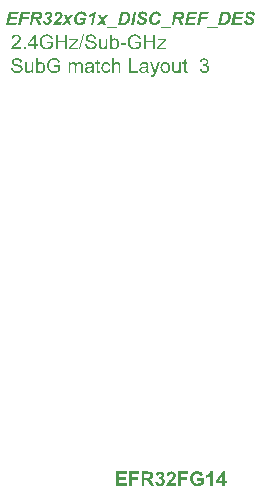
<source format=gto>
G04*
G04 #@! TF.GenerationSoftware,Altium Limited,Altium Designer,19.0.15 (446)*
G04*
G04 Layer_Color=65535*
%FSLAX25Y25*%
%MOIN*%
G70*
G01*
G75*
G36*
X5898Y151368D02*
X5955Y151363D01*
X6012Y151358D01*
X6080Y151353D01*
X6225Y151332D01*
X6386Y151301D01*
X6547Y151254D01*
X6703Y151197D01*
X6708D01*
X6718Y151187D01*
X6744Y151181D01*
X6770Y151166D01*
X6801Y151145D01*
X6843Y151124D01*
X6931Y151072D01*
X7035Y151000D01*
X7139Y150911D01*
X7237Y150813D01*
X7325Y150694D01*
X7331Y150688D01*
X7336Y150678D01*
X7346Y150662D01*
X7362Y150636D01*
X7377Y150605D01*
X7398Y150569D01*
X7414Y150522D01*
X7440Y150476D01*
X7481Y150367D01*
X7517Y150237D01*
X7549Y150097D01*
X7564Y149941D01*
X6957Y149894D01*
Y149899D01*
X6952Y149915D01*
Y149936D01*
X6946Y149967D01*
X6936Y150008D01*
X6926Y150050D01*
X6895Y150149D01*
X6853Y150258D01*
X6791Y150372D01*
X6718Y150481D01*
X6672Y150527D01*
X6620Y150574D01*
X6614Y150579D01*
X6609Y150584D01*
X6588Y150595D01*
X6568Y150610D01*
X6537Y150626D01*
X6500Y150647D01*
X6459Y150668D01*
X6412Y150694D01*
X6355Y150714D01*
X6293Y150735D01*
X6225Y150756D01*
X6152Y150771D01*
X6069Y150787D01*
X5981Y150797D01*
X5888Y150808D01*
X5737D01*
X5696Y150803D01*
X5649D01*
X5597Y150797D01*
X5535Y150792D01*
X5473Y150782D01*
X5332Y150756D01*
X5198Y150719D01*
X5068Y150668D01*
X5006Y150631D01*
X4954Y150595D01*
X4948D01*
X4943Y150584D01*
X4912Y150559D01*
X4871Y150512D01*
X4824Y150450D01*
X4777Y150377D01*
X4736Y150289D01*
X4704Y150195D01*
X4699Y150143D01*
X4694Y150086D01*
Y150081D01*
Y150076D01*
X4699Y150045D01*
X4704Y149998D01*
X4715Y149941D01*
X4741Y149873D01*
X4772Y149801D01*
X4813Y149733D01*
X4876Y149666D01*
X4886Y149661D01*
X4896Y149650D01*
X4917Y149635D01*
X4943Y149619D01*
X4974Y149604D01*
X5016Y149583D01*
X5063Y149557D01*
X5120Y149531D01*
X5187Y149505D01*
X5265Y149479D01*
X5353Y149448D01*
X5457Y149417D01*
X5566Y149386D01*
X5691Y149349D01*
X5831Y149318D01*
X5841D01*
X5867Y149313D01*
X5903Y149303D01*
X5955Y149287D01*
X6018Y149277D01*
X6090Y149256D01*
X6168Y149240D01*
X6251Y149214D01*
X6427Y149168D01*
X6604Y149121D01*
X6687Y149095D01*
X6760Y149069D01*
X6832Y149043D01*
X6889Y149017D01*
X6895D01*
X6910Y149007D01*
X6931Y148996D01*
X6957Y148981D01*
X6993Y148965D01*
X7035Y148939D01*
X7123Y148882D01*
X7227Y148815D01*
X7325Y148732D01*
X7424Y148633D01*
X7465Y148581D01*
X7507Y148529D01*
Y148524D01*
X7517Y148514D01*
X7528Y148498D01*
X7538Y148477D01*
X7554Y148451D01*
X7569Y148415D01*
X7611Y148332D01*
X7647Y148233D01*
X7678Y148119D01*
X7699Y147989D01*
X7710Y147849D01*
Y147844D01*
Y147834D01*
Y147813D01*
X7704Y147787D01*
Y147751D01*
X7699Y147714D01*
X7683Y147616D01*
X7658Y147507D01*
X7616Y147388D01*
X7559Y147263D01*
X7528Y147195D01*
X7486Y147133D01*
Y147128D01*
X7476Y147118D01*
X7465Y147102D01*
X7445Y147076D01*
X7398Y147019D01*
X7325Y146941D01*
X7237Y146858D01*
X7128Y146770D01*
X7004Y146687D01*
X6858Y146609D01*
X6853D01*
X6837Y146599D01*
X6817Y146593D01*
X6786Y146578D01*
X6749Y146567D01*
X6703Y146552D01*
X6651Y146531D01*
X6588Y146516D01*
X6526Y146500D01*
X6453Y146479D01*
X6298Y146453D01*
X6126Y146432D01*
X5940Y146422D01*
X5877D01*
X5831Y146427D01*
X5774D01*
X5711Y146432D01*
X5639Y146438D01*
X5556Y146448D01*
X5384Y146469D01*
X5203Y146500D01*
X5021Y146547D01*
X4845Y146609D01*
X4839D01*
X4824Y146619D01*
X4803Y146630D01*
X4772Y146645D01*
X4736Y146666D01*
X4694Y146687D01*
X4595Y146749D01*
X4487Y146827D01*
X4372Y146926D01*
X4258Y147040D01*
X4160Y147175D01*
X4154Y147180D01*
X4149Y147190D01*
X4139Y147211D01*
X4123Y147242D01*
X4102Y147278D01*
X4082Y147320D01*
X4056Y147372D01*
X4035Y147429D01*
X4009Y147486D01*
X3988Y147554D01*
X3947Y147704D01*
X3916Y147865D01*
X3905Y147953D01*
X3900Y148041D01*
X4497Y148093D01*
Y148088D01*
Y148078D01*
X4502Y148057D01*
X4507Y148031D01*
X4512Y148000D01*
X4518Y147969D01*
X4538Y147880D01*
X4564Y147787D01*
X4595Y147688D01*
X4637Y147590D01*
X4689Y147496D01*
X4694Y147486D01*
X4720Y147460D01*
X4756Y147419D01*
X4808Y147367D01*
X4876Y147304D01*
X4959Y147247D01*
X5057Y147185D01*
X5172Y147128D01*
X5177D01*
X5187Y147123D01*
X5203Y147118D01*
X5229Y147107D01*
X5260Y147097D01*
X5296Y147081D01*
X5338Y147071D01*
X5384Y147061D01*
X5493Y147035D01*
X5623Y147009D01*
X5758Y146993D01*
X5909Y146988D01*
X5971D01*
X6002Y146993D01*
X6038D01*
X6121Y147003D01*
X6220Y147014D01*
X6329Y147029D01*
X6438Y147055D01*
X6542Y147092D01*
X6547D01*
X6552Y147097D01*
X6568Y147102D01*
X6588Y147112D01*
X6635Y147138D01*
X6697Y147169D01*
X6765Y147211D01*
X6837Y147263D01*
X6900Y147320D01*
X6957Y147388D01*
X6962Y147398D01*
X6978Y147419D01*
X7004Y147460D01*
X7030Y147512D01*
X7050Y147574D01*
X7076Y147642D01*
X7092Y147720D01*
X7097Y147798D01*
Y147803D01*
Y147808D01*
Y147834D01*
X7092Y147880D01*
X7081Y147932D01*
X7066Y147995D01*
X7040Y148062D01*
X7009Y148130D01*
X6962Y148192D01*
X6957Y148197D01*
X6936Y148218D01*
X6905Y148249D01*
X6858Y148291D01*
X6801Y148332D01*
X6723Y148379D01*
X6635Y148425D01*
X6531Y148472D01*
X6521Y148477D01*
X6511Y148483D01*
X6490Y148488D01*
X6469Y148493D01*
X6438Y148503D01*
X6396Y148519D01*
X6355Y148529D01*
X6298Y148545D01*
X6241Y148566D01*
X6168Y148581D01*
X6090Y148602D01*
X6002Y148628D01*
X5909Y148649D01*
X5799Y148680D01*
X5680Y148706D01*
X5675D01*
X5654Y148711D01*
X5618Y148721D01*
X5576Y148732D01*
X5519Y148747D01*
X5457Y148763D01*
X5395Y148784D01*
X5322Y148804D01*
X5166Y148851D01*
X5016Y148903D01*
X4943Y148929D01*
X4876Y148955D01*
X4813Y148981D01*
X4761Y149007D01*
X4756D01*
X4746Y149017D01*
X4730Y149028D01*
X4704Y149038D01*
X4642Y149074D01*
X4569Y149126D01*
X4481Y149194D01*
X4398Y149266D01*
X4315Y149355D01*
X4248Y149448D01*
Y149453D01*
X4242Y149458D01*
X4232Y149474D01*
X4222Y149495D01*
X4196Y149552D01*
X4165Y149624D01*
X4134Y149713D01*
X4108Y149816D01*
X4087Y149931D01*
X4082Y150050D01*
Y150055D01*
Y150066D01*
Y150086D01*
X4087Y150112D01*
Y150143D01*
X4092Y150180D01*
X4108Y150273D01*
X4134Y150377D01*
X4165Y150486D01*
X4217Y150605D01*
X4284Y150725D01*
Y150730D01*
X4294Y150740D01*
X4305Y150756D01*
X4320Y150777D01*
X4372Y150834D01*
X4440Y150906D01*
X4523Y150984D01*
X4627Y151062D01*
X4746Y151140D01*
X4886Y151207D01*
X4891D01*
X4902Y151213D01*
X4928Y151223D01*
X4954Y151233D01*
X4990Y151244D01*
X5037Y151259D01*
X5088Y151275D01*
X5146Y151290D01*
X5208Y151306D01*
X5275Y151321D01*
X5421Y151347D01*
X5587Y151368D01*
X5763Y151373D01*
X5851D01*
X5898Y151368D01*
D02*
G37*
G36*
X18385D02*
X18437Y151363D01*
X18494Y151358D01*
X18562Y151353D01*
X18707Y151332D01*
X18868Y151301D01*
X19029Y151259D01*
X19190Y151202D01*
X19195D01*
X19210Y151197D01*
X19231Y151187D01*
X19257Y151171D01*
X19294Y151155D01*
X19335Y151135D01*
X19429Y151083D01*
X19537Y151015D01*
X19647Y150937D01*
X19750Y150844D01*
X19849Y150735D01*
X19854Y150730D01*
X19859Y150719D01*
X19870Y150704D01*
X19890Y150683D01*
X19906Y150652D01*
X19932Y150616D01*
X19958Y150574D01*
X19984Y150522D01*
X20015Y150470D01*
X20041Y150413D01*
X20072Y150346D01*
X20103Y150278D01*
X20160Y150123D01*
X20212Y149951D01*
X19636Y149796D01*
Y149801D01*
X19631Y149811D01*
X19626Y149832D01*
X19615Y149858D01*
X19605Y149884D01*
X19595Y149920D01*
X19563Y150003D01*
X19522Y150097D01*
X19475Y150190D01*
X19423Y150284D01*
X19366Y150367D01*
X19361Y150377D01*
X19335Y150403D01*
X19299Y150439D01*
X19252Y150491D01*
X19184Y150543D01*
X19107Y150600D01*
X19013Y150652D01*
X18910Y150704D01*
X18904D01*
X18894Y150709D01*
X18878Y150714D01*
X18858Y150725D01*
X18832Y150735D01*
X18795Y150745D01*
X18717Y150771D01*
X18619Y150792D01*
X18510Y150813D01*
X18385Y150829D01*
X18256Y150834D01*
X18183D01*
X18146Y150829D01*
X18100D01*
X18053Y150823D01*
X17996Y150818D01*
X17882Y150803D01*
X17752Y150777D01*
X17627Y150745D01*
X17503Y150699D01*
X17498D01*
X17487Y150694D01*
X17472Y150683D01*
X17451Y150673D01*
X17394Y150647D01*
X17321Y150605D01*
X17238Y150553D01*
X17155Y150491D01*
X17067Y150424D01*
X16989Y150346D01*
X16979Y150335D01*
X16958Y150310D01*
X16922Y150263D01*
X16880Y150206D01*
X16834Y150138D01*
X16782Y150055D01*
X16735Y149967D01*
X16693Y149873D01*
Y149868D01*
X16688Y149853D01*
X16678Y149832D01*
X16667Y149796D01*
X16652Y149754D01*
X16636Y149707D01*
X16621Y149650D01*
X16605Y149588D01*
X16584Y149521D01*
X16569Y149443D01*
X16543Y149282D01*
X16522Y149100D01*
X16512Y148908D01*
Y148903D01*
Y148882D01*
Y148846D01*
X16517Y148804D01*
Y148747D01*
X16522Y148685D01*
X16533Y148612D01*
X16538Y148535D01*
X16564Y148363D01*
X16605Y148187D01*
X16657Y148005D01*
X16730Y147834D01*
X16735Y147829D01*
X16740Y147813D01*
X16750Y147792D01*
X16771Y147761D01*
X16792Y147730D01*
X16823Y147688D01*
X16891Y147595D01*
X16984Y147491D01*
X17093Y147382D01*
X17218Y147284D01*
X17290Y147237D01*
X17368Y147195D01*
X17373D01*
X17389Y147185D01*
X17410Y147175D01*
X17441Y147164D01*
X17482Y147149D01*
X17529Y147128D01*
X17581Y147112D01*
X17638Y147092D01*
X17700Y147071D01*
X17773Y147055D01*
X17923Y147019D01*
X18090Y146998D01*
X18266Y146988D01*
X18307D01*
X18339Y146993D01*
X18375D01*
X18416Y146998D01*
X18463Y147003D01*
X18520Y147009D01*
X18640Y147024D01*
X18775Y147055D01*
X18920Y147092D01*
X19065Y147144D01*
X19070D01*
X19081Y147149D01*
X19102Y147159D01*
X19133Y147169D01*
X19164Y147185D01*
X19200Y147206D01*
X19288Y147247D01*
X19387Y147299D01*
X19486Y147356D01*
X19579Y147413D01*
X19662Y147481D01*
Y148379D01*
X18256D01*
Y148944D01*
X20285D01*
Y147164D01*
X20280Y147159D01*
X20264Y147149D01*
X20238Y147128D01*
X20202Y147102D01*
X20160Y147071D01*
X20108Y147040D01*
X20051Y146998D01*
X19989Y146957D01*
X19921Y146915D01*
X19844Y146869D01*
X19683Y146775D01*
X19506Y146687D01*
X19320Y146609D01*
X19314D01*
X19299Y146599D01*
X19273Y146593D01*
X19231Y146578D01*
X19190Y146567D01*
X19133Y146552D01*
X19076Y146531D01*
X19008Y146516D01*
X18930Y146500D01*
X18852Y146479D01*
X18681Y146453D01*
X18494Y146432D01*
X18302Y146422D01*
X18235D01*
X18183Y146427D01*
X18121Y146432D01*
X18048Y146438D01*
X17965Y146448D01*
X17877Y146458D01*
X17783Y146474D01*
X17679Y146495D01*
X17576Y146521D01*
X17461Y146552D01*
X17353Y146583D01*
X17244Y146625D01*
X17129Y146671D01*
X17020Y146723D01*
X17015Y146728D01*
X16994Y146739D01*
X16963Y146754D01*
X16927Y146780D01*
X16880Y146811D01*
X16823Y146848D01*
X16761Y146894D01*
X16693Y146946D01*
X16626Y147003D01*
X16553Y147071D01*
X16481Y147138D01*
X16408Y147216D01*
X16340Y147304D01*
X16273Y147393D01*
X16206Y147491D01*
X16148Y147595D01*
X16143Y147600D01*
X16138Y147621D01*
X16123Y147652D01*
X16102Y147694D01*
X16081Y147751D01*
X16055Y147813D01*
X16029Y147886D01*
X16003Y147969D01*
X15977Y148057D01*
X15951Y148156D01*
X15925Y148265D01*
X15904Y148374D01*
X15884Y148493D01*
X15868Y148612D01*
X15863Y148742D01*
X15858Y148872D01*
Y148882D01*
Y148903D01*
Y148939D01*
X15863Y148991D01*
X15868Y149054D01*
X15873Y149126D01*
X15884Y149209D01*
X15894Y149297D01*
X15910Y149396D01*
X15930Y149500D01*
X15982Y149718D01*
X16014Y149832D01*
X16055Y149946D01*
X16096Y150060D01*
X16148Y150174D01*
X16154Y150180D01*
X16164Y150200D01*
X16180Y150232D01*
X16200Y150273D01*
X16231Y150325D01*
X16268Y150382D01*
X16315Y150444D01*
X16361Y150517D01*
X16418Y150590D01*
X16481Y150662D01*
X16548Y150735D01*
X16626Y150813D01*
X16704Y150885D01*
X16792Y150953D01*
X16885Y151021D01*
X16984Y151078D01*
X16989Y151083D01*
X17010Y151088D01*
X17041Y151103D01*
X17083Y151124D01*
X17134Y151145D01*
X17197Y151171D01*
X17269Y151197D01*
X17347Y151228D01*
X17436Y151254D01*
X17534Y151280D01*
X17638Y151306D01*
X17752Y151327D01*
X17866Y151347D01*
X17991Y151363D01*
X18121Y151368D01*
X18250Y151373D01*
X18339D01*
X18385Y151368D01*
D02*
G37*
G36*
X26715Y150045D02*
X26762Y150040D01*
X26809Y150034D01*
X26866Y150024D01*
X26928Y150014D01*
X27053Y149977D01*
X27187Y149925D01*
X27250Y149894D01*
X27312Y149858D01*
X27374Y149811D01*
X27426Y149759D01*
X27431Y149754D01*
X27437Y149744D01*
X27452Y149728D01*
X27468Y149707D01*
X27494Y149676D01*
X27514Y149640D01*
X27540Y149593D01*
X27566Y149541D01*
X27592Y149484D01*
X27618Y149422D01*
X27644Y149349D01*
X27665Y149272D01*
X27681Y149183D01*
X27696Y149090D01*
X27701Y148991D01*
X27707Y148882D01*
Y146500D01*
X27120D01*
Y148685D01*
Y148690D01*
Y148701D01*
Y148721D01*
Y148742D01*
X27115Y148804D01*
Y148882D01*
X27104Y148965D01*
X27094Y149048D01*
X27084Y149126D01*
X27063Y149194D01*
Y149199D01*
X27053Y149220D01*
X27037Y149246D01*
X27016Y149282D01*
X26985Y149323D01*
X26954Y149365D01*
X26907Y149406D01*
X26855Y149443D01*
X26850Y149448D01*
X26829Y149458D01*
X26798Y149474D01*
X26757Y149495D01*
X26705Y149510D01*
X26643Y149526D01*
X26575Y149536D01*
X26502Y149541D01*
X26466D01*
X26440Y149536D01*
X26409D01*
X26373Y149531D01*
X26290Y149510D01*
X26191Y149484D01*
X26087Y149437D01*
X25989Y149380D01*
X25937Y149339D01*
X25890Y149297D01*
Y149292D01*
X25880Y149287D01*
X25869Y149272D01*
X25854Y149251D01*
X25833Y149225D01*
X25812Y149194D01*
X25791Y149152D01*
X25771Y149111D01*
X25745Y149059D01*
X25724Y149002D01*
X25703Y148934D01*
X25682Y148867D01*
X25667Y148789D01*
X25657Y148701D01*
X25651Y148612D01*
X25646Y148514D01*
Y146500D01*
X25060D01*
Y148752D01*
Y148758D01*
Y148768D01*
Y148789D01*
Y148820D01*
X25054Y148851D01*
Y148887D01*
X25044Y148976D01*
X25023Y149069D01*
X24997Y149168D01*
X24961Y149261D01*
X24914Y149344D01*
X24909Y149355D01*
X24888Y149375D01*
X24852Y149406D01*
X24805Y149443D01*
X24738Y149479D01*
X24660Y149510D01*
X24561Y149531D01*
X24447Y149541D01*
X24406D01*
X24359Y149536D01*
X24297Y149526D01*
X24224Y149510D01*
X24146Y149484D01*
X24068Y149453D01*
X23985Y149406D01*
X23975Y149401D01*
X23949Y149380D01*
X23913Y149355D01*
X23871Y149308D01*
X23819Y149256D01*
X23767Y149188D01*
X23721Y149111D01*
X23679Y149022D01*
Y149017D01*
X23674Y149012D01*
X23669Y148996D01*
X23663Y148976D01*
X23658Y148950D01*
X23648Y148918D01*
X23643Y148882D01*
X23632Y148841D01*
X23622Y148789D01*
X23617Y148737D01*
X23606Y148680D01*
X23601Y148612D01*
X23596Y148545D01*
X23591Y148467D01*
X23586Y148389D01*
Y148301D01*
Y146500D01*
X22999D01*
Y149972D01*
X23523D01*
Y149489D01*
X23534Y149495D01*
X23554Y149526D01*
X23591Y149573D01*
X23643Y149630D01*
X23705Y149697D01*
X23778Y149765D01*
X23861Y149832D01*
X23959Y149894D01*
X23965D01*
X23970Y149899D01*
X23985Y149910D01*
X24006Y149920D01*
X24032Y149931D01*
X24063Y149946D01*
X24136Y149972D01*
X24229Y150003D01*
X24333Y150024D01*
X24452Y150045D01*
X24577Y150050D01*
X24639D01*
X24676Y150045D01*
X24712Y150040D01*
X24800Y150029D01*
X24899Y150008D01*
X25003Y149983D01*
X25106Y149941D01*
X25205Y149889D01*
X25210D01*
X25215Y149884D01*
X25247Y149858D01*
X25288Y149822D01*
X25345Y149775D01*
X25402Y149707D01*
X25459Y149635D01*
X25511Y149547D01*
X25558Y149443D01*
X25563Y149448D01*
X25579Y149469D01*
X25599Y149500D01*
X25636Y149536D01*
X25672Y149583D01*
X25724Y149635D01*
X25781Y149692D01*
X25848Y149749D01*
X25921Y149801D01*
X26004Y149858D01*
X26092Y149910D01*
X26186Y149957D01*
X26290Y149993D01*
X26399Y150024D01*
X26513Y150045D01*
X26632Y150050D01*
X26684D01*
X26715Y150045D01*
D02*
G37*
G36*
X68329Y151301D02*
X68365Y151296D01*
X68464Y151285D01*
X68573Y151264D01*
X68697Y151233D01*
X68822Y151192D01*
X68946Y151135D01*
X68951D01*
X68962Y151129D01*
X68977Y151119D01*
X69003Y151103D01*
X69060Y151067D01*
X69133Y151015D01*
X69216Y150948D01*
X69299Y150870D01*
X69382Y150782D01*
X69455Y150678D01*
Y150673D01*
X69460Y150668D01*
X69471Y150647D01*
X69481Y150626D01*
X69496Y150600D01*
X69512Y150569D01*
X69543Y150491D01*
X69574Y150398D01*
X69605Y150294D01*
X69626Y150180D01*
X69631Y150060D01*
Y150055D01*
Y150045D01*
Y150029D01*
Y150008D01*
X69621Y149946D01*
X69611Y149873D01*
X69590Y149785D01*
X69559Y149692D01*
X69517Y149593D01*
X69460Y149495D01*
Y149489D01*
X69455Y149484D01*
X69429Y149453D01*
X69393Y149406D01*
X69336Y149349D01*
X69268Y149282D01*
X69180Y149214D01*
X69081Y149152D01*
X68967Y149090D01*
X68972D01*
X68988Y149085D01*
X69009Y149079D01*
X69040Y149069D01*
X69071Y149059D01*
X69112Y149043D01*
X69211Y149002D01*
X69315Y148944D01*
X69424Y148877D01*
X69533Y148789D01*
X69626Y148680D01*
X69631Y148675D01*
X69636Y148664D01*
X69647Y148649D01*
X69662Y148623D01*
X69683Y148597D01*
X69704Y148560D01*
X69725Y148519D01*
X69745Y148467D01*
X69766Y148415D01*
X69787Y148358D01*
X69829Y148228D01*
X69854Y148078D01*
X69865Y147995D01*
Y147912D01*
Y147906D01*
Y147886D01*
X69860Y147849D01*
Y147808D01*
X69849Y147751D01*
X69839Y147688D01*
X69829Y147621D01*
X69808Y147543D01*
X69782Y147460D01*
X69751Y147377D01*
X69714Y147289D01*
X69668Y147201D01*
X69616Y147107D01*
X69554Y147019D01*
X69486Y146931D01*
X69403Y146848D01*
X69398Y146843D01*
X69382Y146827D01*
X69356Y146806D01*
X69320Y146780D01*
X69278Y146749D01*
X69221Y146713D01*
X69159Y146671D01*
X69086Y146635D01*
X69009Y146593D01*
X68920Y146552D01*
X68827Y146516D01*
X68723Y146484D01*
X68614Y146458D01*
X68500Y146438D01*
X68381Y146422D01*
X68251Y146417D01*
X68225D01*
X68189Y146422D01*
X68147D01*
X68090Y146427D01*
X68028Y146438D01*
X67960Y146448D01*
X67882Y146464D01*
X67799Y146484D01*
X67716Y146510D01*
X67628Y146536D01*
X67540Y146573D01*
X67452Y146619D01*
X67369Y146666D01*
X67280Y146723D01*
X67202Y146791D01*
X67197Y146796D01*
X67187Y146806D01*
X67166Y146827D01*
X67135Y146858D01*
X67104Y146894D01*
X67067Y146941D01*
X67031Y146993D01*
X66990Y147055D01*
X66948Y147118D01*
X66907Y147195D01*
X66865Y147273D01*
X66829Y147362D01*
X66798Y147455D01*
X66767Y147554D01*
X66746Y147657D01*
X66730Y147766D01*
X67317Y147844D01*
Y147839D01*
X67322Y147824D01*
X67327Y147798D01*
X67337Y147761D01*
X67348Y147720D01*
X67358Y147673D01*
X67395Y147564D01*
X67441Y147445D01*
X67498Y147325D01*
X67571Y147216D01*
X67612Y147169D01*
X67654Y147123D01*
X67659D01*
X67664Y147112D01*
X67680Y147102D01*
X67695Y147087D01*
X67747Y147055D01*
X67820Y147014D01*
X67908Y146972D01*
X68007Y146941D01*
X68126Y146915D01*
X68251Y146905D01*
X68292D01*
X68323Y146910D01*
X68355Y146915D01*
X68401Y146920D01*
X68495Y146941D01*
X68609Y146972D01*
X68728Y147024D01*
X68785Y147061D01*
X68843Y147097D01*
X68900Y147138D01*
X68957Y147190D01*
X68962Y147195D01*
X68967Y147206D01*
X68983Y147221D01*
X69003Y147242D01*
X69024Y147268D01*
X69045Y147304D01*
X69071Y147341D01*
X69102Y147388D01*
X69154Y147491D01*
X69195Y147611D01*
X69232Y147751D01*
X69237Y147824D01*
X69242Y147901D01*
Y147906D01*
Y147917D01*
Y147943D01*
X69237Y147969D01*
X69232Y148005D01*
X69226Y148041D01*
X69211Y148135D01*
X69175Y148244D01*
X69128Y148353D01*
X69097Y148410D01*
X69060Y148462D01*
X69019Y148514D01*
X68972Y148566D01*
X68967Y148571D01*
X68962Y148576D01*
X68946Y148592D01*
X68925Y148607D01*
X68900Y148628D01*
X68868Y148649D01*
X68791Y148701D01*
X68692Y148747D01*
X68578Y148789D01*
X68448Y148820D01*
X68375Y148825D01*
X68303Y148830D01*
X68272D01*
X68235Y148825D01*
X68189D01*
X68126Y148815D01*
X68059Y148804D01*
X67976Y148789D01*
X67888Y148768D01*
X67950Y149282D01*
X67960D01*
X67986Y149277D01*
X68017Y149272D01*
X68085D01*
X68111Y149277D01*
X68147D01*
X68183Y149282D01*
X68272Y149297D01*
X68375Y149318D01*
X68489Y149355D01*
X68609Y149401D01*
X68723Y149469D01*
X68728D01*
X68739Y149479D01*
X68749Y149489D01*
X68770Y149505D01*
X68822Y149552D01*
X68879Y149619D01*
X68931Y149702D01*
X68983Y149806D01*
X69003Y149863D01*
X69014Y149931D01*
X69024Y149998D01*
X69029Y150071D01*
Y150076D01*
Y150086D01*
Y150102D01*
X69024Y150128D01*
X69019Y150185D01*
X69003Y150263D01*
X68977Y150346D01*
X68936Y150434D01*
X68879Y150527D01*
X68848Y150569D01*
X68806Y150610D01*
X68796Y150621D01*
X68765Y150642D01*
X68718Y150678D01*
X68656Y150719D01*
X68573Y150756D01*
X68474Y150792D01*
X68365Y150813D01*
X68240Y150823D01*
X68209D01*
X68183Y150818D01*
X68152D01*
X68121Y150813D01*
X68038Y150797D01*
X67950Y150771D01*
X67851Y150730D01*
X67758Y150678D01*
X67664Y150605D01*
X67654Y150595D01*
X67628Y150564D01*
X67586Y150517D01*
X67545Y150444D01*
X67493Y150356D01*
X67446Y150242D01*
X67405Y150112D01*
X67374Y149962D01*
X66787Y150066D01*
Y150071D01*
X66792Y150092D01*
X66798Y150123D01*
X66808Y150164D01*
X66824Y150211D01*
X66839Y150268D01*
X66860Y150330D01*
X66886Y150398D01*
X66953Y150548D01*
X66990Y150621D01*
X67036Y150699D01*
X67088Y150771D01*
X67145Y150844D01*
X67208Y150917D01*
X67275Y150979D01*
X67280Y150984D01*
X67291Y150995D01*
X67317Y151010D01*
X67343Y151031D01*
X67384Y151057D01*
X67426Y151083D01*
X67478Y151114D01*
X67540Y151145D01*
X67602Y151171D01*
X67675Y151202D01*
X67753Y151228D01*
X67836Y151254D01*
X67929Y151275D01*
X68023Y151290D01*
X68121Y151301D01*
X68225Y151306D01*
X68292D01*
X68329Y151301D01*
D02*
G37*
G36*
X35652Y150045D02*
X35699Y150040D01*
X35756Y150034D01*
X35818Y150024D01*
X35886Y150014D01*
X36031Y149977D01*
X36187Y149925D01*
X36265Y149894D01*
X36343Y149858D01*
X36415Y149811D01*
X36483Y149759D01*
X36488Y149754D01*
X36498Y149744D01*
X36519Y149728D01*
X36540Y149707D01*
X36571Y149676D01*
X36602Y149640D01*
X36639Y149598D01*
X36675Y149552D01*
X36716Y149495D01*
X36753Y149437D01*
X36794Y149370D01*
X36830Y149297D01*
X36862Y149220D01*
X36893Y149136D01*
X36924Y149043D01*
X36945Y148950D01*
X36374Y148861D01*
Y148867D01*
X36369Y148877D01*
X36364Y148893D01*
X36358Y148918D01*
X36338Y148981D01*
X36306Y149059D01*
X36265Y149142D01*
X36218Y149230D01*
X36156Y149313D01*
X36083Y149386D01*
X36073Y149396D01*
X36047Y149417D01*
X36000Y149443D01*
X35943Y149479D01*
X35870Y149510D01*
X35787Y149541D01*
X35689Y149562D01*
X35585Y149567D01*
X35543D01*
X35512Y149562D01*
X35471Y149557D01*
X35429Y149552D01*
X35326Y149526D01*
X35211Y149489D01*
X35154Y149463D01*
X35092Y149432D01*
X35035Y149396D01*
X34973Y149349D01*
X34915Y149303D01*
X34863Y149246D01*
X34858Y149240D01*
X34853Y149230D01*
X34838Y149214D01*
X34822Y149183D01*
X34801Y149152D01*
X34775Y149111D01*
X34749Y149059D01*
X34729Y149002D01*
X34703Y148934D01*
X34677Y148861D01*
X34651Y148778D01*
X34630Y148685D01*
X34614Y148586D01*
X34599Y148483D01*
X34594Y148363D01*
X34589Y148239D01*
Y148233D01*
Y148207D01*
Y148171D01*
X34594Y148125D01*
X34599Y148067D01*
X34604Y148000D01*
X34609Y147927D01*
X34620Y147849D01*
X34651Y147683D01*
X34703Y147512D01*
X34729Y147434D01*
X34765Y147356D01*
X34806Y147284D01*
X34853Y147221D01*
X34858Y147216D01*
X34863Y147206D01*
X34879Y147190D01*
X34900Y147175D01*
X34931Y147149D01*
X34962Y147123D01*
X34999Y147092D01*
X35040Y147066D01*
X35144Y147003D01*
X35263Y146957D01*
X35331Y146936D01*
X35398Y146920D01*
X35476Y146910D01*
X35554Y146905D01*
X35585D01*
X35611Y146910D01*
X35642D01*
X35673Y146915D01*
X35756Y146931D01*
X35844Y146957D01*
X35943Y146993D01*
X36037Y147045D01*
X36130Y147112D01*
X36135Y147118D01*
X36140Y147123D01*
X36166Y147154D01*
X36208Y147206D01*
X36228Y147237D01*
X36255Y147273D01*
X36280Y147320D01*
X36306Y147367D01*
X36327Y147419D01*
X36353Y147481D01*
X36374Y147543D01*
X36395Y147616D01*
X36410Y147688D01*
X36426Y147772D01*
X37002Y147694D01*
Y147688D01*
X36997Y147668D01*
X36991Y147637D01*
X36981Y147595D01*
X36966Y147543D01*
X36950Y147486D01*
X36929Y147424D01*
X36903Y147351D01*
X36841Y147206D01*
X36799Y147128D01*
X36753Y147050D01*
X36706Y146972D01*
X36649Y146894D01*
X36581Y146827D01*
X36514Y146759D01*
X36509Y146754D01*
X36498Y146744D01*
X36472Y146728D01*
X36446Y146708D01*
X36405Y146682D01*
X36364Y146651D01*
X36306Y146625D01*
X36249Y146593D01*
X36182Y146557D01*
X36109Y146531D01*
X36031Y146500D01*
X35948Y146474D01*
X35855Y146453D01*
X35761Y146438D01*
X35663Y146427D01*
X35559Y146422D01*
X35528D01*
X35491Y146427D01*
X35440D01*
X35383Y146438D01*
X35310Y146448D01*
X35232Y146458D01*
X35149Y146479D01*
X35061Y146505D01*
X34967Y146536D01*
X34874Y146573D01*
X34775Y146619D01*
X34682Y146671D01*
X34589Y146733D01*
X34500Y146801D01*
X34417Y146884D01*
X34412Y146889D01*
X34396Y146905D01*
X34376Y146931D01*
X34350Y146972D01*
X34319Y147019D01*
X34282Y147076D01*
X34241Y147149D01*
X34204Y147227D01*
X34163Y147315D01*
X34121Y147413D01*
X34085Y147522D01*
X34054Y147642D01*
X34028Y147772D01*
X34007Y147912D01*
X33992Y148062D01*
X33986Y148218D01*
Y148223D01*
Y148244D01*
Y148275D01*
X33992Y148311D01*
Y148363D01*
X33997Y148420D01*
X34002Y148483D01*
X34007Y148555D01*
X34033Y148706D01*
X34064Y148872D01*
X34106Y149043D01*
X34168Y149204D01*
Y149209D01*
X34179Y149225D01*
X34189Y149246D01*
X34204Y149272D01*
X34225Y149308D01*
X34246Y149349D01*
X34308Y149443D01*
X34386Y149541D01*
X34485Y149650D01*
X34599Y149749D01*
X34734Y149837D01*
X34739D01*
X34749Y149848D01*
X34770Y149858D01*
X34801Y149868D01*
X34838Y149889D01*
X34879Y149905D01*
X34926Y149925D01*
X34978Y149946D01*
X35040Y149962D01*
X35102Y149983D01*
X35242Y150019D01*
X35398Y150040D01*
X35559Y150050D01*
X35616D01*
X35652Y150045D01*
D02*
G37*
G36*
X52053Y146443D02*
Y146438D01*
X52042Y146417D01*
X52032Y146391D01*
X52017Y146350D01*
X52001Y146303D01*
X51980Y146251D01*
X51954Y146194D01*
X51933Y146132D01*
X51876Y146002D01*
X51824Y145872D01*
X51793Y145810D01*
X51767Y145753D01*
X51747Y145701D01*
X51721Y145659D01*
Y145654D01*
X51715Y145649D01*
X51705Y145633D01*
X51695Y145613D01*
X51658Y145561D01*
X51617Y145498D01*
X51565Y145426D01*
X51503Y145358D01*
X51435Y145291D01*
X51363Y145234D01*
X51352Y145228D01*
X51326Y145213D01*
X51285Y145187D01*
X51228Y145166D01*
X51155Y145140D01*
X51072Y145114D01*
X50984Y145099D01*
X50880Y145094D01*
X50849D01*
X50812Y145099D01*
X50771Y145104D01*
X50714Y145109D01*
X50646Y145125D01*
X50579Y145140D01*
X50501Y145166D01*
X50433Y145716D01*
X50444D01*
X50465Y145706D01*
X50501Y145701D01*
X50548Y145690D01*
X50600Y145680D01*
X50657Y145670D01*
X50714Y145664D01*
X50766Y145659D01*
X50797D01*
X50833Y145664D01*
X50880Y145670D01*
X50927Y145675D01*
X50978Y145690D01*
X51030Y145706D01*
X51077Y145727D01*
X51082Y145732D01*
X51098Y145737D01*
X51119Y145753D01*
X51145Y145773D01*
X51176Y145799D01*
X51212Y145831D01*
X51274Y145908D01*
X51279Y145914D01*
X51285Y145929D01*
X51300Y145955D01*
X51316Y145997D01*
X51342Y146054D01*
X51373Y146132D01*
X51389Y146178D01*
X51409Y146230D01*
X51430Y146287D01*
X51451Y146350D01*
X51456Y146360D01*
X51466Y146386D01*
X51482Y146432D01*
X51508Y146495D01*
X50195Y149972D01*
X50818D01*
X51539Y147958D01*
Y147953D01*
X51544Y147943D01*
X51555Y147922D01*
X51565Y147891D01*
X51575Y147855D01*
X51591Y147813D01*
X51607Y147766D01*
X51627Y147714D01*
X51664Y147595D01*
X51710Y147455D01*
X51752Y147310D01*
X51793Y147154D01*
Y147159D01*
X51798Y147175D01*
X51804Y147195D01*
X51814Y147221D01*
X51819Y147258D01*
X51835Y147304D01*
X51845Y147351D01*
X51861Y147403D01*
X51897Y147522D01*
X51939Y147657D01*
X51985Y147798D01*
X52037Y147943D01*
X52785Y149972D01*
X53371D01*
X52053Y146443D01*
D02*
G37*
G36*
X60393Y146500D02*
X59869D01*
Y147009D01*
X59864Y147003D01*
X59848Y146983D01*
X59827Y146957D01*
X59796Y146915D01*
X59755Y146874D01*
X59703Y146822D01*
X59646Y146770D01*
X59578Y146718D01*
X59500Y146661D01*
X59417Y146609D01*
X59329Y146557D01*
X59231Y146516D01*
X59122Y146474D01*
X59013Y146448D01*
X58893Y146427D01*
X58763Y146422D01*
X58712D01*
X58654Y146427D01*
X58577Y146438D01*
X58488Y146448D01*
X58390Y146469D01*
X58291Y146500D01*
X58187Y146536D01*
X58182D01*
X58177Y146542D01*
X58146Y146557D01*
X58099Y146583D01*
X58037Y146619D01*
X57975Y146661D01*
X57907Y146713D01*
X57845Y146770D01*
X57793Y146832D01*
X57788Y146843D01*
X57772Y146863D01*
X57751Y146905D01*
X57726Y146957D01*
X57694Y147019D01*
X57663Y147092D01*
X57637Y147175D01*
X57611Y147268D01*
Y147278D01*
X57606Y147299D01*
X57601Y147346D01*
X57596Y147403D01*
X57591Y147481D01*
X57585Y147574D01*
X57580Y147688D01*
Y147818D01*
Y149972D01*
X58167D01*
Y148047D01*
Y148041D01*
Y148026D01*
Y148005D01*
Y147974D01*
Y147932D01*
Y147891D01*
X58172Y147798D01*
Y147694D01*
X58182Y147590D01*
X58187Y147496D01*
X58193Y147455D01*
X58198Y147424D01*
X58203Y147413D01*
X58208Y147388D01*
X58224Y147341D01*
X58250Y147289D01*
X58281Y147232D01*
X58322Y147175D01*
X58374Y147112D01*
X58437Y147061D01*
X58447Y147055D01*
X58468Y147040D01*
X58509Y147019D01*
X58561Y146998D01*
X58623Y146972D01*
X58701Y146951D01*
X58789Y146936D01*
X58883Y146931D01*
X58930D01*
X58976Y146936D01*
X59044Y146946D01*
X59122Y146962D01*
X59205Y146988D01*
X59288Y147019D01*
X59376Y147066D01*
X59381D01*
X59386Y147071D01*
X59412Y147092D01*
X59454Y147123D01*
X59506Y147164D01*
X59558Y147216D01*
X59615Y147278D01*
X59667Y147351D01*
X59708Y147434D01*
Y147439D01*
X59713Y147445D01*
X59718Y147460D01*
X59724Y147476D01*
X59729Y147502D01*
X59739Y147533D01*
X59750Y147564D01*
X59760Y147606D01*
X59776Y147704D01*
X59791Y147818D01*
X59802Y147953D01*
X59807Y148109D01*
Y149972D01*
X60393D01*
Y146500D01*
D02*
G37*
G36*
X11296D02*
X10772D01*
Y147009D01*
X10766Y147003D01*
X10751Y146983D01*
X10730Y146957D01*
X10699Y146915D01*
X10657Y146874D01*
X10605Y146822D01*
X10548Y146770D01*
X10481Y146718D01*
X10403Y146661D01*
X10320Y146609D01*
X10232Y146557D01*
X10133Y146516D01*
X10024Y146474D01*
X9915Y146448D01*
X9796Y146427D01*
X9666Y146422D01*
X9614D01*
X9557Y146427D01*
X9479Y146438D01*
X9391Y146448D01*
X9292Y146469D01*
X9194Y146500D01*
X9090Y146536D01*
X9085D01*
X9080Y146542D01*
X9048Y146557D01*
X9002Y146583D01*
X8940Y146619D01*
X8877Y146661D01*
X8810Y146713D01*
X8748Y146770D01*
X8696Y146832D01*
X8690Y146843D01*
X8675Y146863D01*
X8654Y146905D01*
X8628Y146957D01*
X8597Y147019D01*
X8566Y147092D01*
X8540Y147175D01*
X8514Y147268D01*
Y147278D01*
X8509Y147299D01*
X8504Y147346D01*
X8498Y147403D01*
X8493Y147481D01*
X8488Y147574D01*
X8483Y147688D01*
Y147818D01*
Y149972D01*
X9069D01*
Y148047D01*
Y148041D01*
Y148026D01*
Y148005D01*
Y147974D01*
Y147932D01*
Y147891D01*
X9074Y147798D01*
Y147694D01*
X9085Y147590D01*
X9090Y147496D01*
X9095Y147455D01*
X9100Y147424D01*
X9106Y147413D01*
X9111Y147388D01*
X9126Y147341D01*
X9152Y147289D01*
X9183Y147232D01*
X9225Y147175D01*
X9277Y147112D01*
X9339Y147061D01*
X9349Y147055D01*
X9370Y147040D01*
X9412Y147019D01*
X9464Y146998D01*
X9526Y146972D01*
X9604Y146951D01*
X9692Y146936D01*
X9786Y146931D01*
X9832D01*
X9879Y146936D01*
X9946Y146946D01*
X10024Y146962D01*
X10107Y146988D01*
X10190Y147019D01*
X10278Y147066D01*
X10284D01*
X10289Y147071D01*
X10315Y147092D01*
X10356Y147123D01*
X10408Y147164D01*
X10460Y147216D01*
X10517Y147278D01*
X10569Y147351D01*
X10611Y147434D01*
Y147439D01*
X10616Y147445D01*
X10621Y147460D01*
X10626Y147476D01*
X10631Y147502D01*
X10642Y147533D01*
X10652Y147564D01*
X10663Y147606D01*
X10678Y147704D01*
X10694Y147818D01*
X10704Y147953D01*
X10709Y148109D01*
Y149972D01*
X11296D01*
Y146500D01*
D02*
G37*
G36*
X48384Y150045D02*
X48430D01*
X48529Y150034D01*
X48643Y150024D01*
X48762Y150003D01*
X48882Y149977D01*
X48991Y149941D01*
X48996D01*
X49001Y149936D01*
X49017Y149931D01*
X49037Y149920D01*
X49084Y149899D01*
X49146Y149868D01*
X49214Y149832D01*
X49281Y149785D01*
X49344Y149733D01*
X49401Y149676D01*
X49406Y149671D01*
X49422Y149650D01*
X49447Y149614D01*
X49473Y149567D01*
X49505Y149510D01*
X49536Y149443D01*
X49567Y149365D01*
X49588Y149277D01*
Y149272D01*
X49593Y149246D01*
X49598Y149209D01*
X49603Y149152D01*
X49608Y149079D01*
X49613Y148986D01*
Y148929D01*
X49619Y148872D01*
Y148810D01*
Y148737D01*
Y147953D01*
Y147943D01*
Y147917D01*
Y147875D01*
Y147824D01*
Y147756D01*
Y147683D01*
X49624Y147600D01*
Y147517D01*
X49629Y147341D01*
Y147253D01*
X49634Y147169D01*
X49639Y147092D01*
X49645Y147024D01*
X49650Y146962D01*
X49655Y146915D01*
Y146905D01*
X49660Y146879D01*
X49671Y146837D01*
X49686Y146780D01*
X49707Y146718D01*
X49733Y146651D01*
X49764Y146573D01*
X49800Y146500D01*
X49188D01*
X49183Y146510D01*
X49172Y146531D01*
X49157Y146573D01*
X49141Y146625D01*
X49121Y146687D01*
X49100Y146759D01*
X49084Y146843D01*
X49074Y146936D01*
X49069Y146931D01*
X49058Y146926D01*
X49043Y146910D01*
X49017Y146889D01*
X48985Y146869D01*
X48954Y146837D01*
X48871Y146780D01*
X48773Y146713D01*
X48669Y146645D01*
X48555Y146588D01*
X48441Y146536D01*
X48435D01*
X48425Y146531D01*
X48409Y146526D01*
X48389Y146521D01*
X48363Y146510D01*
X48326Y146500D01*
X48249Y146479D01*
X48150Y146458D01*
X48041Y146438D01*
X47922Y146427D01*
X47792Y146422D01*
X47735D01*
X47698Y146427D01*
X47652Y146432D01*
X47595Y146438D01*
X47532Y146443D01*
X47470Y146458D01*
X47325Y146490D01*
X47179Y146536D01*
X47112Y146567D01*
X47039Y146609D01*
X46977Y146651D01*
X46915Y146697D01*
X46909Y146702D01*
X46899Y146713D01*
X46889Y146728D01*
X46868Y146749D01*
X46842Y146775D01*
X46816Y146811D01*
X46790Y146848D01*
X46764Y146894D01*
X46707Y146993D01*
X46655Y147118D01*
X46635Y147185D01*
X46624Y147258D01*
X46614Y147336D01*
X46608Y147413D01*
Y147419D01*
Y147424D01*
Y147455D01*
X46614Y147507D01*
X46624Y147569D01*
X46635Y147642D01*
X46655Y147720D01*
X46686Y147798D01*
X46723Y147880D01*
X46728Y147891D01*
X46744Y147917D01*
X46769Y147953D01*
X46806Y148005D01*
X46847Y148057D01*
X46899Y148114D01*
X46956Y148166D01*
X47024Y148218D01*
X47034Y148223D01*
X47060Y148239D01*
X47096Y148265D01*
X47148Y148291D01*
X47211Y148322D01*
X47283Y148353D01*
X47366Y148384D01*
X47449Y148410D01*
X47460D01*
X47480Y148420D01*
X47522Y148425D01*
X47579Y148441D01*
X47652Y148451D01*
X47745Y148467D01*
X47849Y148483D01*
X47973Y148498D01*
X47984D01*
X48005Y148503D01*
X48041Y148509D01*
X48088Y148514D01*
X48150Y148524D01*
X48217Y148535D01*
X48290Y148545D01*
X48373Y148555D01*
X48544Y148586D01*
X48716Y148623D01*
X48799Y148644D01*
X48882Y148664D01*
X48954Y148685D01*
X49022Y148706D01*
Y148711D01*
Y148726D01*
Y148747D01*
X49027Y148768D01*
Y148820D01*
Y148841D01*
Y148856D01*
Y148861D01*
Y148872D01*
Y148893D01*
Y148913D01*
X49017Y148976D01*
X49006Y149054D01*
X48985Y149136D01*
X48954Y149220D01*
X48913Y149297D01*
X48856Y149360D01*
X48845Y149370D01*
X48835Y149380D01*
X48814Y149391D01*
X48788Y149406D01*
X48762Y149422D01*
X48690Y149463D01*
X48596Y149500D01*
X48482Y149531D01*
X48347Y149552D01*
X48191Y149562D01*
X48124D01*
X48088Y149557D01*
X48051D01*
X47958Y149547D01*
X47859Y149526D01*
X47761Y149500D01*
X47662Y149463D01*
X47579Y149417D01*
X47569Y149412D01*
X47548Y149391D01*
X47512Y149349D01*
X47470Y149297D01*
X47423Y149230D01*
X47371Y149136D01*
X47330Y149033D01*
X47309Y148970D01*
X47288Y148903D01*
X46712Y148981D01*
Y148986D01*
X46718Y148996D01*
X46723Y149017D01*
X46728Y149043D01*
X46738Y149074D01*
X46749Y149111D01*
X46775Y149194D01*
X46811Y149287D01*
X46852Y149386D01*
X46904Y149484D01*
X46967Y149573D01*
Y149578D01*
X46977Y149583D01*
X47003Y149609D01*
X47045Y149650D01*
X47102Y149702D01*
X47174Y149759D01*
X47262Y149816D01*
X47366Y149873D01*
X47486Y149925D01*
X47491D01*
X47501Y149931D01*
X47522Y149936D01*
X47548Y149946D01*
X47579Y149957D01*
X47615Y149967D01*
X47662Y149977D01*
X47714Y149988D01*
X47766Y149998D01*
X47828Y150008D01*
X47963Y150029D01*
X48114Y150045D01*
X48274Y150050D01*
X48347D01*
X48384Y150045D01*
D02*
G37*
G36*
X43764Y147066D02*
X46126D01*
Y146500D01*
X43131D01*
Y151290D01*
X43764D01*
Y147066D01*
D02*
G37*
G36*
X38092Y149567D02*
X38097Y149573D01*
X38113Y149588D01*
X38133Y149614D01*
X38164Y149645D01*
X38206Y149681D01*
X38253Y149718D01*
X38310Y149765D01*
X38377Y149811D01*
X38445Y149853D01*
X38522Y149899D01*
X38611Y149936D01*
X38699Y149977D01*
X38798Y150003D01*
X38901Y150029D01*
X39010Y150045D01*
X39125Y150050D01*
X39187D01*
X39223Y150045D01*
X39259Y150040D01*
X39353Y150029D01*
X39457Y150014D01*
X39566Y149983D01*
X39680Y149946D01*
X39789Y149894D01*
X39794D01*
X39799Y149889D01*
X39815Y149879D01*
X39836Y149868D01*
X39887Y149832D01*
X39950Y149785D01*
X40012Y149728D01*
X40085Y149655D01*
X40147Y149567D01*
X40199Y149474D01*
Y149469D01*
X40204Y149463D01*
X40209Y149448D01*
X40220Y149427D01*
X40230Y149396D01*
X40240Y149365D01*
X40251Y149323D01*
X40261Y149277D01*
X40271Y149225D01*
X40282Y149168D01*
X40292Y149105D01*
X40303Y149033D01*
X40313Y148960D01*
X40318Y148877D01*
X40323Y148789D01*
Y148695D01*
Y146500D01*
X39737D01*
Y148695D01*
Y148701D01*
Y148716D01*
Y148737D01*
X39732Y148768D01*
Y148804D01*
X39727Y148846D01*
X39711Y148939D01*
X39690Y149048D01*
X39654Y149152D01*
X39607Y149256D01*
X39581Y149297D01*
X39545Y149339D01*
X39535Y149349D01*
X39509Y149370D01*
X39467Y149401D01*
X39405Y149443D01*
X39327Y149479D01*
X39239Y149510D01*
X39130Y149531D01*
X39005Y149541D01*
X38964D01*
X38912Y149536D01*
X38844Y149526D01*
X38772Y149505D01*
X38689Y149484D01*
X38600Y149448D01*
X38512Y149401D01*
X38502Y149396D01*
X38476Y149375D01*
X38434Y149344D01*
X38388Y149303D01*
X38331Y149251D01*
X38279Y149188D01*
X38227Y149116D01*
X38185Y149033D01*
X38180Y149022D01*
X38175Y149007D01*
X38170Y148991D01*
X38154Y148939D01*
X38138Y148867D01*
X38123Y148778D01*
X38107Y148669D01*
X38097Y148540D01*
X38092Y148394D01*
Y146500D01*
X37505D01*
Y151290D01*
X38092D01*
Y149567D01*
D02*
G37*
G36*
X30156Y150045D02*
X30203D01*
X30301Y150034D01*
X30416Y150024D01*
X30535Y150003D01*
X30654Y149977D01*
X30763Y149941D01*
X30769D01*
X30774Y149936D01*
X30789Y149931D01*
X30810Y149920D01*
X30857Y149899D01*
X30919Y149868D01*
X30987Y149832D01*
X31054Y149785D01*
X31116Y149733D01*
X31174Y149676D01*
X31179Y149671D01*
X31194Y149650D01*
X31220Y149614D01*
X31246Y149567D01*
X31277Y149510D01*
X31308Y149443D01*
X31339Y149365D01*
X31360Y149277D01*
Y149272D01*
X31365Y149246D01*
X31371Y149209D01*
X31376Y149152D01*
X31381Y149079D01*
X31386Y148986D01*
Y148929D01*
X31391Y148872D01*
Y148810D01*
Y148737D01*
Y147953D01*
Y147943D01*
Y147917D01*
Y147875D01*
Y147824D01*
Y147756D01*
Y147683D01*
X31397Y147600D01*
Y147517D01*
X31402Y147341D01*
Y147253D01*
X31407Y147169D01*
X31412Y147092D01*
X31417Y147024D01*
X31423Y146962D01*
X31428Y146915D01*
Y146905D01*
X31433Y146879D01*
X31443Y146837D01*
X31459Y146780D01*
X31480Y146718D01*
X31506Y146651D01*
X31537Y146573D01*
X31573Y146500D01*
X30961D01*
X30955Y146510D01*
X30945Y146531D01*
X30929Y146573D01*
X30914Y146625D01*
X30893Y146687D01*
X30872Y146759D01*
X30857Y146843D01*
X30847Y146936D01*
X30841Y146931D01*
X30831Y146926D01*
X30815Y146910D01*
X30789Y146889D01*
X30758Y146869D01*
X30727Y146837D01*
X30644Y146780D01*
X30545Y146713D01*
X30442Y146645D01*
X30327Y146588D01*
X30213Y146536D01*
X30208D01*
X30198Y146531D01*
X30182Y146526D01*
X30161Y146521D01*
X30135Y146510D01*
X30099Y146500D01*
X30021Y146479D01*
X29923Y146458D01*
X29814Y146438D01*
X29694Y146427D01*
X29565Y146422D01*
X29507D01*
X29471Y146427D01*
X29424Y146432D01*
X29367Y146438D01*
X29305Y146443D01*
X29243Y146458D01*
X29097Y146490D01*
X28952Y146536D01*
X28885Y146567D01*
X28812Y146609D01*
X28750Y146651D01*
X28687Y146697D01*
X28682Y146702D01*
X28672Y146713D01*
X28662Y146728D01*
X28641Y146749D01*
X28615Y146775D01*
X28589Y146811D01*
X28563Y146848D01*
X28537Y146894D01*
X28480Y146993D01*
X28428Y147118D01*
X28407Y147185D01*
X28397Y147258D01*
X28386Y147336D01*
X28381Y147413D01*
Y147419D01*
Y147424D01*
Y147455D01*
X28386Y147507D01*
X28397Y147569D01*
X28407Y147642D01*
X28428Y147720D01*
X28459Y147798D01*
X28495Y147880D01*
X28501Y147891D01*
X28516Y147917D01*
X28542Y147953D01*
X28578Y148005D01*
X28620Y148057D01*
X28672Y148114D01*
X28729Y148166D01*
X28796Y148218D01*
X28807Y148223D01*
X28833Y148239D01*
X28869Y148265D01*
X28921Y148291D01*
X28983Y148322D01*
X29056Y148353D01*
X29139Y148384D01*
X29222Y148410D01*
X29232D01*
X29253Y148420D01*
X29295Y148425D01*
X29352Y148441D01*
X29424Y148451D01*
X29518Y148467D01*
X29622Y148483D01*
X29746Y148498D01*
X29757D01*
X29777Y148503D01*
X29814Y148509D01*
X29860Y148514D01*
X29923Y148524D01*
X29990Y148535D01*
X30063Y148545D01*
X30146Y148555D01*
X30317Y148586D01*
X30488Y148623D01*
X30571Y148644D01*
X30654Y148664D01*
X30727Y148685D01*
X30795Y148706D01*
Y148711D01*
Y148726D01*
Y148747D01*
X30800Y148768D01*
Y148820D01*
Y148841D01*
Y148856D01*
Y148861D01*
Y148872D01*
Y148893D01*
Y148913D01*
X30789Y148976D01*
X30779Y149054D01*
X30758Y149136D01*
X30727Y149220D01*
X30686Y149297D01*
X30628Y149360D01*
X30618Y149370D01*
X30608Y149380D01*
X30587Y149391D01*
X30561Y149406D01*
X30535Y149422D01*
X30462Y149463D01*
X30369Y149500D01*
X30255Y149531D01*
X30120Y149552D01*
X29964Y149562D01*
X29897D01*
X29860Y149557D01*
X29824D01*
X29731Y149547D01*
X29632Y149526D01*
X29533Y149500D01*
X29435Y149463D01*
X29352Y149417D01*
X29341Y149412D01*
X29321Y149391D01*
X29284Y149349D01*
X29243Y149297D01*
X29196Y149230D01*
X29144Y149136D01*
X29103Y149033D01*
X29082Y148970D01*
X29061Y148903D01*
X28485Y148981D01*
Y148986D01*
X28490Y148996D01*
X28495Y149017D01*
X28501Y149043D01*
X28511Y149074D01*
X28521Y149111D01*
X28547Y149194D01*
X28584Y149287D01*
X28625Y149386D01*
X28677Y149484D01*
X28739Y149573D01*
Y149578D01*
X28750Y149583D01*
X28776Y149609D01*
X28817Y149650D01*
X28874Y149702D01*
X28947Y149759D01*
X29035Y149816D01*
X29139Y149873D01*
X29258Y149925D01*
X29263D01*
X29274Y149931D01*
X29295Y149936D01*
X29321Y149946D01*
X29352Y149957D01*
X29388Y149967D01*
X29435Y149977D01*
X29487Y149988D01*
X29539Y149998D01*
X29601Y150008D01*
X29736Y150029D01*
X29886Y150045D01*
X30047Y150050D01*
X30120D01*
X30156Y150045D01*
D02*
G37*
G36*
X62002Y149972D02*
X62599D01*
Y149515D01*
X62002D01*
Y147481D01*
Y147476D01*
Y147470D01*
Y147439D01*
Y147398D01*
X62007Y147346D01*
Y147294D01*
X62018Y147242D01*
X62023Y147195D01*
X62033Y147159D01*
Y147154D01*
X62038Y147149D01*
X62059Y147118D01*
X62090Y147081D01*
X62132Y147045D01*
X62137D01*
X62147Y147040D01*
X62163Y147035D01*
X62184Y147024D01*
X62215Y147019D01*
X62246Y147009D01*
X62287Y147003D01*
X62376D01*
X62407Y147009D01*
X62443D01*
X62490Y147014D01*
X62542Y147019D01*
X62599Y147024D01*
X62677Y146505D01*
X62666D01*
X62635Y146495D01*
X62589Y146490D01*
X62526Y146479D01*
X62459Y146469D01*
X62386Y146464D01*
X62230Y146453D01*
X62178D01*
X62121Y146458D01*
X62049Y146464D01*
X61966Y146479D01*
X61883Y146495D01*
X61805Y146521D01*
X61732Y146552D01*
X61727Y146557D01*
X61706Y146573D01*
X61675Y146593D01*
X61634Y146625D01*
X61592Y146661D01*
X61550Y146708D01*
X61514Y146759D01*
X61483Y146817D01*
X61478Y146827D01*
X61473Y146853D01*
X61467Y146874D01*
X61462Y146900D01*
X61457Y146931D01*
X61452Y146967D01*
X61441Y147009D01*
X61436Y147061D01*
X61431Y147118D01*
X61426Y147180D01*
X61421Y147253D01*
Y147330D01*
X61416Y147419D01*
Y147512D01*
Y149515D01*
X60980D01*
Y149972D01*
X61416D01*
Y150829D01*
X62002Y151181D01*
Y149972D01*
D02*
G37*
G36*
X32985D02*
X33582D01*
Y149515D01*
X32985D01*
Y147481D01*
Y147476D01*
Y147470D01*
Y147439D01*
Y147398D01*
X32990Y147346D01*
Y147294D01*
X33000Y147242D01*
X33005Y147195D01*
X33016Y147159D01*
Y147154D01*
X33021Y147149D01*
X33042Y147118D01*
X33073Y147081D01*
X33114Y147045D01*
X33120D01*
X33130Y147040D01*
X33146Y147035D01*
X33166Y147024D01*
X33198Y147019D01*
X33229Y147009D01*
X33270Y147003D01*
X33358D01*
X33390Y147009D01*
X33426D01*
X33473Y147014D01*
X33525Y147019D01*
X33582Y147024D01*
X33659Y146505D01*
X33649D01*
X33618Y146495D01*
X33571Y146490D01*
X33509Y146479D01*
X33441Y146469D01*
X33369Y146464D01*
X33213Y146453D01*
X33161D01*
X33104Y146458D01*
X33031Y146464D01*
X32948Y146479D01*
X32865Y146495D01*
X32787Y146521D01*
X32715Y146552D01*
X32710Y146557D01*
X32689Y146573D01*
X32658Y146593D01*
X32616Y146625D01*
X32575Y146661D01*
X32533Y146708D01*
X32497Y146759D01*
X32466Y146817D01*
X32461Y146827D01*
X32455Y146853D01*
X32450Y146874D01*
X32445Y146900D01*
X32440Y146931D01*
X32435Y146967D01*
X32424Y147009D01*
X32419Y147061D01*
X32414Y147118D01*
X32409Y147180D01*
X32403Y147253D01*
Y147330D01*
X32398Y147419D01*
Y147512D01*
Y149515D01*
X31962D01*
Y149972D01*
X32398D01*
Y150829D01*
X32985Y151181D01*
Y149972D01*
D02*
G37*
G36*
X55348Y150045D02*
X55400D01*
X55463Y150034D01*
X55530Y150024D01*
X55608Y150008D01*
X55696Y149993D01*
X55784Y149967D01*
X55883Y149936D01*
X55976Y149894D01*
X56075Y149853D01*
X56174Y149796D01*
X56267Y149733D01*
X56361Y149661D01*
X56449Y149578D01*
X56454Y149573D01*
X56470Y149557D01*
X56490Y149531D01*
X56521Y149489D01*
X56552Y149443D01*
X56594Y149386D01*
X56636Y149318D01*
X56677Y149240D01*
X56719Y149152D01*
X56760Y149054D01*
X56802Y148950D01*
X56833Y148836D01*
X56864Y148711D01*
X56885Y148576D01*
X56900Y148431D01*
X56906Y148280D01*
Y148275D01*
Y148249D01*
Y148218D01*
X56900Y148171D01*
Y148114D01*
X56895Y148047D01*
X56890Y147974D01*
X56880Y147896D01*
X56859Y147730D01*
X56822Y147554D01*
X56770Y147382D01*
X56739Y147304D01*
X56703Y147227D01*
Y147221D01*
X56693Y147211D01*
X56682Y147190D01*
X56667Y147164D01*
X56646Y147133D01*
X56620Y147092D01*
X56552Y147009D01*
X56470Y146910D01*
X56371Y146811D01*
X56252Y146718D01*
X56117Y146630D01*
X56111D01*
X56101Y146619D01*
X56080Y146609D01*
X56049Y146599D01*
X56013Y146583D01*
X55971Y146562D01*
X55925Y146547D01*
X55867Y146526D01*
X55810Y146505D01*
X55743Y146490D01*
X55603Y146453D01*
X55447Y146432D01*
X55281Y146422D01*
X55250D01*
X55213Y146427D01*
X55162D01*
X55099Y146438D01*
X55027Y146448D01*
X54949Y146464D01*
X54861Y146479D01*
X54767Y146505D01*
X54674Y146536D01*
X54575Y146573D01*
X54476Y146619D01*
X54378Y146671D01*
X54285Y146733D01*
X54191Y146806D01*
X54103Y146889D01*
X54098Y146894D01*
X54082Y146910D01*
X54061Y146936D01*
X54035Y146977D01*
X53999Y147024D01*
X53963Y147081D01*
X53921Y147154D01*
X53880Y147232D01*
X53838Y147325D01*
X53797Y147424D01*
X53760Y147533D01*
X53724Y147652D01*
X53698Y147782D01*
X53677Y147922D01*
X53662Y148073D01*
X53657Y148233D01*
Y148239D01*
Y148244D01*
Y148275D01*
X53662Y148327D01*
X53667Y148389D01*
X53672Y148472D01*
X53683Y148566D01*
X53703Y148664D01*
X53724Y148773D01*
X53750Y148887D01*
X53786Y149007D01*
X53833Y149126D01*
X53880Y149246D01*
X53942Y149360D01*
X54015Y149469D01*
X54098Y149567D01*
X54191Y149661D01*
X54196Y149666D01*
X54212Y149676D01*
X54238Y149697D01*
X54269Y149723D01*
X54316Y149749D01*
X54368Y149785D01*
X54425Y149822D01*
X54497Y149858D01*
X54570Y149894D01*
X54653Y149925D01*
X54741Y149962D01*
X54840Y149988D01*
X54944Y150014D01*
X55048Y150034D01*
X55162Y150045D01*
X55281Y150050D01*
X55312D01*
X55348Y150045D01*
D02*
G37*
G36*
X12801Y149583D02*
X12806Y149588D01*
X12816Y149604D01*
X12837Y149624D01*
X12868Y149655D01*
X12905Y149692D01*
X12946Y149733D01*
X12998Y149775D01*
X13060Y149816D01*
X13123Y149858D01*
X13195Y149905D01*
X13273Y149941D01*
X13356Y149977D01*
X13450Y150008D01*
X13543Y150029D01*
X13647Y150045D01*
X13751Y150050D01*
X13808D01*
X13834Y150045D01*
X13870D01*
X13948Y150034D01*
X14041Y150019D01*
X14145Y149993D01*
X14249Y149962D01*
X14358Y149920D01*
X14363D01*
X14368Y149915D01*
X14384Y149905D01*
X14405Y149894D01*
X14457Y149868D01*
X14524Y149827D01*
X14597Y149775D01*
X14674Y149713D01*
X14752Y149640D01*
X14825Y149557D01*
X14835Y149547D01*
X14856Y149515D01*
X14887Y149463D01*
X14934Y149401D01*
X14981Y149318D01*
X15027Y149220D01*
X15074Y149111D01*
X15116Y148991D01*
Y148986D01*
X15121Y148976D01*
X15126Y148960D01*
X15131Y148934D01*
X15142Y148903D01*
X15152Y148867D01*
X15162Y148825D01*
X15173Y148778D01*
X15188Y148675D01*
X15209Y148555D01*
X15219Y148425D01*
X15225Y148285D01*
Y148275D01*
Y148244D01*
X15219Y148202D01*
Y148140D01*
X15209Y148062D01*
X15199Y147979D01*
X15188Y147880D01*
X15168Y147777D01*
X15147Y147668D01*
X15116Y147559D01*
X15079Y147439D01*
X15038Y147325D01*
X14986Y147211D01*
X14924Y147102D01*
X14856Y147003D01*
X14778Y146905D01*
X14773Y146900D01*
X14758Y146884D01*
X14731Y146858D01*
X14700Y146832D01*
X14659Y146791D01*
X14607Y146754D01*
X14545Y146708D01*
X14482Y146666D01*
X14405Y146619D01*
X14327Y146573D01*
X14239Y146536D01*
X14145Y146500D01*
X14046Y146469D01*
X13943Y146443D01*
X13834Y146427D01*
X13720Y146422D01*
X13693D01*
X13662Y146427D01*
X13621Y146432D01*
X13569Y146438D01*
X13507Y146448D01*
X13439Y146464D01*
X13372Y146484D01*
X13294Y146510D01*
X13216Y146547D01*
X13138Y146588D01*
X13055Y146635D01*
X12977Y146697D01*
X12900Y146765D01*
X12827Y146843D01*
X12759Y146931D01*
Y146500D01*
X12214D01*
Y151290D01*
X12801D01*
Y149583D01*
D02*
G37*
G36*
X66063Y13663D02*
X66141Y13658D01*
X66229Y13647D01*
X66323Y13637D01*
X66426Y13622D01*
X66535Y13601D01*
X66650Y13575D01*
X66764Y13549D01*
X66883Y13512D01*
X66997Y13466D01*
X67106Y13419D01*
X67210Y13362D01*
X67309Y13295D01*
X67314Y13289D01*
X67329Y13279D01*
X67355Y13258D01*
X67392Y13227D01*
X67428Y13186D01*
X67475Y13144D01*
X67527Y13087D01*
X67579Y13025D01*
X67636Y12957D01*
X67687Y12879D01*
X67745Y12791D01*
X67796Y12703D01*
X67843Y12604D01*
X67890Y12495D01*
X67926Y12381D01*
X67957Y12262D01*
X66997Y12080D01*
Y12085D01*
X66992Y12096D01*
X66987Y12116D01*
X66976Y12137D01*
X66966Y12168D01*
X66951Y12205D01*
X66909Y12282D01*
X66857Y12371D01*
X66790Y12464D01*
X66712Y12552D01*
X66613Y12635D01*
X66608D01*
X66603Y12646D01*
X66587Y12656D01*
X66561Y12666D01*
X66535Y12682D01*
X66504Y12703D01*
X66463Y12718D01*
X66421Y12739D01*
X66323Y12776D01*
X66203Y12812D01*
X66068Y12833D01*
X65918Y12843D01*
X65855D01*
X65814Y12838D01*
X65762Y12833D01*
X65700Y12822D01*
X65627Y12807D01*
X65554Y12791D01*
X65477Y12770D01*
X65394Y12744D01*
X65311Y12713D01*
X65228Y12672D01*
X65144Y12625D01*
X65061Y12573D01*
X64984Y12511D01*
X64911Y12438D01*
X64906Y12433D01*
X64895Y12417D01*
X64875Y12397D01*
X64854Y12360D01*
X64823Y12319D01*
X64792Y12267D01*
X64760Y12210D01*
X64724Y12137D01*
X64688Y12059D01*
X64657Y11971D01*
X64625Y11873D01*
X64594Y11763D01*
X64574Y11649D01*
X64553Y11525D01*
X64542Y11390D01*
X64537Y11244D01*
Y11234D01*
Y11208D01*
X64542Y11162D01*
Y11104D01*
X64548Y11032D01*
X64558Y10954D01*
X64568Y10860D01*
X64584Y10762D01*
X64605Y10663D01*
X64631Y10554D01*
X64662Y10450D01*
X64698Y10341D01*
X64740Y10238D01*
X64792Y10139D01*
X64849Y10046D01*
X64916Y9963D01*
X64921Y9957D01*
X64932Y9947D01*
X64958Y9921D01*
X64984Y9895D01*
X65025Y9864D01*
X65067Y9828D01*
X65124Y9791D01*
X65181Y9750D01*
X65248Y9708D01*
X65326Y9672D01*
X65404Y9636D01*
X65492Y9604D01*
X65591Y9578D01*
X65689Y9558D01*
X65793Y9542D01*
X65907Y9537D01*
X65959D01*
X65985Y9542D01*
X66022D01*
X66099Y9552D01*
X66193Y9568D01*
X66291Y9589D01*
X66400Y9615D01*
X66515Y9656D01*
X66520D01*
X66530Y9662D01*
X66546Y9667D01*
X66566Y9677D01*
X66624Y9703D01*
X66696Y9739D01*
X66779Y9781D01*
X66868Y9828D01*
X66956Y9879D01*
X67044Y9942D01*
Y10554D01*
X65939D01*
Y11364D01*
X68020D01*
Y9449D01*
X68015Y9444D01*
X68004Y9438D01*
X67989Y9423D01*
X67963Y9402D01*
X67931Y9376D01*
X67895Y9345D01*
X67848Y9314D01*
X67796Y9278D01*
X67734Y9236D01*
X67672Y9194D01*
X67599Y9153D01*
X67516Y9111D01*
X67433Y9065D01*
X67340Y9023D01*
X67241Y8976D01*
X67137Y8935D01*
X67132D01*
X67111Y8925D01*
X67080Y8914D01*
X67039Y8899D01*
X66987Y8883D01*
X66925Y8862D01*
X66852Y8847D01*
X66774Y8826D01*
X66691Y8805D01*
X66598Y8784D01*
X66504Y8764D01*
X66400Y8748D01*
X66188Y8722D01*
X66079Y8717D01*
X65970Y8712D01*
X65897D01*
X65845Y8717D01*
X65778Y8722D01*
X65700Y8727D01*
X65617Y8738D01*
X65523Y8753D01*
X65425Y8769D01*
X65321Y8790D01*
X65212Y8816D01*
X65098Y8841D01*
X64984Y8878D01*
X64875Y8919D01*
X64766Y8966D01*
X64657Y9023D01*
X64651Y9028D01*
X64631Y9039D01*
X64605Y9054D01*
X64563Y9080D01*
X64522Y9117D01*
X64464Y9153D01*
X64407Y9200D01*
X64345Y9257D01*
X64278Y9314D01*
X64210Y9381D01*
X64138Y9459D01*
X64070Y9537D01*
X64003Y9625D01*
X63935Y9719D01*
X63878Y9817D01*
X63821Y9926D01*
X63816Y9931D01*
X63811Y9952D01*
X63795Y9983D01*
X63779Y10030D01*
X63759Y10082D01*
X63733Y10149D01*
X63707Y10222D01*
X63681Y10305D01*
X63655Y10398D01*
X63629Y10497D01*
X63608Y10601D01*
X63582Y10710D01*
X63567Y10829D01*
X63551Y10949D01*
X63546Y11073D01*
X63541Y11203D01*
Y11213D01*
Y11234D01*
Y11276D01*
X63546Y11327D01*
X63551Y11395D01*
X63556Y11473D01*
X63567Y11556D01*
X63582Y11649D01*
X63598Y11748D01*
X63619Y11857D01*
X63644Y11966D01*
X63670Y12080D01*
X63707Y12194D01*
X63748Y12308D01*
X63795Y12423D01*
X63852Y12532D01*
X63857Y12537D01*
X63868Y12558D01*
X63883Y12589D01*
X63909Y12630D01*
X63946Y12677D01*
X63982Y12734D01*
X64029Y12796D01*
X64086Y12864D01*
X64143Y12936D01*
X64215Y13009D01*
X64288Y13082D01*
X64371Y13160D01*
X64459Y13232D01*
X64558Y13300D01*
X64662Y13367D01*
X64771Y13430D01*
X64776Y13435D01*
X64792Y13440D01*
X64818Y13450D01*
X64854Y13466D01*
X64900Y13487D01*
X64952Y13507D01*
X65015Y13528D01*
X65087Y13549D01*
X65165Y13570D01*
X65253Y13590D01*
X65347Y13611D01*
X65451Y13632D01*
X65560Y13647D01*
X65674Y13658D01*
X65793Y13668D01*
X66006D01*
X66063Y13663D01*
D02*
G37*
G36*
X53555Y13601D02*
X53602D01*
X53659Y13590D01*
X53726Y13585D01*
X53799Y13570D01*
X53877Y13554D01*
X53965Y13528D01*
X54053Y13502D01*
X54142Y13466D01*
X54230Y13424D01*
X54323Y13372D01*
X54412Y13315D01*
X54495Y13248D01*
X54572Y13170D01*
X54578Y13165D01*
X54588Y13154D01*
X54603Y13134D01*
X54624Y13108D01*
X54650Y13077D01*
X54681Y13035D01*
X54712Y12988D01*
X54744Y12936D01*
X54806Y12822D01*
X54863Y12687D01*
X54884Y12615D01*
X54899Y12537D01*
X54910Y12459D01*
X54915Y12376D01*
Y12371D01*
Y12350D01*
X54910Y12314D01*
X54905Y12272D01*
X54894Y12220D01*
X54879Y12158D01*
X54858Y12085D01*
X54827Y12013D01*
X54790Y11935D01*
X54749Y11852D01*
X54692Y11769D01*
X54624Y11686D01*
X54546Y11603D01*
X54453Y11520D01*
X54344Y11442D01*
X54225Y11369D01*
X54230D01*
X54245Y11364D01*
X54266Y11359D01*
X54292Y11348D01*
X54329Y11338D01*
X54370Y11322D01*
X54458Y11286D01*
X54567Y11234D01*
X54676Y11162D01*
X54780Y11078D01*
X54832Y11027D01*
X54879Y10969D01*
X54884Y10964D01*
X54889Y10954D01*
X54899Y10938D01*
X54920Y10917D01*
X54936Y10886D01*
X54957Y10850D01*
X54982Y10808D01*
X55003Y10762D01*
X55050Y10653D01*
X55091Y10528D01*
X55117Y10383D01*
X55123Y10305D01*
X55128Y10227D01*
Y10222D01*
Y10201D01*
X55123Y10165D01*
Y10123D01*
X55112Y10066D01*
X55102Y10004D01*
X55091Y9937D01*
X55071Y9859D01*
X55045Y9776D01*
X55014Y9687D01*
X54977Y9599D01*
X54931Y9511D01*
X54879Y9418D01*
X54816Y9329D01*
X54749Y9241D01*
X54666Y9153D01*
X54661Y9148D01*
X54645Y9132D01*
X54619Y9111D01*
X54583Y9086D01*
X54536Y9049D01*
X54484Y9013D01*
X54422Y8971D01*
X54349Y8935D01*
X54271Y8893D01*
X54183Y8852D01*
X54085Y8816D01*
X53986Y8779D01*
X53877Y8753D01*
X53763Y8732D01*
X53638Y8717D01*
X53514Y8712D01*
X53483D01*
X53451Y8717D01*
X53405D01*
X53353Y8722D01*
X53285Y8732D01*
X53213Y8743D01*
X53135Y8759D01*
X53052Y8779D01*
X52964Y8805D01*
X52875Y8831D01*
X52787Y8867D01*
X52694Y8914D01*
X52605Y8961D01*
X52517Y9018D01*
X52434Y9086D01*
X52429Y9091D01*
X52413Y9101D01*
X52393Y9122D01*
X52367Y9153D01*
X52336Y9189D01*
X52294Y9236D01*
X52258Y9288D01*
X52211Y9350D01*
X52169Y9418D01*
X52128Y9490D01*
X52086Y9568D01*
X52045Y9656D01*
X52014Y9750D01*
X51983Y9848D01*
X51957Y9957D01*
X51941Y10066D01*
X52829Y10175D01*
Y10170D01*
Y10160D01*
X52834Y10144D01*
X52839Y10118D01*
X52849Y10056D01*
X52875Y9983D01*
X52901Y9895D01*
X52943Y9812D01*
X52995Y9724D01*
X53057Y9651D01*
X53067Y9646D01*
X53088Y9625D01*
X53130Y9594D01*
X53181Y9563D01*
X53249Y9532D01*
X53327Y9501D01*
X53415Y9480D01*
X53509Y9475D01*
X53534D01*
X53555Y9480D01*
X53607Y9485D01*
X53675Y9501D01*
X53752Y9527D01*
X53830Y9563D01*
X53913Y9615D01*
X53991Y9687D01*
X54001Y9698D01*
X54022Y9729D01*
X54053Y9776D01*
X54090Y9843D01*
X54126Y9926D01*
X54157Y10025D01*
X54178Y10139D01*
X54188Y10269D01*
Y10274D01*
Y10284D01*
Y10300D01*
X54183Y10326D01*
Y10357D01*
X54178Y10388D01*
X54168Y10466D01*
X54142Y10554D01*
X54110Y10648D01*
X54064Y10736D01*
X54001Y10819D01*
X53991Y10829D01*
X53970Y10850D01*
X53929Y10886D01*
X53877Y10923D01*
X53809Y10959D01*
X53732Y10995D01*
X53643Y11016D01*
X53545Y11027D01*
X53514D01*
X53477Y11021D01*
X53425Y11016D01*
X53363Y11011D01*
X53296Y10995D01*
X53213Y10980D01*
X53124Y10954D01*
X53223Y11701D01*
X53285D01*
X53316Y11706D01*
X53353D01*
X53436Y11717D01*
X53529Y11732D01*
X53623Y11763D01*
X53711Y11805D01*
X53794Y11857D01*
X53804Y11867D01*
X53825Y11888D01*
X53856Y11924D01*
X53898Y11976D01*
X53934Y12044D01*
X53965Y12122D01*
X53986Y12210D01*
X53996Y12314D01*
Y12319D01*
Y12324D01*
Y12355D01*
X53991Y12397D01*
X53981Y12454D01*
X53960Y12511D01*
X53934Y12578D01*
X53898Y12641D01*
X53851Y12698D01*
X53846Y12703D01*
X53825Y12718D01*
X53794Y12744D01*
X53747Y12770D01*
X53690Y12796D01*
X53628Y12822D01*
X53550Y12838D01*
X53462Y12843D01*
X53420D01*
X53379Y12833D01*
X53322Y12822D01*
X53259Y12801D01*
X53192Y12776D01*
X53124Y12734D01*
X53057Y12677D01*
X53052Y12672D01*
X53031Y12646D01*
X53005Y12609D01*
X52969Y12558D01*
X52932Y12490D01*
X52901Y12412D01*
X52875Y12314D01*
X52855Y12205D01*
X52009Y12345D01*
Y12350D01*
X52014Y12365D01*
X52019Y12386D01*
X52024Y12417D01*
X52034Y12454D01*
X52045Y12495D01*
X52076Y12594D01*
X52112Y12708D01*
X52159Y12822D01*
X52211Y12936D01*
X52273Y13040D01*
Y13045D01*
X52284Y13051D01*
X52304Y13082D01*
X52346Y13134D01*
X52403Y13191D01*
X52470Y13258D01*
X52553Y13326D01*
X52652Y13393D01*
X52766Y13455D01*
X52772D01*
X52782Y13461D01*
X52797Y13471D01*
X52823Y13481D01*
X52855Y13492D01*
X52891Y13502D01*
X52932Y13518D01*
X52979Y13533D01*
X53083Y13559D01*
X53207Y13585D01*
X53342Y13601D01*
X53488Y13606D01*
X53519D01*
X53555Y13601D01*
D02*
G37*
G36*
X75114Y10570D02*
X75711D01*
Y9765D01*
X75114D01*
Y8800D01*
X74227D01*
Y9765D01*
X72270D01*
Y10565D01*
X74341Y13606D01*
X75114D01*
Y10570D01*
D02*
G37*
G36*
X71056Y8800D02*
X70137D01*
Y12251D01*
X70132Y12246D01*
X70117Y12231D01*
X70085Y12205D01*
X70049Y12173D01*
X70002Y12137D01*
X69940Y12090D01*
X69878Y12039D01*
X69800Y11987D01*
X69717Y11930D01*
X69629Y11873D01*
X69530Y11815D01*
X69426Y11758D01*
X69317Y11701D01*
X69198Y11649D01*
X69078Y11603D01*
X68954Y11556D01*
Y12392D01*
X68959D01*
X68970Y12397D01*
X68990Y12402D01*
X69016Y12412D01*
X69052Y12428D01*
X69089Y12443D01*
X69136Y12464D01*
X69187Y12490D01*
X69302Y12547D01*
X69431Y12625D01*
X69577Y12718D01*
X69732Y12833D01*
X69738Y12838D01*
X69753Y12848D01*
X69774Y12864D01*
X69800Y12890D01*
X69836Y12921D01*
X69872Y12962D01*
X69914Y13004D01*
X69961Y13056D01*
X70059Y13170D01*
X70153Y13300D01*
X70241Y13445D01*
X70277Y13523D01*
X70309Y13606D01*
X71056D01*
Y8800D01*
D02*
G37*
G36*
X62908Y12781D02*
X60588D01*
Y11644D01*
X62591D01*
Y10835D01*
X60588D01*
Y8800D01*
X59622D01*
Y13590D01*
X62908D01*
Y12781D01*
D02*
G37*
G36*
X57396Y13601D02*
X57453Y13596D01*
X57520Y13585D01*
X57598Y13575D01*
X57681Y13559D01*
X57769Y13539D01*
X57858Y13512D01*
X57951Y13481D01*
X58044Y13445D01*
X58133Y13398D01*
X58221Y13346D01*
X58309Y13289D01*
X58387Y13222D01*
X58392Y13217D01*
X58403Y13206D01*
X58423Y13180D01*
X58449Y13154D01*
X58481Y13118D01*
X58517Y13071D01*
X58553Y13020D01*
X58595Y12957D01*
X58631Y12895D01*
X58667Y12822D01*
X58704Y12744D01*
X58735Y12661D01*
X58761Y12568D01*
X58781Y12474D01*
X58792Y12376D01*
X58797Y12272D01*
Y12267D01*
Y12257D01*
Y12241D01*
Y12215D01*
X58792Y12189D01*
Y12153D01*
X58781Y12075D01*
X58766Y11976D01*
X58745Y11873D01*
X58719Y11763D01*
X58678Y11654D01*
Y11649D01*
X58672Y11644D01*
X58667Y11623D01*
X58657Y11603D01*
X58641Y11577D01*
X58626Y11546D01*
X58590Y11468D01*
X58538Y11379D01*
X58475Y11276D01*
X58397Y11162D01*
X58309Y11042D01*
X58299Y11032D01*
X58278Y11001D01*
X58231Y10954D01*
X58174Y10886D01*
X58133Y10845D01*
X58091Y10798D01*
X58039Y10751D01*
X57987Y10694D01*
X57925Y10637D01*
X57858Y10570D01*
X57785Y10502D01*
X57707Y10430D01*
X57702Y10424D01*
X57686Y10414D01*
X57666Y10393D01*
X57640Y10367D01*
X57603Y10336D01*
X57562Y10300D01*
X57474Y10217D01*
X57380Y10129D01*
X57292Y10040D01*
X57250Y9999D01*
X57214Y9963D01*
X57183Y9926D01*
X57157Y9900D01*
X57152Y9895D01*
X57136Y9879D01*
X57116Y9854D01*
X57090Y9822D01*
X57064Y9781D01*
X57033Y9739D01*
X56970Y9651D01*
X58797D01*
Y8800D01*
X55579D01*
Y8805D01*
X55585Y8821D01*
Y8847D01*
X55590Y8883D01*
X55600Y8925D01*
X55610Y8976D01*
X55621Y9033D01*
X55636Y9096D01*
X55678Y9236D01*
X55735Y9392D01*
X55802Y9552D01*
X55891Y9713D01*
X55896Y9719D01*
X55901Y9734D01*
X55922Y9760D01*
X55943Y9791D01*
X55974Y9833D01*
X56015Y9890D01*
X56062Y9947D01*
X56119Y10020D01*
X56181Y10097D01*
X56259Y10181D01*
X56342Y10279D01*
X56436Y10378D01*
X56539Y10487D01*
X56659Y10606D01*
X56783Y10731D01*
X56924Y10860D01*
X56929Y10866D01*
X56949Y10886D01*
X56981Y10917D01*
X57022Y10954D01*
X57074Y11001D01*
X57126Y11052D01*
X57188Y11115D01*
X57250Y11177D01*
X57385Y11307D01*
X57510Y11436D01*
X57562Y11494D01*
X57614Y11551D01*
X57655Y11603D01*
X57686Y11644D01*
Y11649D01*
X57697Y11654D01*
X57702Y11670D01*
X57718Y11691D01*
X57749Y11748D01*
X57785Y11821D01*
X57816Y11904D01*
X57847Y11997D01*
X57868Y12101D01*
X57878Y12205D01*
Y12210D01*
Y12220D01*
Y12236D01*
Y12257D01*
X57868Y12308D01*
X57858Y12381D01*
X57837Y12454D01*
X57811Y12532D01*
X57769Y12609D01*
X57712Y12677D01*
X57707Y12682D01*
X57681Y12703D01*
X57645Y12729D01*
X57593Y12760D01*
X57525Y12791D01*
X57448Y12817D01*
X57359Y12838D01*
X57256Y12843D01*
X57209D01*
X57157Y12833D01*
X57090Y12822D01*
X57017Y12801D01*
X56939Y12770D01*
X56861Y12724D01*
X56794Y12666D01*
X56788Y12656D01*
X56768Y12635D01*
X56742Y12594D01*
X56705Y12532D01*
X56674Y12454D01*
X56643Y12355D01*
X56617Y12236D01*
X56607Y12168D01*
X56602Y12096D01*
X55688Y12184D01*
Y12194D01*
X55693Y12215D01*
X55699Y12257D01*
X55709Y12308D01*
X55719Y12371D01*
X55735Y12443D01*
X55756Y12521D01*
X55782Y12604D01*
X55813Y12693D01*
X55849Y12781D01*
X55891Y12874D01*
X55937Y12962D01*
X55989Y13051D01*
X56052Y13134D01*
X56119Y13206D01*
X56197Y13274D01*
X56202Y13279D01*
X56218Y13289D01*
X56244Y13305D01*
X56275Y13326D01*
X56316Y13352D01*
X56368Y13378D01*
X56425Y13409D01*
X56493Y13440D01*
X56571Y13471D01*
X56648Y13502D01*
X56737Y13528D01*
X56835Y13554D01*
X56934Y13575D01*
X57043Y13590D01*
X57157Y13601D01*
X57276Y13606D01*
X57344D01*
X57396Y13601D01*
D02*
G37*
G36*
X49569Y13585D02*
X49642D01*
X49725Y13580D01*
X49808Y13575D01*
X49995Y13559D01*
X50177Y13533D01*
X50265Y13523D01*
X50353Y13502D01*
X50431Y13481D01*
X50498Y13461D01*
X50503D01*
X50514Y13455D01*
X50529Y13445D01*
X50555Y13435D01*
X50586Y13419D01*
X50618Y13404D01*
X50701Y13357D01*
X50789Y13289D01*
X50877Y13212D01*
X50971Y13113D01*
X51054Y12999D01*
Y12993D01*
X51064Y12983D01*
X51074Y12968D01*
X51085Y12942D01*
X51105Y12911D01*
X51121Y12874D01*
X51142Y12827D01*
X51163Y12781D01*
X51199Y12672D01*
X51235Y12542D01*
X51256Y12402D01*
X51266Y12246D01*
Y12241D01*
Y12220D01*
Y12194D01*
X51261Y12158D01*
X51256Y12111D01*
X51251Y12059D01*
X51240Y11997D01*
X51225Y11935D01*
X51188Y11789D01*
X51163Y11717D01*
X51131Y11644D01*
X51095Y11566D01*
X51054Y11494D01*
X51007Y11421D01*
X50950Y11354D01*
X50945Y11348D01*
X50934Y11338D01*
X50919Y11322D01*
X50893Y11296D01*
X50856Y11270D01*
X50815Y11239D01*
X50768Y11203D01*
X50711Y11167D01*
X50649Y11125D01*
X50581Y11089D01*
X50503Y11052D01*
X50415Y11016D01*
X50322Y10985D01*
X50223Y10954D01*
X50114Y10928D01*
X50000Y10907D01*
X50005D01*
X50016Y10897D01*
X50031Y10892D01*
X50052Y10876D01*
X50109Y10840D01*
X50182Y10788D01*
X50265Y10731D01*
X50353Y10663D01*
X50441Y10585D01*
X50519Y10508D01*
X50529Y10497D01*
X50540Y10482D01*
X50555Y10466D01*
X50576Y10440D01*
X50602Y10409D01*
X50633Y10373D01*
X50664Y10331D01*
X50701Y10279D01*
X50742Y10222D01*
X50789Y10160D01*
X50836Y10087D01*
X50888Y10009D01*
X50945Y9921D01*
X51007Y9833D01*
X51069Y9729D01*
X51656Y8800D01*
X50498D01*
X49798Y9843D01*
X49792Y9848D01*
X49782Y9869D01*
X49761Y9895D01*
X49735Y9931D01*
X49709Y9978D01*
X49673Y10025D01*
X49595Y10139D01*
X49507Y10258D01*
X49424Y10373D01*
X49382Y10424D01*
X49346Y10471D01*
X49315Y10513D01*
X49284Y10544D01*
X49279Y10549D01*
X49263Y10570D01*
X49232Y10591D01*
X49196Y10622D01*
X49154Y10658D01*
X49102Y10689D01*
X49050Y10720D01*
X48993Y10741D01*
X48988Y10746D01*
X48962Y10751D01*
X48926Y10762D01*
X48874Y10772D01*
X48806Y10783D01*
X48723Y10788D01*
X48625Y10798D01*
X48313D01*
Y8800D01*
X47348D01*
Y13590D01*
X49507D01*
X49569Y13585D01*
D02*
G37*
G36*
X46549Y12781D02*
X44229D01*
Y11644D01*
X46232D01*
Y10835D01*
X44229D01*
Y8800D01*
X43263D01*
Y13590D01*
X46549D01*
Y12781D01*
D02*
G37*
G36*
X42350D02*
X39765D01*
Y11722D01*
X42168D01*
Y10912D01*
X39765D01*
Y9610D01*
X42443D01*
Y8800D01*
X38800D01*
Y13590D01*
X42350D01*
Y12781D01*
D02*
G37*
G36*
X30556Y159268D02*
X30613Y159263D01*
X30670Y159258D01*
X30738Y159253D01*
X30883Y159232D01*
X31044Y159201D01*
X31205Y159154D01*
X31360Y159097D01*
X31365D01*
X31376Y159087D01*
X31402Y159081D01*
X31428Y159066D01*
X31459Y159045D01*
X31500Y159024D01*
X31589Y158972D01*
X31692Y158900D01*
X31796Y158811D01*
X31895Y158713D01*
X31983Y158593D01*
X31988Y158588D01*
X31993Y158578D01*
X32004Y158562D01*
X32019Y158536D01*
X32035Y158505D01*
X32056Y158469D01*
X32071Y158422D01*
X32097Y158376D01*
X32139Y158267D01*
X32175Y158137D01*
X32206Y157997D01*
X32222Y157841D01*
X31615Y157794D01*
Y157799D01*
X31609Y157815D01*
Y157836D01*
X31604Y157867D01*
X31594Y157908D01*
X31583Y157950D01*
X31552Y158049D01*
X31511Y158158D01*
X31449Y158272D01*
X31376Y158381D01*
X31329Y158427D01*
X31277Y158474D01*
X31272Y158479D01*
X31267Y158484D01*
X31246Y158495D01*
X31225Y158510D01*
X31194Y158526D01*
X31158Y158547D01*
X31116Y158568D01*
X31070Y158593D01*
X31013Y158614D01*
X30950Y158635D01*
X30883Y158656D01*
X30810Y158671D01*
X30727Y158687D01*
X30639Y158697D01*
X30545Y158708D01*
X30395D01*
X30353Y158703D01*
X30307D01*
X30255Y158697D01*
X30193Y158692D01*
X30130Y158682D01*
X29990Y158656D01*
X29855Y158619D01*
X29725Y158568D01*
X29663Y158531D01*
X29611Y158495D01*
X29606D01*
X29601Y158484D01*
X29570Y158459D01*
X29528Y158412D01*
X29482Y158350D01*
X29435Y158277D01*
X29393Y158189D01*
X29362Y158095D01*
X29357Y158043D01*
X29352Y157986D01*
Y157981D01*
Y157976D01*
X29357Y157945D01*
X29362Y157898D01*
X29373Y157841D01*
X29399Y157773D01*
X29430Y157701D01*
X29471Y157633D01*
X29533Y157566D01*
X29544Y157561D01*
X29554Y157550D01*
X29575Y157535D01*
X29601Y157519D01*
X29632Y157504D01*
X29673Y157483D01*
X29720Y157457D01*
X29777Y157431D01*
X29845Y157405D01*
X29923Y157379D01*
X30011Y157348D01*
X30115Y157317D01*
X30224Y157286D01*
X30348Y157249D01*
X30488Y157218D01*
X30499D01*
X30525Y157213D01*
X30561Y157203D01*
X30613Y157187D01*
X30675Y157177D01*
X30748Y157156D01*
X30826Y157140D01*
X30909Y157114D01*
X31085Y157068D01*
X31262Y157021D01*
X31345Y156995D01*
X31417Y156969D01*
X31490Y156943D01*
X31547Y156917D01*
X31552D01*
X31568Y156907D01*
X31589Y156896D01*
X31615Y156881D01*
X31651Y156865D01*
X31692Y156839D01*
X31781Y156782D01*
X31885Y156715D01*
X31983Y156632D01*
X32082Y156533D01*
X32123Y156481D01*
X32165Y156429D01*
Y156424D01*
X32175Y156414D01*
X32186Y156398D01*
X32196Y156377D01*
X32212Y156351D01*
X32227Y156315D01*
X32269Y156232D01*
X32305Y156133D01*
X32336Y156019D01*
X32357Y155889D01*
X32367Y155749D01*
Y155744D01*
Y155734D01*
Y155713D01*
X32362Y155687D01*
Y155651D01*
X32357Y155614D01*
X32341Y155516D01*
X32315Y155407D01*
X32274Y155288D01*
X32217Y155163D01*
X32186Y155096D01*
X32144Y155033D01*
Y155028D01*
X32134Y155018D01*
X32123Y155002D01*
X32103Y154976D01*
X32056Y154919D01*
X31983Y154841D01*
X31895Y154758D01*
X31786Y154670D01*
X31661Y154587D01*
X31516Y154509D01*
X31511D01*
X31495Y154499D01*
X31475Y154493D01*
X31443Y154478D01*
X31407Y154467D01*
X31360Y154452D01*
X31308Y154431D01*
X31246Y154416D01*
X31184Y154400D01*
X31111Y154379D01*
X30955Y154353D01*
X30784Y154332D01*
X30597Y154322D01*
X30535D01*
X30488Y154327D01*
X30431D01*
X30369Y154332D01*
X30296Y154338D01*
X30213Y154348D01*
X30042Y154369D01*
X29860Y154400D01*
X29679Y154447D01*
X29502Y154509D01*
X29497D01*
X29482Y154519D01*
X29461Y154530D01*
X29430Y154545D01*
X29393Y154566D01*
X29352Y154587D01*
X29253Y154649D01*
X29144Y154727D01*
X29030Y154826D01*
X28916Y154940D01*
X28817Y155075D01*
X28812Y155080D01*
X28807Y155090D01*
X28796Y155111D01*
X28781Y155142D01*
X28760Y155178D01*
X28739Y155220D01*
X28713Y155272D01*
X28693Y155329D01*
X28667Y155386D01*
X28646Y155454D01*
X28604Y155604D01*
X28573Y155765D01*
X28563Y155853D01*
X28558Y155941D01*
X29155Y155993D01*
Y155988D01*
Y155978D01*
X29160Y155957D01*
X29165Y155931D01*
X29170Y155900D01*
X29175Y155869D01*
X29196Y155780D01*
X29222Y155687D01*
X29253Y155588D01*
X29295Y155490D01*
X29347Y155396D01*
X29352Y155386D01*
X29378Y155360D01*
X29414Y155319D01*
X29466Y155267D01*
X29533Y155204D01*
X29616Y155147D01*
X29715Y155085D01*
X29829Y155028D01*
X29834D01*
X29845Y155023D01*
X29860Y155018D01*
X29886Y155007D01*
X29917Y154997D01*
X29954Y154981D01*
X29995Y154971D01*
X30042Y154961D01*
X30151Y154935D01*
X30281Y154909D01*
X30416Y154893D01*
X30566Y154888D01*
X30628D01*
X30660Y154893D01*
X30696D01*
X30779Y154903D01*
X30878Y154914D01*
X30987Y154929D01*
X31096Y154955D01*
X31199Y154992D01*
X31205D01*
X31210Y154997D01*
X31225Y155002D01*
X31246Y155012D01*
X31293Y155038D01*
X31355Y155069D01*
X31423Y155111D01*
X31495Y155163D01*
X31558Y155220D01*
X31615Y155288D01*
X31620Y155298D01*
X31635Y155319D01*
X31661Y155360D01*
X31687Y155412D01*
X31708Y155474D01*
X31734Y155542D01*
X31749Y155620D01*
X31755Y155698D01*
Y155703D01*
Y155708D01*
Y155734D01*
X31749Y155780D01*
X31739Y155832D01*
X31724Y155895D01*
X31698Y155962D01*
X31666Y156030D01*
X31620Y156092D01*
X31615Y156097D01*
X31594Y156118D01*
X31563Y156149D01*
X31516Y156191D01*
X31459Y156232D01*
X31381Y156279D01*
X31293Y156325D01*
X31189Y156372D01*
X31179Y156377D01*
X31168Y156383D01*
X31148Y156388D01*
X31127Y156393D01*
X31096Y156403D01*
X31054Y156419D01*
X31013Y156429D01*
X30955Y156445D01*
X30898Y156466D01*
X30826Y156481D01*
X30748Y156502D01*
X30660Y156528D01*
X30566Y156549D01*
X30457Y156580D01*
X30338Y156606D01*
X30333D01*
X30312Y156611D01*
X30276Y156621D01*
X30234Y156632D01*
X30177Y156647D01*
X30115Y156663D01*
X30052Y156684D01*
X29980Y156704D01*
X29824Y156751D01*
X29673Y156803D01*
X29601Y156829D01*
X29533Y156855D01*
X29471Y156881D01*
X29419Y156907D01*
X29414D01*
X29404Y156917D01*
X29388Y156928D01*
X29362Y156938D01*
X29300Y156974D01*
X29227Y157026D01*
X29139Y157094D01*
X29056Y157166D01*
X28973Y157255D01*
X28905Y157348D01*
Y157353D01*
X28900Y157358D01*
X28890Y157374D01*
X28879Y157395D01*
X28853Y157452D01*
X28822Y157524D01*
X28791Y157613D01*
X28765Y157716D01*
X28745Y157831D01*
X28739Y157950D01*
Y157955D01*
Y157966D01*
Y157986D01*
X28745Y158012D01*
Y158043D01*
X28750Y158080D01*
X28765Y158173D01*
X28791Y158277D01*
X28822Y158386D01*
X28874Y158505D01*
X28942Y158625D01*
Y158630D01*
X28952Y158640D01*
X28962Y158656D01*
X28978Y158677D01*
X29030Y158734D01*
X29097Y158806D01*
X29180Y158884D01*
X29284Y158962D01*
X29404Y159040D01*
X29544Y159107D01*
X29549D01*
X29559Y159113D01*
X29585Y159123D01*
X29611Y159133D01*
X29648Y159144D01*
X29694Y159159D01*
X29746Y159175D01*
X29803Y159190D01*
X29866Y159206D01*
X29933Y159221D01*
X30078Y159248D01*
X30244Y159268D01*
X30421Y159273D01*
X30509D01*
X30556Y159268D01*
D02*
G37*
G36*
X45270D02*
X45321Y159263D01*
X45379Y159258D01*
X45446Y159253D01*
X45591Y159232D01*
X45752Y159201D01*
X45913Y159159D01*
X46074Y159102D01*
X46079D01*
X46095Y159097D01*
X46115Y159087D01*
X46141Y159071D01*
X46178Y159055D01*
X46219Y159035D01*
X46313Y158983D01*
X46422Y158915D01*
X46531Y158837D01*
X46635Y158744D01*
X46733Y158635D01*
X46738Y158630D01*
X46744Y158619D01*
X46754Y158604D01*
X46775Y158583D01*
X46790Y158552D01*
X46816Y158516D01*
X46842Y158474D01*
X46868Y158422D01*
X46899Y158370D01*
X46925Y158313D01*
X46956Y158246D01*
X46987Y158178D01*
X47045Y158023D01*
X47096Y157851D01*
X46520Y157696D01*
Y157701D01*
X46515Y157711D01*
X46510Y157732D01*
X46499Y157758D01*
X46489Y157784D01*
X46479Y157820D01*
X46448Y157903D01*
X46406Y157997D01*
X46359Y158090D01*
X46308Y158184D01*
X46250Y158267D01*
X46245Y158277D01*
X46219Y158303D01*
X46183Y158339D01*
X46136Y158391D01*
X46069Y158443D01*
X45991Y158500D01*
X45897Y158552D01*
X45794Y158604D01*
X45788D01*
X45778Y158609D01*
X45763Y158614D01*
X45742Y158625D01*
X45716Y158635D01*
X45680Y158645D01*
X45602Y158671D01*
X45503Y158692D01*
X45394Y158713D01*
X45270Y158729D01*
X45140Y158734D01*
X45067D01*
X45031Y158729D01*
X44984D01*
X44937Y158723D01*
X44880Y158718D01*
X44766Y158703D01*
X44636Y158677D01*
X44512Y158645D01*
X44387Y158599D01*
X44382D01*
X44372Y158593D01*
X44356Y158583D01*
X44335Y158573D01*
X44278Y158547D01*
X44205Y158505D01*
X44122Y158453D01*
X44039Y158391D01*
X43951Y158324D01*
X43873Y158246D01*
X43863Y158235D01*
X43842Y158210D01*
X43806Y158163D01*
X43764Y158106D01*
X43718Y158038D01*
X43666Y157955D01*
X43619Y157867D01*
X43578Y157773D01*
Y157768D01*
X43572Y157753D01*
X43562Y157732D01*
X43552Y157696D01*
X43536Y157654D01*
X43521Y157607D01*
X43505Y157550D01*
X43489Y157488D01*
X43469Y157421D01*
X43453Y157343D01*
X43427Y157182D01*
X43406Y157000D01*
X43396Y156808D01*
Y156803D01*
Y156782D01*
Y156746D01*
X43401Y156704D01*
Y156647D01*
X43406Y156585D01*
X43417Y156512D01*
X43422Y156435D01*
X43448Y156263D01*
X43489Y156087D01*
X43541Y155905D01*
X43614Y155734D01*
X43619Y155729D01*
X43624Y155713D01*
X43635Y155692D01*
X43655Y155661D01*
X43676Y155630D01*
X43707Y155588D01*
X43775Y155495D01*
X43868Y155391D01*
X43977Y155282D01*
X44102Y155184D01*
X44174Y155137D01*
X44252Y155096D01*
X44257D01*
X44273Y155085D01*
X44294Y155075D01*
X44325Y155064D01*
X44366Y155049D01*
X44413Y155028D01*
X44465Y155012D01*
X44522Y154992D01*
X44584Y154971D01*
X44657Y154955D01*
X44808Y154919D01*
X44974Y154898D01*
X45150Y154888D01*
X45192D01*
X45223Y154893D01*
X45259D01*
X45301Y154898D01*
X45347Y154903D01*
X45404Y154909D01*
X45524Y154924D01*
X45659Y154955D01*
X45804Y154992D01*
X45949Y155044D01*
X45955D01*
X45965Y155049D01*
X45986Y155059D01*
X46017Y155069D01*
X46048Y155085D01*
X46084Y155106D01*
X46173Y155147D01*
X46271Y155199D01*
X46370Y155256D01*
X46463Y155313D01*
X46546Y155381D01*
Y156279D01*
X45140D01*
Y156844D01*
X47169D01*
Y155064D01*
X47164Y155059D01*
X47148Y155049D01*
X47122Y155028D01*
X47086Y155002D01*
X47045Y154971D01*
X46993Y154940D01*
X46935Y154898D01*
X46873Y154857D01*
X46806Y154815D01*
X46728Y154769D01*
X46567Y154675D01*
X46391Y154587D01*
X46204Y154509D01*
X46198D01*
X46183Y154499D01*
X46157Y154493D01*
X46115Y154478D01*
X46074Y154467D01*
X46017Y154452D01*
X45960Y154431D01*
X45892Y154416D01*
X45814Y154400D01*
X45737Y154379D01*
X45565Y154353D01*
X45379Y154332D01*
X45186Y154322D01*
X45119D01*
X45067Y154327D01*
X45005Y154332D01*
X44932Y154338D01*
X44849Y154348D01*
X44761Y154358D01*
X44668Y154374D01*
X44564Y154395D01*
X44460Y154421D01*
X44346Y154452D01*
X44237Y154483D01*
X44128Y154525D01*
X44014Y154571D01*
X43905Y154623D01*
X43899Y154628D01*
X43879Y154639D01*
X43847Y154654D01*
X43811Y154680D01*
X43764Y154711D01*
X43707Y154748D01*
X43645Y154794D01*
X43578Y154846D01*
X43510Y154903D01*
X43437Y154971D01*
X43365Y155038D01*
X43292Y155116D01*
X43225Y155204D01*
X43157Y155293D01*
X43090Y155391D01*
X43033Y155495D01*
X43027Y155500D01*
X43022Y155521D01*
X43007Y155552D01*
X42986Y155594D01*
X42965Y155651D01*
X42939Y155713D01*
X42913Y155786D01*
X42887Y155869D01*
X42861Y155957D01*
X42835Y156056D01*
X42809Y156165D01*
X42789Y156274D01*
X42768Y156393D01*
X42752Y156512D01*
X42747Y156642D01*
X42742Y156772D01*
Y156782D01*
Y156803D01*
Y156839D01*
X42747Y156891D01*
X42752Y156954D01*
X42757Y157026D01*
X42768Y157109D01*
X42778Y157197D01*
X42794Y157296D01*
X42815Y157400D01*
X42867Y157618D01*
X42898Y157732D01*
X42939Y157846D01*
X42981Y157960D01*
X43033Y158074D01*
X43038Y158080D01*
X43048Y158100D01*
X43064Y158132D01*
X43084Y158173D01*
X43116Y158225D01*
X43152Y158282D01*
X43199Y158344D01*
X43245Y158417D01*
X43303Y158490D01*
X43365Y158562D01*
X43432Y158635D01*
X43510Y158713D01*
X43588Y158785D01*
X43676Y158853D01*
X43770Y158921D01*
X43868Y158978D01*
X43873Y158983D01*
X43894Y158988D01*
X43925Y159003D01*
X43967Y159024D01*
X44019Y159045D01*
X44081Y159071D01*
X44154Y159097D01*
X44232Y159128D01*
X44320Y159154D01*
X44418Y159180D01*
X44522Y159206D01*
X44636Y159227D01*
X44750Y159248D01*
X44875Y159263D01*
X45005Y159268D01*
X45135Y159273D01*
X45223D01*
X45270Y159268D01*
D02*
G37*
G36*
X15894D02*
X15946Y159263D01*
X16003Y159258D01*
X16071Y159253D01*
X16216Y159232D01*
X16377Y159201D01*
X16538Y159159D01*
X16699Y159102D01*
X16704D01*
X16719Y159097D01*
X16740Y159087D01*
X16766Y159071D01*
X16802Y159055D01*
X16844Y159035D01*
X16937Y158983D01*
X17046Y158915D01*
X17155Y158837D01*
X17259Y158744D01*
X17358Y158635D01*
X17363Y158630D01*
X17368Y158619D01*
X17378Y158604D01*
X17399Y158583D01*
X17415Y158552D01*
X17441Y158516D01*
X17467Y158474D01*
X17493Y158422D01*
X17524Y158370D01*
X17550Y158313D01*
X17581Y158246D01*
X17612Y158178D01*
X17669Y158023D01*
X17721Y157851D01*
X17145Y157696D01*
Y157701D01*
X17140Y157711D01*
X17134Y157732D01*
X17124Y157758D01*
X17114Y157784D01*
X17103Y157820D01*
X17072Y157903D01*
X17031Y157997D01*
X16984Y158090D01*
X16932Y158184D01*
X16875Y158267D01*
X16870Y158277D01*
X16844Y158303D01*
X16807Y158339D01*
X16761Y158391D01*
X16693Y158443D01*
X16615Y158500D01*
X16522Y158552D01*
X16418Y158604D01*
X16413D01*
X16403Y158609D01*
X16387Y158614D01*
X16366Y158625D01*
X16340Y158635D01*
X16304Y158645D01*
X16226Y158671D01*
X16128Y158692D01*
X16019Y158713D01*
X15894Y158729D01*
X15764Y158734D01*
X15692D01*
X15655Y158729D01*
X15609D01*
X15562Y158723D01*
X15505Y158718D01*
X15391Y158703D01*
X15261Y158677D01*
X15136Y158645D01*
X15012Y158599D01*
X15007D01*
X14996Y158593D01*
X14981Y158583D01*
X14960Y158573D01*
X14903Y158547D01*
X14830Y158505D01*
X14747Y158453D01*
X14664Y158391D01*
X14576Y158324D01*
X14498Y158246D01*
X14488Y158235D01*
X14467Y158210D01*
X14431Y158163D01*
X14389Y158106D01*
X14342Y158038D01*
X14290Y157955D01*
X14244Y157867D01*
X14202Y157773D01*
Y157768D01*
X14197Y157753D01*
X14187Y157732D01*
X14176Y157696D01*
X14161Y157654D01*
X14145Y157607D01*
X14130Y157550D01*
X14114Y157488D01*
X14093Y157421D01*
X14078Y157343D01*
X14052Y157182D01*
X14031Y157000D01*
X14020Y156808D01*
Y156803D01*
Y156782D01*
Y156746D01*
X14026Y156704D01*
Y156647D01*
X14031Y156585D01*
X14041Y156512D01*
X14046Y156435D01*
X14072Y156263D01*
X14114Y156087D01*
X14166Y155905D01*
X14239Y155734D01*
X14244Y155729D01*
X14249Y155713D01*
X14259Y155692D01*
X14280Y155661D01*
X14301Y155630D01*
X14332Y155588D01*
X14399Y155495D01*
X14493Y155391D01*
X14602Y155282D01*
X14726Y155184D01*
X14799Y155137D01*
X14877Y155096D01*
X14882D01*
X14898Y155085D01*
X14918Y155075D01*
X14950Y155064D01*
X14991Y155049D01*
X15038Y155028D01*
X15090Y155012D01*
X15147Y154992D01*
X15209Y154971D01*
X15282Y154955D01*
X15432Y154919D01*
X15598Y154898D01*
X15775Y154888D01*
X15816D01*
X15847Y154893D01*
X15884D01*
X15925Y154898D01*
X15972Y154903D01*
X16029Y154909D01*
X16148Y154924D01*
X16283Y154955D01*
X16429Y154992D01*
X16574Y155044D01*
X16579D01*
X16590Y155049D01*
X16610Y155059D01*
X16642Y155069D01*
X16673Y155085D01*
X16709Y155106D01*
X16797Y155147D01*
X16896Y155199D01*
X16994Y155256D01*
X17088Y155313D01*
X17171Y155381D01*
Y156279D01*
X15764D01*
Y156844D01*
X17794D01*
Y155064D01*
X17788Y155059D01*
X17773Y155049D01*
X17747Y155028D01*
X17711Y155002D01*
X17669Y154971D01*
X17617Y154940D01*
X17560Y154898D01*
X17498Y154857D01*
X17430Y154815D01*
X17353Y154769D01*
X17192Y154675D01*
X17015Y154587D01*
X16828Y154509D01*
X16823D01*
X16807Y154499D01*
X16782Y154493D01*
X16740Y154478D01*
X16699Y154467D01*
X16642Y154452D01*
X16584Y154431D01*
X16517Y154416D01*
X16439Y154400D01*
X16361Y154379D01*
X16190Y154353D01*
X16003Y154332D01*
X15811Y154322D01*
X15744D01*
X15692Y154327D01*
X15629Y154332D01*
X15557Y154338D01*
X15474Y154348D01*
X15385Y154358D01*
X15292Y154374D01*
X15188Y154395D01*
X15085Y154421D01*
X14970Y154452D01*
X14861Y154483D01*
X14752Y154525D01*
X14638Y154571D01*
X14529Y154623D01*
X14524Y154628D01*
X14503Y154639D01*
X14472Y154654D01*
X14436Y154680D01*
X14389Y154711D01*
X14332Y154748D01*
X14270Y154794D01*
X14202Y154846D01*
X14135Y154903D01*
X14062Y154971D01*
X13989Y155038D01*
X13917Y155116D01*
X13849Y155204D01*
X13782Y155293D01*
X13714Y155391D01*
X13657Y155495D01*
X13652Y155500D01*
X13647Y155521D01*
X13631Y155552D01*
X13611Y155594D01*
X13590Y155651D01*
X13564Y155713D01*
X13538Y155786D01*
X13512Y155869D01*
X13486Y155957D01*
X13460Y156056D01*
X13434Y156165D01*
X13413Y156274D01*
X13393Y156393D01*
X13377Y156512D01*
X13372Y156642D01*
X13367Y156772D01*
Y156782D01*
Y156803D01*
Y156839D01*
X13372Y156891D01*
X13377Y156954D01*
X13382Y157026D01*
X13393Y157109D01*
X13403Y157197D01*
X13419Y157296D01*
X13439Y157400D01*
X13491Y157618D01*
X13522Y157732D01*
X13564Y157846D01*
X13605Y157960D01*
X13657Y158074D01*
X13662Y158080D01*
X13673Y158100D01*
X13688Y158132D01*
X13709Y158173D01*
X13740Y158225D01*
X13777Y158282D01*
X13823Y158344D01*
X13870Y158417D01*
X13927Y158490D01*
X13989Y158562D01*
X14057Y158635D01*
X14135Y158713D01*
X14212Y158785D01*
X14301Y158853D01*
X14394Y158921D01*
X14493Y158978D01*
X14498Y158983D01*
X14519Y158988D01*
X14550Y159003D01*
X14591Y159024D01*
X14643Y159045D01*
X14706Y159071D01*
X14778Y159097D01*
X14856Y159128D01*
X14944Y159154D01*
X15043Y159180D01*
X15147Y159206D01*
X15261Y159227D01*
X15375Y159248D01*
X15500Y159263D01*
X15629Y159268D01*
X15759Y159273D01*
X15847D01*
X15894Y159268D01*
D02*
G37*
G36*
X51882Y154400D02*
X51248D01*
Y156658D01*
X48762D01*
Y154400D01*
X48129D01*
Y159190D01*
X48762D01*
Y157223D01*
X51248D01*
Y159190D01*
X51882D01*
Y154400D01*
D02*
G37*
G36*
X22506D02*
X21873D01*
Y156658D01*
X19387D01*
Y154400D01*
X18754D01*
Y159190D01*
X19387D01*
Y157223D01*
X21873D01*
Y159190D01*
X22506D01*
Y154400D01*
D02*
G37*
G36*
X42176Y155838D02*
X40365D01*
Y156429D01*
X42176D01*
Y155838D01*
D02*
G37*
G36*
X35953Y154400D02*
X35429D01*
Y154909D01*
X35424Y154903D01*
X35408Y154883D01*
X35388Y154857D01*
X35357Y154815D01*
X35315Y154774D01*
X35263Y154722D01*
X35206Y154670D01*
X35139Y154618D01*
X35061Y154561D01*
X34978Y154509D01*
X34890Y154457D01*
X34791Y154416D01*
X34682Y154374D01*
X34573Y154348D01*
X34453Y154327D01*
X34324Y154322D01*
X34272D01*
X34215Y154327D01*
X34137Y154338D01*
X34049Y154348D01*
X33950Y154369D01*
X33852Y154400D01*
X33748Y154436D01*
X33742D01*
X33737Y154441D01*
X33706Y154457D01*
X33659Y154483D01*
X33597Y154519D01*
X33535Y154561D01*
X33467Y154613D01*
X33405Y154670D01*
X33353Y154732D01*
X33348Y154743D01*
X33332Y154763D01*
X33312Y154805D01*
X33286Y154857D01*
X33255Y154919D01*
X33224Y154992D01*
X33198Y155075D01*
X33172Y155168D01*
Y155178D01*
X33166Y155199D01*
X33161Y155246D01*
X33156Y155303D01*
X33151Y155381D01*
X33146Y155474D01*
X33141Y155588D01*
Y155718D01*
Y157872D01*
X33727D01*
Y155947D01*
Y155941D01*
Y155926D01*
Y155905D01*
Y155874D01*
Y155832D01*
Y155791D01*
X33732Y155698D01*
Y155594D01*
X33742Y155490D01*
X33748Y155396D01*
X33753Y155355D01*
X33758Y155324D01*
X33763Y155313D01*
X33768Y155288D01*
X33784Y155241D01*
X33810Y155189D01*
X33841Y155132D01*
X33883Y155075D01*
X33935Y155012D01*
X33997Y154961D01*
X34007Y154955D01*
X34028Y154940D01*
X34069Y154919D01*
X34121Y154898D01*
X34184Y154872D01*
X34262Y154851D01*
X34350Y154836D01*
X34443Y154831D01*
X34490D01*
X34537Y154836D01*
X34604Y154846D01*
X34682Y154862D01*
X34765Y154888D01*
X34848Y154919D01*
X34936Y154966D01*
X34941D01*
X34947Y154971D01*
X34973Y154992D01*
X35014Y155023D01*
X35066Y155064D01*
X35118Y155116D01*
X35175Y155178D01*
X35227Y155251D01*
X35268Y155334D01*
Y155339D01*
X35274Y155345D01*
X35279Y155360D01*
X35284Y155376D01*
X35289Y155402D01*
X35300Y155433D01*
X35310Y155464D01*
X35320Y155506D01*
X35336Y155604D01*
X35351Y155718D01*
X35362Y155853D01*
X35367Y156009D01*
Y157872D01*
X35953D01*
Y154400D01*
D02*
G37*
G36*
X55520Y157478D02*
X53636Y155277D01*
X53267Y154872D01*
X53283D01*
X53309Y154877D01*
X53335D01*
X53371Y154883D01*
X53413D01*
X53459Y154888D01*
X53511Y154893D01*
X53625Y154898D01*
X53750Y154903D01*
X53885Y154909D01*
X55624D01*
Y154400D01*
X52551D01*
Y154877D01*
X54752Y157410D01*
X54715D01*
X54689Y157405D01*
X54617D01*
X54528Y157400D01*
X54425Y157395D01*
X54316D01*
X54202Y157389D01*
X52681D01*
Y157872D01*
X55520D01*
Y157478D01*
D02*
G37*
G36*
X26144D02*
X24260Y155277D01*
X23892Y154872D01*
X23908D01*
X23933Y154877D01*
X23959D01*
X23996Y154883D01*
X24037D01*
X24084Y154888D01*
X24136Y154893D01*
X24250Y154898D01*
X24374Y154903D01*
X24509Y154909D01*
X26248D01*
Y154400D01*
X23176D01*
Y154877D01*
X25376Y157410D01*
X25340D01*
X25314Y157405D01*
X25241D01*
X25153Y157400D01*
X25049Y157395D01*
X24940D01*
X24826Y157389D01*
X23305D01*
Y157872D01*
X26144D01*
Y157478D01*
D02*
G37*
G36*
X12038Y156087D02*
X12687D01*
Y155547D01*
X12038D01*
Y154400D01*
X11451D01*
Y155547D01*
X9365D01*
Y156087D01*
X11555Y159190D01*
X12038D01*
Y156087D01*
D02*
G37*
G36*
X8706Y154400D02*
X8036D01*
Y155069D01*
X8706D01*
Y154400D01*
D02*
G37*
G36*
X5685Y159201D02*
X5742Y159196D01*
X5810Y159185D01*
X5888Y159175D01*
X5966Y159159D01*
X6054Y159139D01*
X6142Y159113D01*
X6236Y159081D01*
X6324Y159045D01*
X6417Y158998D01*
X6505Y158946D01*
X6588Y158889D01*
X6666Y158822D01*
X6672Y158817D01*
X6682Y158806D01*
X6703Y158780D01*
X6729Y158754D01*
X6760Y158718D01*
X6796Y158671D01*
X6832Y158619D01*
X6869Y158557D01*
X6905Y158495D01*
X6941Y158422D01*
X6978Y158344D01*
X7009Y158261D01*
X7035Y158168D01*
X7056Y158074D01*
X7066Y157976D01*
X7071Y157872D01*
Y157867D01*
Y157862D01*
Y157846D01*
Y157825D01*
X7066Y157768D01*
X7056Y157696D01*
X7040Y157607D01*
X7019Y157514D01*
X6993Y157410D01*
X6952Y157306D01*
Y157301D01*
X6946Y157296D01*
X6941Y157280D01*
X6931Y157260D01*
X6900Y157203D01*
X6858Y157130D01*
X6801Y157042D01*
X6734Y156943D01*
X6656Y156839D01*
X6557Y156725D01*
X6552Y156720D01*
X6547Y156710D01*
X6526Y156694D01*
X6505Y156668D01*
X6474Y156637D01*
X6438Y156601D01*
X6396Y156554D01*
X6345Y156507D01*
X6282Y156450D01*
X6215Y156388D01*
X6142Y156315D01*
X6059Y156243D01*
X5971Y156159D01*
X5872Y156076D01*
X5763Y155983D01*
X5649Y155884D01*
X5644Y155879D01*
X5628Y155864D01*
X5597Y155843D01*
X5566Y155812D01*
X5519Y155775D01*
X5473Y155734D01*
X5364Y155640D01*
X5249Y155542D01*
X5140Y155438D01*
X5088Y155391D01*
X5042Y155350D01*
X5000Y155308D01*
X4969Y155277D01*
X4964Y155272D01*
X4943Y155251D01*
X4917Y155220D01*
X4881Y155178D01*
X4839Y155132D01*
X4798Y155080D01*
X4715Y154966D01*
X7076D01*
Y154400D01*
X3905D01*
Y154410D01*
Y154436D01*
Y154478D01*
X3910Y154530D01*
X3916Y154592D01*
X3931Y154659D01*
X3947Y154732D01*
X3973Y154805D01*
Y154810D01*
X3978Y154820D01*
X3983Y154836D01*
X3993Y154862D01*
X4009Y154888D01*
X4025Y154924D01*
X4066Y155007D01*
X4118Y155106D01*
X4185Y155215D01*
X4263Y155329D01*
X4357Y155443D01*
X4362Y155448D01*
X4367Y155459D01*
X4383Y155474D01*
X4409Y155500D01*
X4435Y155526D01*
X4471Y155563D01*
X4507Y155604D01*
X4554Y155651D01*
X4606Y155703D01*
X4663Y155755D01*
X4725Y155817D01*
X4798Y155879D01*
X4871Y155947D01*
X4954Y156014D01*
X5037Y156087D01*
X5130Y156165D01*
X5140Y156170D01*
X5166Y156196D01*
X5203Y156227D01*
X5255Y156274D01*
X5317Y156325D01*
X5390Y156388D01*
X5473Y156455D01*
X5556Y156533D01*
X5732Y156694D01*
X5903Y156865D01*
X5986Y156948D01*
X6064Y157031D01*
X6132Y157109D01*
X6189Y157182D01*
X6194Y157187D01*
X6199Y157197D01*
X6215Y157218D01*
X6230Y157244D01*
X6256Y157280D01*
X6277Y157317D01*
X6329Y157410D01*
X6381Y157519D01*
X6427Y157639D01*
X6459Y157763D01*
X6464Y157825D01*
X6469Y157888D01*
Y157893D01*
Y157903D01*
Y157924D01*
X6464Y157945D01*
Y157976D01*
X6453Y158012D01*
X6438Y158090D01*
X6407Y158184D01*
X6360Y158282D01*
X6334Y158334D01*
X6298Y158381D01*
X6261Y158427D01*
X6215Y158474D01*
X6210Y158479D01*
X6204Y158484D01*
X6189Y158495D01*
X6168Y158510D01*
X6142Y158531D01*
X6111Y158552D01*
X6038Y158599D01*
X5940Y158640D01*
X5831Y158682D01*
X5701Y158708D01*
X5628Y158718D01*
X5514D01*
X5483Y158713D01*
X5447D01*
X5405Y158703D01*
X5312Y158687D01*
X5203Y158656D01*
X5088Y158609D01*
X5031Y158578D01*
X4974Y158547D01*
X4922Y158505D01*
X4871Y158459D01*
X4865Y158453D01*
X4860Y158448D01*
X4850Y158433D01*
X4829Y158412D01*
X4813Y158386D01*
X4793Y158355D01*
X4767Y158318D01*
X4746Y158277D01*
X4720Y158230D01*
X4699Y158178D01*
X4658Y158054D01*
X4627Y157919D01*
X4621Y157841D01*
X4616Y157758D01*
X4014Y157820D01*
Y157831D01*
X4019Y157851D01*
X4025Y157882D01*
X4030Y157929D01*
X4040Y157986D01*
X4056Y158054D01*
X4071Y158126D01*
X4097Y158204D01*
X4123Y158282D01*
X4154Y158370D01*
X4196Y158453D01*
X4237Y158536D01*
X4289Y158625D01*
X4346Y158703D01*
X4409Y158780D01*
X4481Y158848D01*
X4487Y158853D01*
X4502Y158863D01*
X4523Y158879D01*
X4554Y158905D01*
X4595Y158931D01*
X4647Y158962D01*
X4704Y158993D01*
X4772Y159029D01*
X4845Y159061D01*
X4928Y159092D01*
X5016Y159123D01*
X5114Y159149D01*
X5218Y159175D01*
X5327Y159190D01*
X5447Y159201D01*
X5571Y159206D01*
X5639D01*
X5685Y159201D01*
D02*
G37*
G36*
X37459Y157483D02*
X37464Y157488D01*
X37474Y157504D01*
X37495Y157524D01*
X37526Y157555D01*
X37562Y157592D01*
X37604Y157633D01*
X37656Y157675D01*
X37718Y157716D01*
X37780Y157758D01*
X37853Y157805D01*
X37931Y157841D01*
X38014Y157877D01*
X38107Y157908D01*
X38201Y157929D01*
X38304Y157945D01*
X38408Y157950D01*
X38465D01*
X38491Y157945D01*
X38528D01*
X38605Y157934D01*
X38699Y157919D01*
X38803Y157893D01*
X38906Y157862D01*
X39015Y157820D01*
X39021D01*
X39026Y157815D01*
X39042Y157805D01*
X39062Y157794D01*
X39114Y157768D01*
X39182Y157727D01*
X39254Y157675D01*
X39332Y157613D01*
X39410Y157540D01*
X39483Y157457D01*
X39493Y157447D01*
X39514Y157415D01*
X39545Y157363D01*
X39592Y157301D01*
X39638Y157218D01*
X39685Y157120D01*
X39732Y157011D01*
X39773Y156891D01*
Y156886D01*
X39779Y156876D01*
X39784Y156860D01*
X39789Y156834D01*
X39799Y156803D01*
X39810Y156767D01*
X39820Y156725D01*
X39830Y156678D01*
X39846Y156575D01*
X39867Y156455D01*
X39877Y156325D01*
X39882Y156185D01*
Y156175D01*
Y156144D01*
X39877Y156102D01*
Y156040D01*
X39867Y155962D01*
X39856Y155879D01*
X39846Y155780D01*
X39825Y155677D01*
X39804Y155568D01*
X39773Y155459D01*
X39737Y155339D01*
X39695Y155225D01*
X39643Y155111D01*
X39581Y155002D01*
X39514Y154903D01*
X39436Y154805D01*
X39431Y154800D01*
X39415Y154784D01*
X39389Y154758D01*
X39358Y154732D01*
X39317Y154691D01*
X39265Y154654D01*
X39202Y154608D01*
X39140Y154566D01*
X39062Y154519D01*
X38984Y154473D01*
X38896Y154436D01*
X38803Y154400D01*
X38704Y154369D01*
X38600Y154343D01*
X38491Y154327D01*
X38377Y154322D01*
X38351D01*
X38320Y154327D01*
X38279Y154332D01*
X38227Y154338D01*
X38164Y154348D01*
X38097Y154364D01*
X38029Y154384D01*
X37952Y154410D01*
X37874Y154447D01*
X37796Y154488D01*
X37713Y154535D01*
X37635Y154597D01*
X37557Y154665D01*
X37484Y154743D01*
X37417Y154831D01*
Y154400D01*
X36872D01*
Y159190D01*
X37459D01*
Y157483D01*
D02*
G37*
G36*
X26866Y154317D02*
X26393D01*
X27784Y159268D01*
X28257D01*
X26866Y154317D01*
D02*
G37*
G36*
X83717Y166923D02*
X83783Y166918D01*
X83853Y166909D01*
X83938Y166899D01*
X84028Y166880D01*
X84123Y166861D01*
X84217Y166838D01*
X84316Y166809D01*
X84415Y166776D01*
X84514Y166734D01*
X84609Y166682D01*
X84698Y166630D01*
X84779Y166564D01*
X84783Y166559D01*
X84797Y166550D01*
X84816Y166526D01*
X84845Y166498D01*
X84878Y166465D01*
X84915Y166418D01*
X84953Y166370D01*
X84996Y166309D01*
X85033Y166248D01*
X85076Y166172D01*
X85114Y166097D01*
X85151Y166012D01*
X85185Y165917D01*
X85208Y165823D01*
X85227Y165719D01*
X85241Y165611D01*
X84382Y165573D01*
Y165577D01*
Y165587D01*
X84377Y165601D01*
X84373Y165625D01*
X84363Y165681D01*
X84340Y165747D01*
X84311Y165828D01*
X84273Y165903D01*
X84222Y165983D01*
X84155Y166049D01*
X84146Y166059D01*
X84118Y166078D01*
X84075Y166101D01*
X84014Y166134D01*
X83929Y166167D01*
X83835Y166191D01*
X83717Y166210D01*
X83584Y166219D01*
X83523D01*
X83495Y166215D01*
X83457D01*
X83377Y166205D01*
X83292Y166186D01*
X83202Y166163D01*
X83122Y166130D01*
X83084Y166111D01*
X83051Y166087D01*
X83046Y166083D01*
X83027Y166064D01*
X83004Y166035D01*
X82976Y165998D01*
X82942Y165950D01*
X82919Y165894D01*
X82900Y165828D01*
X82895Y165757D01*
Y165747D01*
X82900Y165724D01*
X82905Y165691D01*
X82914Y165648D01*
X82928Y165596D01*
X82957Y165544D01*
X82990Y165492D01*
X83037Y165445D01*
X83046Y165441D01*
X83070Y165422D01*
X83084Y165412D01*
X83108Y165393D01*
X83141Y165379D01*
X83174Y165356D01*
X83211Y165332D01*
X83259Y165308D01*
X83311Y165280D01*
X83372Y165252D01*
X83438Y165219D01*
X83514Y165181D01*
X83594Y165143D01*
X83684Y165105D01*
X83693Y165101D01*
X83717Y165091D01*
X83754Y165072D01*
X83806Y165053D01*
X83863Y165025D01*
X83934Y164992D01*
X84004Y164954D01*
X84085Y164917D01*
X84245Y164832D01*
X84325Y164789D01*
X84406Y164747D01*
X84477Y164699D01*
X84543Y164657D01*
X84599Y164615D01*
X84642Y164577D01*
X84646Y164572D01*
X84656Y164563D01*
X84670Y164549D01*
X84689Y164525D01*
X84712Y164492D01*
X84741Y164459D01*
X84764Y164416D01*
X84797Y164369D01*
X84826Y164317D01*
X84849Y164261D01*
X84878Y164195D01*
X84901Y164128D01*
X84920Y164058D01*
X84934Y163977D01*
X84944Y163897D01*
X84948Y163812D01*
Y163807D01*
Y163789D01*
X84944Y163756D01*
Y163718D01*
X84934Y163666D01*
X84925Y163609D01*
X84911Y163543D01*
X84892Y163472D01*
X84868Y163397D01*
X84835Y163317D01*
X84802Y163236D01*
X84755Y163151D01*
X84703Y163071D01*
X84642Y162986D01*
X84571Y162906D01*
X84491Y162826D01*
X84486Y162821D01*
X84472Y162807D01*
X84443Y162788D01*
X84406Y162764D01*
X84359Y162731D01*
X84302Y162698D01*
X84236Y162661D01*
X84160Y162623D01*
X84075Y162585D01*
X83981Y162547D01*
X83877Y162514D01*
X83764Y162481D01*
X83641Y162458D01*
X83509Y162439D01*
X83367Y162425D01*
X83221Y162420D01*
X83164D01*
X83127Y162425D01*
X83079D01*
X83023Y162429D01*
X82957Y162434D01*
X82891Y162443D01*
X82815Y162453D01*
X82735Y162467D01*
X82574Y162500D01*
X82409Y162547D01*
X82249Y162609D01*
X82244D01*
X82230Y162618D01*
X82211Y162627D01*
X82183Y162642D01*
X82149Y162661D01*
X82112Y162684D01*
X82022Y162745D01*
X81928Y162821D01*
X81829Y162911D01*
X81744Y163014D01*
X81701Y163071D01*
X81668Y163133D01*
Y163137D01*
X81659Y163147D01*
X81654Y163165D01*
X81640Y163194D01*
X81630Y163222D01*
X81616Y163260D01*
X81602Y163307D01*
X81583Y163354D01*
X81569Y163411D01*
X81555Y163468D01*
X81531Y163600D01*
X81517Y163746D01*
X81512Y163907D01*
X82367Y163954D01*
Y163949D01*
Y163935D01*
Y163916D01*
X82371Y163888D01*
X82376Y163855D01*
Y163817D01*
X82390Y163732D01*
X82404Y163637D01*
X82433Y163548D01*
X82461Y163468D01*
X82480Y163430D01*
X82503Y163401D01*
X82508Y163397D01*
X82513Y163392D01*
X82527Y163383D01*
X82541Y163364D01*
X82565Y163350D01*
X82593Y163331D01*
X82626Y163307D01*
X82669Y163288D01*
X82716Y163265D01*
X82768Y163246D01*
X82824Y163222D01*
X82891Y163208D01*
X82966Y163194D01*
X83046Y163180D01*
X83131Y163175D01*
X83226Y163170D01*
X83268D01*
X83297Y163175D01*
X83334D01*
X83377Y163180D01*
X83471Y163189D01*
X83575Y163208D01*
X83684Y163236D01*
X83778Y163274D01*
X83825Y163298D01*
X83863Y163326D01*
X83872Y163335D01*
X83896Y163354D01*
X83924Y163387D01*
X83962Y163430D01*
X84000Y163487D01*
X84028Y163553D01*
X84052Y163623D01*
X84061Y163704D01*
Y163713D01*
Y163737D01*
X84052Y163774D01*
X84042Y163817D01*
X84023Y163869D01*
X83995Y163925D01*
X83953Y163982D01*
X83901Y164034D01*
X83896Y164039D01*
X83877Y164053D01*
X83858Y164062D01*
X83839Y164076D01*
X83811Y164091D01*
X83783Y164110D01*
X83745Y164133D01*
X83698Y164157D01*
X83650Y164180D01*
X83589Y164209D01*
X83523Y164242D01*
X83452Y164275D01*
X83367Y164313D01*
X83278Y164350D01*
X83273Y164355D01*
X83254Y164360D01*
X83230Y164374D01*
X83197Y164388D01*
X83155Y164407D01*
X83108Y164430D01*
X83051Y164454D01*
X82994Y164478D01*
X82876Y164539D01*
X82754Y164600D01*
X82636Y164662D01*
X82584Y164690D01*
X82537Y164718D01*
X82532D01*
X82527Y164723D01*
X82499Y164747D01*
X82456Y164775D01*
X82404Y164822D01*
X82348Y164874D01*
X82286Y164940D01*
X82225Y165016D01*
X82173Y165101D01*
Y165105D01*
X82168Y165110D01*
X82159Y165124D01*
X82154Y165143D01*
X82131Y165190D01*
X82107Y165257D01*
X82083Y165337D01*
X82060Y165431D01*
X82046Y165535D01*
X82041Y165648D01*
Y165653D01*
Y165672D01*
X82046Y165700D01*
Y165743D01*
X82055Y165790D01*
X82060Y165842D01*
X82074Y165903D01*
X82093Y165969D01*
X82112Y166040D01*
X82140Y166115D01*
X82168Y166191D01*
X82206Y166267D01*
X82253Y166347D01*
X82305Y166422D01*
X82367Y166493D01*
X82437Y166564D01*
X82442Y166569D01*
X82456Y166578D01*
X82480Y166597D01*
X82513Y166621D01*
X82551Y166649D01*
X82603Y166677D01*
X82664Y166710D01*
X82730Y166748D01*
X82806Y166781D01*
X82895Y166814D01*
X82990Y166842D01*
X83089Y166871D01*
X83202Y166894D01*
X83325Y166913D01*
X83452Y166923D01*
X83589Y166927D01*
X83665D01*
X83717Y166923D01*
D02*
G37*
G36*
X47873D02*
X47939Y166918D01*
X48010Y166909D01*
X48095Y166899D01*
X48184Y166880D01*
X48279Y166861D01*
X48373Y166838D01*
X48472Y166809D01*
X48571Y166776D01*
X48671Y166734D01*
X48765Y166682D01*
X48855Y166630D01*
X48935Y166564D01*
X48940Y166559D01*
X48954Y166550D01*
X48973Y166526D01*
X49001Y166498D01*
X49034Y166465D01*
X49072Y166418D01*
X49110Y166370D01*
X49152Y166309D01*
X49190Y166248D01*
X49232Y166172D01*
X49270Y166097D01*
X49308Y166012D01*
X49341Y165917D01*
X49364Y165823D01*
X49383Y165719D01*
X49397Y165611D01*
X48538Y165573D01*
Y165577D01*
Y165587D01*
X48534Y165601D01*
X48529Y165625D01*
X48520Y165681D01*
X48496Y165747D01*
X48468Y165828D01*
X48430Y165903D01*
X48378Y165983D01*
X48312Y166049D01*
X48302Y166059D01*
X48274Y166078D01*
X48232Y166101D01*
X48170Y166134D01*
X48085Y166167D01*
X47991Y166191D01*
X47873Y166210D01*
X47741Y166219D01*
X47679D01*
X47651Y166215D01*
X47613D01*
X47533Y166205D01*
X47448Y166186D01*
X47358Y166163D01*
X47278Y166130D01*
X47240Y166111D01*
X47207Y166087D01*
X47203Y166083D01*
X47184Y166064D01*
X47160Y166035D01*
X47132Y165998D01*
X47099Y165950D01*
X47075Y165894D01*
X47056Y165828D01*
X47052Y165757D01*
Y165747D01*
X47056Y165724D01*
X47061Y165691D01*
X47071Y165648D01*
X47085Y165596D01*
X47113Y165544D01*
X47146Y165492D01*
X47193Y165445D01*
X47203Y165441D01*
X47226Y165422D01*
X47240Y165412D01*
X47264Y165393D01*
X47297Y165379D01*
X47330Y165356D01*
X47368Y165332D01*
X47415Y165308D01*
X47467Y165280D01*
X47528Y165252D01*
X47594Y165219D01*
X47670Y165181D01*
X47750Y165143D01*
X47840Y165105D01*
X47849Y165101D01*
X47873Y165091D01*
X47911Y165072D01*
X47963Y165053D01*
X48019Y165025D01*
X48090Y164992D01*
X48161Y164954D01*
X48241Y164917D01*
X48401Y164832D01*
X48482Y164789D01*
X48562Y164747D01*
X48633Y164699D01*
X48699Y164657D01*
X48755Y164615D01*
X48798Y164577D01*
X48803Y164572D01*
X48812Y164563D01*
X48826Y164549D01*
X48845Y164525D01*
X48869Y164492D01*
X48897Y164459D01*
X48921Y164416D01*
X48954Y164369D01*
X48982Y164317D01*
X49006Y164261D01*
X49034Y164195D01*
X49058Y164128D01*
X49077Y164058D01*
X49091Y163977D01*
X49100Y163897D01*
X49105Y163812D01*
Y163807D01*
Y163789D01*
X49100Y163756D01*
Y163718D01*
X49091Y163666D01*
X49081Y163609D01*
X49067Y163543D01*
X49048Y163472D01*
X49025Y163397D01*
X48992Y163317D01*
X48959Y163236D01*
X48911Y163151D01*
X48859Y163071D01*
X48798Y162986D01*
X48727Y162906D01*
X48647Y162826D01*
X48642Y162821D01*
X48628Y162807D01*
X48600Y162788D01*
X48562Y162764D01*
X48515Y162731D01*
X48458Y162698D01*
X48392Y162661D01*
X48317Y162623D01*
X48232Y162585D01*
X48137Y162547D01*
X48033Y162514D01*
X47920Y162481D01*
X47797Y162458D01*
X47665Y162439D01*
X47524Y162425D01*
X47377Y162420D01*
X47321D01*
X47283Y162425D01*
X47236D01*
X47179Y162429D01*
X47113Y162434D01*
X47047Y162443D01*
X46971Y162453D01*
X46891Y162467D01*
X46731Y162500D01*
X46565Y162547D01*
X46405Y162609D01*
X46400D01*
X46386Y162618D01*
X46367Y162627D01*
X46339Y162642D01*
X46306Y162661D01*
X46268Y162684D01*
X46178Y162745D01*
X46084Y162821D01*
X45985Y162911D01*
X45900Y163014D01*
X45857Y163071D01*
X45824Y163133D01*
Y163137D01*
X45815Y163147D01*
X45810Y163165D01*
X45796Y163194D01*
X45787Y163222D01*
X45772Y163260D01*
X45758Y163307D01*
X45739Y163354D01*
X45725Y163411D01*
X45711Y163468D01*
X45687Y163600D01*
X45673Y163746D01*
X45669Y163907D01*
X46523Y163954D01*
Y163949D01*
Y163935D01*
Y163916D01*
X46528Y163888D01*
X46532Y163855D01*
Y163817D01*
X46547Y163732D01*
X46561Y163637D01*
X46589Y163548D01*
X46617Y163468D01*
X46636Y163430D01*
X46660Y163401D01*
X46665Y163397D01*
X46669Y163392D01*
X46683Y163383D01*
X46698Y163364D01*
X46721Y163350D01*
X46749Y163331D01*
X46783Y163307D01*
X46825Y163288D01*
X46872Y163265D01*
X46924Y163246D01*
X46981Y163222D01*
X47047Y163208D01*
X47122Y163194D01*
X47203Y163180D01*
X47288Y163175D01*
X47382Y163170D01*
X47425D01*
X47453Y163175D01*
X47491D01*
X47533Y163180D01*
X47627Y163189D01*
X47731Y163208D01*
X47840Y163236D01*
X47934Y163274D01*
X47981Y163298D01*
X48019Y163326D01*
X48029Y163335D01*
X48052Y163354D01*
X48081Y163387D01*
X48118Y163430D01*
X48156Y163487D01*
X48184Y163553D01*
X48208Y163623D01*
X48217Y163704D01*
Y163713D01*
Y163737D01*
X48208Y163774D01*
X48199Y163817D01*
X48180Y163869D01*
X48151Y163925D01*
X48109Y163982D01*
X48057Y164034D01*
X48052Y164039D01*
X48033Y164053D01*
X48015Y164062D01*
X47996Y164076D01*
X47967Y164091D01*
X47939Y164110D01*
X47901Y164133D01*
X47854Y164157D01*
X47807Y164180D01*
X47745Y164209D01*
X47679Y164242D01*
X47609Y164275D01*
X47524Y164313D01*
X47434Y164350D01*
X47429Y164355D01*
X47410Y164360D01*
X47387Y164374D01*
X47354Y164388D01*
X47311Y164407D01*
X47264Y164430D01*
X47207Y164454D01*
X47151Y164478D01*
X47033Y164539D01*
X46910Y164600D01*
X46792Y164662D01*
X46740Y164690D01*
X46693Y164718D01*
X46688D01*
X46683Y164723D01*
X46655Y164747D01*
X46613Y164775D01*
X46561Y164822D01*
X46504Y164874D01*
X46443Y164940D01*
X46381Y165016D01*
X46329Y165101D01*
Y165105D01*
X46325Y165110D01*
X46315Y165124D01*
X46311Y165143D01*
X46287Y165190D01*
X46263Y165257D01*
X46240Y165337D01*
X46216Y165431D01*
X46202Y165535D01*
X46197Y165648D01*
Y165653D01*
Y165672D01*
X46202Y165700D01*
Y165743D01*
X46211Y165790D01*
X46216Y165842D01*
X46230Y165903D01*
X46249Y165969D01*
X46268Y166040D01*
X46296Y166115D01*
X46325Y166191D01*
X46363Y166267D01*
X46410Y166347D01*
X46462Y166422D01*
X46523Y166493D01*
X46594Y166564D01*
X46599Y166569D01*
X46613Y166578D01*
X46636Y166597D01*
X46669Y166621D01*
X46707Y166649D01*
X46759Y166677D01*
X46820Y166710D01*
X46886Y166748D01*
X46962Y166781D01*
X47052Y166814D01*
X47146Y166842D01*
X47245Y166871D01*
X47358Y166894D01*
X47481Y166913D01*
X47609Y166923D01*
X47745Y166927D01*
X47821D01*
X47873Y166923D01*
D02*
G37*
G36*
X27398D02*
X27459Y166918D01*
X27534Y166909D01*
X27615Y166899D01*
X27704Y166885D01*
X27799Y166866D01*
X27898Y166842D01*
X27997Y166814D01*
X28101Y166776D01*
X28200Y166739D01*
X28294Y166691D01*
X28389Y166635D01*
X28478Y166573D01*
X28483Y166569D01*
X28497Y166559D01*
X28521Y166536D01*
X28554Y166507D01*
X28592Y166474D01*
X28629Y166427D01*
X28677Y166375D01*
X28729Y166314D01*
X28776Y166248D01*
X28828Y166172D01*
X28880Y166087D01*
X28927Y165998D01*
X28974Y165898D01*
X29017Y165790D01*
X29054Y165677D01*
X29087Y165554D01*
X28252Y165459D01*
Y165464D01*
X28247Y165474D01*
X28238Y165492D01*
X28228Y165521D01*
X28219Y165549D01*
X28205Y165587D01*
X28167Y165667D01*
X28115Y165752D01*
X28054Y165847D01*
X27978Y165936D01*
X27893Y166012D01*
X27888D01*
X27884Y166021D01*
X27869Y166031D01*
X27851Y166040D01*
X27827Y166054D01*
X27794Y166073D01*
X27723Y166106D01*
X27634Y166139D01*
X27530Y166172D01*
X27412Y166191D01*
X27279Y166200D01*
X27237D01*
X27204Y166196D01*
X27166D01*
X27124Y166191D01*
X27072Y166182D01*
X27015Y166172D01*
X26893Y166144D01*
X26760Y166106D01*
X26619Y166049D01*
X26553Y166012D01*
X26482Y165974D01*
X26477Y165969D01*
X26468Y165964D01*
X26449Y165950D01*
X26421Y165931D01*
X26392Y165908D01*
X26354Y165879D01*
X26317Y165842D01*
X26274Y165804D01*
X26232Y165757D01*
X26184Y165705D01*
X26137Y165648D01*
X26090Y165582D01*
X26043Y165516D01*
X26000Y165441D01*
X25953Y165360D01*
X25915Y165275D01*
Y165271D01*
X25906Y165257D01*
X25897Y165228D01*
X25882Y165195D01*
X25868Y165148D01*
X25849Y165096D01*
X25835Y165035D01*
X25816Y164969D01*
X25797Y164898D01*
X25779Y164818D01*
X25760Y164733D01*
X25745Y164638D01*
X25722Y164449D01*
X25717Y164346D01*
X25712Y164242D01*
Y164237D01*
Y164218D01*
Y164190D01*
X25717Y164152D01*
X25722Y164105D01*
X25727Y164053D01*
X25731Y163996D01*
X25745Y163935D01*
X25774Y163803D01*
X25816Y163671D01*
X25845Y163604D01*
X25882Y163543D01*
X25920Y163482D01*
X25963Y163430D01*
X25967Y163425D01*
X25977Y163420D01*
X25991Y163406D01*
X26010Y163387D01*
X26033Y163368D01*
X26066Y163350D01*
X26104Y163326D01*
X26147Y163302D01*
X26199Y163274D01*
X26251Y163251D01*
X26312Y163232D01*
X26378Y163213D01*
X26449Y163194D01*
X26524Y163180D01*
X26605Y163175D01*
X26694Y163170D01*
X26746D01*
X26770Y163175D01*
X26803D01*
X26878Y163180D01*
X26963Y163189D01*
X27067Y163203D01*
X27171Y163222D01*
X27284Y163251D01*
X27289D01*
X27298Y163255D01*
X27313Y163260D01*
X27336Y163265D01*
X27365Y163274D01*
X27393Y163284D01*
X27464Y163307D01*
X27549Y163335D01*
X27638Y163368D01*
X27728Y163401D01*
X27813Y163444D01*
X27950Y164095D01*
X26831D01*
X26982Y164822D01*
X28931D01*
X28540Y162948D01*
X28535Y162944D01*
X28526Y162939D01*
X28507Y162925D01*
X28478Y162911D01*
X28445Y162892D01*
X28403Y162868D01*
X28356Y162845D01*
X28304Y162816D01*
X28247Y162788D01*
X28181Y162760D01*
X28110Y162727D01*
X28035Y162694D01*
X27955Y162665D01*
X27869Y162632D01*
X27690Y162571D01*
X27685D01*
X27667Y162566D01*
X27643Y162557D01*
X27605Y162547D01*
X27558Y162538D01*
X27506Y162524D01*
X27445Y162509D01*
X27374Y162495D01*
X27303Y162481D01*
X27223Y162467D01*
X27048Y162443D01*
X26864Y162425D01*
X26671Y162420D01*
X26638D01*
X26595Y162425D01*
X26539D01*
X26472Y162429D01*
X26392Y162439D01*
X26307Y162448D01*
X26213Y162467D01*
X26114Y162486D01*
X26015Y162509D01*
X25911Y162538D01*
X25807Y162575D01*
X25703Y162613D01*
X25609Y162665D01*
X25514Y162717D01*
X25429Y162783D01*
X25425Y162788D01*
X25406Y162807D01*
X25377Y162835D01*
X25340Y162878D01*
X25292Y162929D01*
X25245Y162991D01*
X25193Y163066D01*
X25137Y163151D01*
X25080Y163251D01*
X25028Y163359D01*
X24981Y163477D01*
X24934Y163604D01*
X24896Y163746D01*
X24868Y163897D01*
X24849Y164058D01*
X24844Y164232D01*
Y164242D01*
Y164261D01*
Y164294D01*
X24849Y164341D01*
X24853Y164397D01*
X24858Y164463D01*
X24863Y164539D01*
X24877Y164624D01*
X24886Y164714D01*
X24905Y164808D01*
X24924Y164912D01*
X24948Y165016D01*
X24976Y165124D01*
X25014Y165233D01*
X25052Y165341D01*
X25094Y165450D01*
X25099Y165459D01*
X25108Y165483D01*
X25127Y165516D01*
X25151Y165568D01*
X25179Y165625D01*
X25222Y165695D01*
X25264Y165771D01*
X25316Y165851D01*
X25373Y165936D01*
X25439Y166026D01*
X25510Y166115D01*
X25585Y166205D01*
X25665Y166295D01*
X25755Y166385D01*
X25854Y166465D01*
X25953Y166540D01*
X25958Y166545D01*
X25977Y166559D01*
X26010Y166578D01*
X26052Y166602D01*
X26109Y166630D01*
X26170Y166663D01*
X26246Y166696D01*
X26331Y166734D01*
X26421Y166772D01*
X26520Y166805D01*
X26628Y166838D01*
X26746Y166866D01*
X26869Y166890D01*
X26996Y166913D01*
X27133Y166923D01*
X27270Y166927D01*
X27341D01*
X27398Y166923D01*
D02*
G37*
G36*
X52281D02*
X52333D01*
X52395Y166918D01*
X52461Y166909D01*
X52541Y166894D01*
X52626Y166880D01*
X52711Y166861D01*
X52805Y166833D01*
X52900Y166805D01*
X52994Y166767D01*
X53093Y166724D01*
X53183Y166673D01*
X53273Y166611D01*
X53357Y166545D01*
X53362Y166540D01*
X53376Y166526D01*
X53400Y166507D01*
X53428Y166474D01*
X53461Y166437D01*
X53499Y166389D01*
X53542Y166337D01*
X53589Y166276D01*
X53631Y166205D01*
X53679Y166125D01*
X53721Y166040D01*
X53763Y165950D01*
X53801Y165851D01*
X53829Y165743D01*
X53858Y165629D01*
X53877Y165511D01*
X53018Y165431D01*
Y165436D01*
X53013Y165450D01*
X53008Y165469D01*
X53004Y165492D01*
X52994Y165525D01*
X52985Y165559D01*
X52956Y165644D01*
X52919Y165733D01*
X52867Y165823D01*
X52810Y165908D01*
X52777Y165946D01*
X52739Y165979D01*
X52730Y165988D01*
X52701Y166007D01*
X52659Y166035D01*
X52598Y166068D01*
X52517Y166097D01*
X52428Y166125D01*
X52319Y166144D01*
X52201Y166153D01*
X52163D01*
X52140Y166149D01*
X52107D01*
X52064Y166144D01*
X52022Y166134D01*
X51975Y166125D01*
X51866Y166097D01*
X51753Y166059D01*
X51630Y166002D01*
X51569Y165964D01*
X51507Y165927D01*
X51503Y165922D01*
X51493Y165917D01*
X51474Y165903D01*
X51455Y165884D01*
X51427Y165861D01*
X51394Y165828D01*
X51361Y165795D01*
X51323Y165752D01*
X51281Y165705D01*
X51243Y165653D01*
X51196Y165596D01*
X51153Y165535D01*
X51111Y165464D01*
X51068Y165389D01*
X51031Y165308D01*
X50993Y165219D01*
Y165214D01*
X50983Y165195D01*
X50974Y165172D01*
X50964Y165138D01*
X50950Y165091D01*
X50931Y165044D01*
X50917Y164983D01*
X50898Y164921D01*
X50880Y164851D01*
X50865Y164775D01*
X50832Y164615D01*
X50813Y164440D01*
X50804Y164261D01*
Y164256D01*
Y164237D01*
Y164209D01*
X50809Y164176D01*
X50813Y164128D01*
X50818Y164081D01*
X50823Y164025D01*
X50837Y163963D01*
X50865Y163836D01*
X50908Y163699D01*
X50936Y163633D01*
X50974Y163571D01*
X51012Y163510D01*
X51054Y163453D01*
X51059Y163449D01*
X51064Y163439D01*
X51078Y163425D01*
X51101Y163411D01*
X51125Y163387D01*
X51153Y163364D01*
X51186Y163340D01*
X51224Y163312D01*
X51319Y163260D01*
X51422Y163213D01*
X51484Y163199D01*
X51545Y163184D01*
X51611Y163175D01*
X51677Y163170D01*
X51710D01*
X51739Y163175D01*
X51767D01*
X51805Y163184D01*
X51890Y163199D01*
X51989Y163227D01*
X52093Y163265D01*
X52206Y163321D01*
X52258Y163354D01*
X52314Y163392D01*
X52319Y163397D01*
X52329Y163401D01*
X52343Y163416D01*
X52362Y163435D01*
X52385Y163458D01*
X52413Y163487D01*
X52442Y163520D01*
X52475Y163562D01*
X52513Y163604D01*
X52546Y163656D01*
X52583Y163708D01*
X52621Y163770D01*
X52654Y163836D01*
X52687Y163907D01*
X52720Y163982D01*
X52749Y164062D01*
X53650Y163925D01*
X53645Y163916D01*
X53636Y163892D01*
X53622Y163855D01*
X53598Y163803D01*
X53570Y163741D01*
X53537Y163671D01*
X53494Y163595D01*
X53452Y163510D01*
X53395Y163420D01*
X53339Y163326D01*
X53273Y163236D01*
X53202Y163142D01*
X53122Y163048D01*
X53037Y162963D01*
X52947Y162878D01*
X52852Y162802D01*
X52848Y162797D01*
X52829Y162788D01*
X52801Y162769D01*
X52758Y162741D01*
X52706Y162712D01*
X52649Y162679D01*
X52579Y162646D01*
X52499Y162613D01*
X52413Y162575D01*
X52319Y162542D01*
X52215Y162509D01*
X52107Y162481D01*
X51993Y162458D01*
X51871Y162439D01*
X51748Y162425D01*
X51616Y162420D01*
X51583D01*
X51540Y162425D01*
X51484Y162429D01*
X51418Y162434D01*
X51337Y162443D01*
X51252Y162458D01*
X51158Y162481D01*
X51059Y162505D01*
X50960Y162538D01*
X50856Y162575D01*
X50752Y162623D01*
X50648Y162675D01*
X50549Y162741D01*
X50455Y162812D01*
X50365Y162897D01*
X50360Y162901D01*
X50346Y162920D01*
X50323Y162948D01*
X50294Y162986D01*
X50261Y163038D01*
X50223Y163099D01*
X50181Y163170D01*
X50143Y163251D01*
X50101Y163345D01*
X50058Y163449D01*
X50020Y163562D01*
X49987Y163689D01*
X49959Y163826D01*
X49935Y163973D01*
X49921Y164128D01*
X49917Y164294D01*
Y164303D01*
Y164327D01*
Y164364D01*
X49921Y164421D01*
X49926Y164487D01*
X49931Y164563D01*
X49940Y164648D01*
X49954Y164742D01*
X49969Y164846D01*
X49987Y164954D01*
X50016Y165068D01*
X50044Y165181D01*
X50077Y165299D01*
X50115Y165417D01*
X50162Y165535D01*
X50214Y165653D01*
X50219Y165662D01*
X50228Y165681D01*
X50247Y165714D01*
X50271Y165757D01*
X50299Y165809D01*
X50337Y165865D01*
X50384Y165931D01*
X50431Y166002D01*
X50488Y166078D01*
X50549Y166153D01*
X50620Y166234D01*
X50695Y166314D01*
X50776Y166389D01*
X50861Y166465D01*
X50950Y166531D01*
X51049Y166597D01*
X51054Y166602D01*
X51073Y166611D01*
X51101Y166625D01*
X51144Y166649D01*
X51196Y166673D01*
X51252Y166701D01*
X51323Y166734D01*
X51399Y166762D01*
X51479Y166795D01*
X51569Y166823D01*
X51668Y166852D01*
X51767Y166875D01*
X51875Y166899D01*
X51984Y166913D01*
X52097Y166923D01*
X52215Y166927D01*
X52248D01*
X52281Y166923D01*
D02*
G37*
G36*
X16438Y166871D02*
X16490Y166866D01*
X16546Y166857D01*
X16608Y166847D01*
X16678Y166833D01*
X16749Y166814D01*
X16825Y166795D01*
X16900Y166767D01*
X16976Y166734D01*
X17051Y166696D01*
X17122Y166649D01*
X17188Y166602D01*
X17249Y166540D01*
X17254Y166536D01*
X17264Y166526D01*
X17278Y166507D01*
X17301Y166479D01*
X17325Y166451D01*
X17349Y166408D01*
X17377Y166366D01*
X17410Y166314D01*
X17438Y166257D01*
X17467Y166196D01*
X17490Y166130D01*
X17519Y166059D01*
X17537Y165983D01*
X17552Y165908D01*
X17561Y165823D01*
X17566Y165738D01*
Y165733D01*
Y165724D01*
Y165705D01*
X17561Y165681D01*
Y165653D01*
X17556Y165615D01*
X17542Y165535D01*
X17519Y165441D01*
X17481Y165337D01*
X17429Y165228D01*
X17401Y165176D01*
X17363Y165124D01*
Y165120D01*
X17353Y165110D01*
X17344Y165101D01*
X17325Y165082D01*
X17283Y165030D01*
X17221Y164973D01*
X17141Y164907D01*
X17051Y164841D01*
X16943Y164775D01*
X16820Y164723D01*
X16825D01*
X16834Y164718D01*
X16848Y164709D01*
X16867Y164695D01*
X16914Y164666D01*
X16976Y164619D01*
X17042Y164567D01*
X17108Y164501D01*
X17169Y164426D01*
X17226Y164341D01*
Y164336D01*
X17231Y164331D01*
X17240Y164317D01*
X17245Y164303D01*
X17268Y164256D01*
X17292Y164195D01*
X17316Y164124D01*
X17339Y164039D01*
X17353Y163954D01*
X17358Y163859D01*
Y163855D01*
Y163836D01*
Y163812D01*
X17353Y163779D01*
X17349Y163737D01*
X17339Y163685D01*
X17330Y163628D01*
X17316Y163567D01*
X17297Y163501D01*
X17273Y163430D01*
X17245Y163359D01*
X17212Y163284D01*
X17174Y163203D01*
X17127Y163128D01*
X17075Y163048D01*
X17014Y162972D01*
X17009Y162967D01*
X16990Y162948D01*
X16966Y162920D01*
X16929Y162887D01*
X16881Y162845D01*
X16825Y162797D01*
X16763Y162745D01*
X16688Y162698D01*
X16608Y162646D01*
X16513Y162594D01*
X16414Y162547D01*
X16310Y162505D01*
X16192Y162472D01*
X16074Y162443D01*
X15947Y162425D01*
X15810Y162420D01*
X15758D01*
X15720Y162425D01*
X15673Y162429D01*
X15616Y162439D01*
X15555Y162448D01*
X15489Y162458D01*
X15343Y162495D01*
X15267Y162519D01*
X15192Y162552D01*
X15116Y162585D01*
X15041Y162627D01*
X14970Y162675D01*
X14899Y162731D01*
X14894Y162736D01*
X14885Y162745D01*
X14866Y162764D01*
X14842Y162788D01*
X14814Y162821D01*
X14781Y162863D01*
X14748Y162911D01*
X14710Y162963D01*
X14672Y163024D01*
X14635Y163090D01*
X14597Y163161D01*
X14564Y163241D01*
X14531Y163331D01*
X14507Y163425D01*
X14484Y163524D01*
X14465Y163628D01*
X15281Y163727D01*
Y163723D01*
X15286Y163713D01*
Y163694D01*
X15291Y163671D01*
X15295Y163642D01*
X15305Y163609D01*
X15324Y163538D01*
X15347Y163458D01*
X15376Y163378D01*
X15413Y163302D01*
X15437Y163274D01*
X15461Y163246D01*
X15465Y163241D01*
X15484Y163227D01*
X15513Y163203D01*
X15555Y163180D01*
X15607Y163156D01*
X15664Y163133D01*
X15734Y163118D01*
X15815Y163114D01*
X15843D01*
X15862Y163118D01*
X15919Y163123D01*
X15985Y163137D01*
X16060Y163161D01*
X16145Y163194D01*
X16225Y163241D01*
X16301Y163307D01*
X16310Y163317D01*
X16329Y163345D01*
X16362Y163387D01*
X16400Y163444D01*
X16433Y163520D01*
X16466Y163604D01*
X16485Y163704D01*
X16494Y163812D01*
Y163817D01*
Y163826D01*
Y163836D01*
Y163855D01*
X16485Y163902D01*
X16475Y163963D01*
X16457Y164029D01*
X16428Y164100D01*
X16390Y164171D01*
X16339Y164232D01*
X16334Y164237D01*
X16310Y164256D01*
X16277Y164284D01*
X16230Y164313D01*
X16169Y164341D01*
X16098Y164369D01*
X16013Y164388D01*
X15919Y164393D01*
X15881D01*
X15838Y164388D01*
X15786Y164379D01*
X15933Y165091D01*
X15961D01*
X15985Y165087D01*
X16051D01*
X16074Y165091D01*
X16103D01*
X16136Y165096D01*
X16211Y165110D01*
X16296Y165129D01*
X16386Y165162D01*
X16466Y165205D01*
X16542Y165261D01*
X16551Y165271D01*
X16570Y165294D01*
X16598Y165332D01*
X16631Y165384D01*
X16664Y165455D01*
X16693Y165535D01*
X16711Y165629D01*
X16721Y165733D01*
Y165738D01*
Y165743D01*
Y165766D01*
X16716Y165809D01*
X16707Y165856D01*
X16693Y165908D01*
X16669Y165964D01*
X16641Y166021D01*
X16598Y166068D01*
X16593Y166073D01*
X16575Y166087D01*
X16551Y166111D01*
X16513Y166134D01*
X16466Y166153D01*
X16414Y166177D01*
X16353Y166191D01*
X16282Y166196D01*
X16249D01*
X16216Y166191D01*
X16173Y166177D01*
X16121Y166163D01*
X16065Y166139D01*
X16008Y166106D01*
X15951Y166059D01*
X15947Y166054D01*
X15928Y166031D01*
X15900Y165998D01*
X15867Y165950D01*
X15829Y165884D01*
X15791Y165804D01*
X15753Y165710D01*
X15720Y165596D01*
X14941Y165747D01*
Y165752D01*
X14946Y165771D01*
X14956Y165795D01*
X14970Y165828D01*
X14984Y165865D01*
X15003Y165913D01*
X15022Y165964D01*
X15050Y166021D01*
X15107Y166139D01*
X15177Y166262D01*
X15258Y166380D01*
X15305Y166437D01*
X15352Y166488D01*
X15357Y166493D01*
X15371Y166507D01*
X15395Y166526D01*
X15423Y166550D01*
X15465Y166578D01*
X15508Y166611D01*
X15564Y166644D01*
X15626Y166682D01*
X15697Y166720D01*
X15767Y166753D01*
X15852Y166786D01*
X15937Y166814D01*
X16032Y166838D01*
X16126Y166861D01*
X16230Y166871D01*
X16339Y166875D01*
X16395D01*
X16438Y166871D01*
D02*
G37*
G36*
X34690Y164015D02*
X35488Y162500D01*
X34581D01*
X34124Y163378D01*
X33345Y162500D01*
X32297D01*
X33746Y164119D01*
X32948Y165658D01*
X33854D01*
X34312Y164766D01*
X35110Y165658D01*
X36148D01*
X34690Y164015D01*
D02*
G37*
G36*
X23187D02*
X23985Y162500D01*
X23079D01*
X22621Y163378D01*
X21842Y162500D01*
X20794D01*
X22243Y164119D01*
X21446Y165658D01*
X22352D01*
X22810Y164766D01*
X23607Y165658D01*
X24646D01*
X23187Y164015D01*
D02*
G37*
G36*
X81305Y166130D02*
X78973D01*
X78756Y165138D01*
X81021D01*
X80870Y164412D01*
X78595D01*
X78336Y163227D01*
X80875D01*
X80719Y162500D01*
X77316D01*
X78223Y166857D01*
X81456D01*
X81305Y166130D01*
D02*
G37*
G36*
X75386Y166852D02*
X75490Y166847D01*
X75537D01*
X75579Y166842D01*
X75617D01*
X75645Y166838D01*
X75660D01*
X75674Y166833D01*
X75693D01*
X75744Y166828D01*
X75811Y166814D01*
X75886Y166800D01*
X75966Y166781D01*
X76051Y166757D01*
X76131Y166729D01*
X76136D01*
X76141Y166724D01*
X76169Y166715D01*
X76207Y166696D01*
X76259Y166668D01*
X76320Y166635D01*
X76386Y166592D01*
X76452Y166545D01*
X76519Y166493D01*
X76528Y166488D01*
X76547Y166465D01*
X76580Y166437D01*
X76622Y166394D01*
X76670Y166342D01*
X76717Y166281D01*
X76769Y166210D01*
X76816Y166134D01*
X76821Y166125D01*
X76835Y166097D01*
X76858Y166054D01*
X76887Y165993D01*
X76920Y165922D01*
X76953Y165842D01*
X76986Y165747D01*
X77014Y165648D01*
Y165644D01*
X77019Y165634D01*
Y165620D01*
X77024Y165601D01*
X77033Y165573D01*
X77038Y165544D01*
X77052Y165469D01*
X77061Y165384D01*
X77075Y165280D01*
X77080Y165167D01*
X77085Y165049D01*
Y165039D01*
Y165016D01*
Y164978D01*
X77080Y164931D01*
X77075Y164869D01*
X77071Y164794D01*
X77061Y164714D01*
X77052Y164629D01*
X77038Y164530D01*
X77019Y164430D01*
X76995Y164327D01*
X76972Y164223D01*
X76939Y164114D01*
X76901Y164006D01*
X76858Y163897D01*
X76811Y163793D01*
X76806Y163789D01*
X76797Y163770D01*
X76783Y163741D01*
X76764Y163704D01*
X76736Y163656D01*
X76703Y163604D01*
X76670Y163548D01*
X76627Y163482D01*
X76580Y163416D01*
X76528Y163345D01*
X76415Y163199D01*
X76283Y163057D01*
X76212Y162991D01*
X76136Y162929D01*
X76131Y162925D01*
X76122Y162920D01*
X76103Y162906D01*
X76080Y162892D01*
X76051Y162868D01*
X76013Y162845D01*
X75966Y162821D01*
X75919Y162793D01*
X75862Y162764D01*
X75801Y162731D01*
X75735Y162703D01*
X75664Y162670D01*
X75589Y162642D01*
X75508Y162613D01*
X75329Y162561D01*
X75324D01*
X75315Y162557D01*
X75301D01*
X75277Y162552D01*
X75249Y162547D01*
X75211Y162542D01*
X75169Y162538D01*
X75117Y162533D01*
X75060Y162524D01*
X74999Y162519D01*
X74928Y162514D01*
X74848Y162509D01*
X74767Y162505D01*
X74673D01*
X74574Y162500D01*
X72931D01*
X73838Y166857D01*
X75282D01*
X75386Y166852D01*
D02*
G37*
G36*
X69608Y166130D02*
X67461D01*
X67244Y165082D01*
X69349D01*
X69198Y164355D01*
X67093D01*
X66706Y162500D01*
X65809D01*
X66715Y166857D01*
X69764D01*
X69608Y166130D01*
D02*
G37*
G36*
X65752D02*
X63421D01*
X63203Y165138D01*
X65469D01*
X65318Y164412D01*
X63043D01*
X62783Y163227D01*
X65323D01*
X65167Y162500D01*
X61764D01*
X62670Y166857D01*
X65903D01*
X65752Y166130D01*
D02*
G37*
G36*
X60353Y166852D02*
X60404D01*
X60456Y166847D01*
X60513Y166842D01*
X60641Y166833D01*
X60768Y166814D01*
X60891Y166786D01*
X60952Y166772D01*
X61004Y166753D01*
X61009D01*
X61018Y166748D01*
X61032Y166743D01*
X61051Y166734D01*
X61103Y166706D01*
X61164Y166668D01*
X61235Y166616D01*
X61311Y166550D01*
X61386Y166470D01*
X61452Y166375D01*
Y166370D01*
X61462Y166361D01*
X61466Y166347D01*
X61481Y166328D01*
X61495Y166300D01*
X61509Y166267D01*
X61523Y166234D01*
X61542Y166191D01*
X61570Y166092D01*
X61599Y165983D01*
X61617Y165856D01*
X61627Y165714D01*
Y165710D01*
Y165691D01*
Y165662D01*
X61622Y165620D01*
X61617Y165573D01*
X61608Y165521D01*
X61599Y165459D01*
X61585Y165389D01*
X61566Y165318D01*
X61547Y165247D01*
X61518Y165167D01*
X61485Y165091D01*
X61448Y165016D01*
X61400Y164940D01*
X61353Y164865D01*
X61292Y164794D01*
X61287Y164789D01*
X61278Y164780D01*
X61259Y164761D01*
X61230Y164737D01*
X61193Y164709D01*
X61150Y164676D01*
X61098Y164643D01*
X61042Y164605D01*
X60971Y164567D01*
X60900Y164530D01*
X60815Y164492D01*
X60725Y164454D01*
X60626Y164421D01*
X60518Y164393D01*
X60404Y164369D01*
X60282Y164350D01*
X60291Y164346D01*
X60310Y164322D01*
X60343Y164289D01*
X60390Y164242D01*
X60438Y164180D01*
X60494Y164110D01*
X60551Y164029D01*
X60607Y163940D01*
X60612Y163935D01*
X60622Y163916D01*
X60636Y163888D01*
X60659Y163845D01*
X60688Y163793D01*
X60721Y163727D01*
X60759Y163656D01*
X60801Y163567D01*
X60848Y163472D01*
X60900Y163364D01*
X60957Y163246D01*
X61018Y163118D01*
X61079Y162977D01*
X61141Y162830D01*
X61207Y162670D01*
X61278Y162500D01*
X60315D01*
Y162505D01*
X60310Y162519D01*
X60301Y162538D01*
X60291Y162571D01*
X60277Y162609D01*
X60258Y162656D01*
X60239Y162717D01*
X60216Y162783D01*
X60183Y162859D01*
X60150Y162944D01*
X60112Y163038D01*
X60074Y163137D01*
X60027Y163251D01*
X59975Y163373D01*
X59918Y163505D01*
X59857Y163647D01*
Y163652D01*
X59847Y163666D01*
X59838Y163685D01*
X59824Y163713D01*
X59810Y163751D01*
X59791Y163789D01*
X59744Y163874D01*
X59682Y163968D01*
X59616Y164062D01*
X59545Y164147D01*
X59508Y164185D01*
X59470Y164213D01*
X59465Y164218D01*
X59446Y164227D01*
X59413Y164242D01*
X59366Y164261D01*
X59305Y164275D01*
X59229Y164289D01*
X59135Y164298D01*
X59026Y164303D01*
X58658D01*
X58285Y162500D01*
X57388D01*
X58295Y166857D01*
X60315D01*
X60353Y166852D01*
D02*
G37*
G36*
X44696Y162500D02*
X43804D01*
X44710Y166857D01*
X45607D01*
X44696Y162500D01*
D02*
G37*
G36*
X41912Y166852D02*
X42015Y166847D01*
X42063D01*
X42105Y166842D01*
X42143D01*
X42171Y166838D01*
X42185D01*
X42199Y166833D01*
X42218D01*
X42270Y166828D01*
X42336Y166814D01*
X42412Y166800D01*
X42492Y166781D01*
X42577Y166757D01*
X42657Y166729D01*
X42662D01*
X42667Y166724D01*
X42695Y166715D01*
X42733Y166696D01*
X42785Y166668D01*
X42846Y166635D01*
X42912Y166592D01*
X42978Y166545D01*
X43044Y166493D01*
X43054Y166488D01*
X43073Y166465D01*
X43106Y166437D01*
X43148Y166394D01*
X43195Y166342D01*
X43243Y166281D01*
X43295Y166210D01*
X43342Y166134D01*
X43346Y166125D01*
X43361Y166097D01*
X43384Y166054D01*
X43413Y165993D01*
X43446Y165922D01*
X43479Y165842D01*
X43512Y165747D01*
X43540Y165648D01*
Y165644D01*
X43545Y165634D01*
Y165620D01*
X43549Y165601D01*
X43559Y165573D01*
X43564Y165544D01*
X43578Y165469D01*
X43587Y165384D01*
X43601Y165280D01*
X43606Y165167D01*
X43611Y165049D01*
Y165039D01*
Y165016D01*
Y164978D01*
X43606Y164931D01*
X43601Y164869D01*
X43597Y164794D01*
X43587Y164714D01*
X43578Y164629D01*
X43564Y164530D01*
X43545Y164430D01*
X43521Y164327D01*
X43497Y164223D01*
X43464Y164114D01*
X43427Y164006D01*
X43384Y163897D01*
X43337Y163793D01*
X43332Y163789D01*
X43323Y163770D01*
X43309Y163741D01*
X43290Y163704D01*
X43261Y163656D01*
X43228Y163604D01*
X43195Y163548D01*
X43153Y163482D01*
X43106Y163416D01*
X43054Y163345D01*
X42941Y163199D01*
X42808Y163057D01*
X42737Y162991D01*
X42662Y162929D01*
X42657Y162925D01*
X42648Y162920D01*
X42629Y162906D01*
X42605Y162892D01*
X42577Y162868D01*
X42539Y162845D01*
X42492Y162821D01*
X42445Y162793D01*
X42388Y162764D01*
X42327Y162731D01*
X42261Y162703D01*
X42190Y162670D01*
X42114Y162642D01*
X42034Y162613D01*
X41855Y162561D01*
X41850D01*
X41841Y162557D01*
X41827D01*
X41803Y162552D01*
X41775Y162547D01*
X41737Y162542D01*
X41694Y162538D01*
X41642Y162533D01*
X41586Y162524D01*
X41524Y162519D01*
X41454Y162514D01*
X41373Y162509D01*
X41293Y162505D01*
X41199D01*
X41100Y162500D01*
X39457D01*
X40363Y166857D01*
X41808D01*
X41912Y166852D01*
D02*
G37*
G36*
X31225Y162500D02*
X30371D01*
X30999Y165516D01*
X30994D01*
X30985Y165507D01*
X30971Y165497D01*
X30952Y165488D01*
X30928Y165474D01*
X30895Y165455D01*
X30824Y165412D01*
X30735Y165360D01*
X30631Y165308D01*
X30513Y165257D01*
X30385Y165200D01*
X30381D01*
X30371Y165195D01*
X30352Y165186D01*
X30329Y165176D01*
X30296Y165167D01*
X30263Y165153D01*
X30178Y165124D01*
X30083Y165091D01*
X29979Y165058D01*
X29871Y165025D01*
X29767Y165002D01*
X29927Y165761D01*
X29932D01*
X29942Y165766D01*
X29956Y165776D01*
X29975Y165785D01*
X30003Y165795D01*
X30031Y165809D01*
X30107Y165847D01*
X30201Y165894D01*
X30305Y165946D01*
X30423Y166012D01*
X30551Y166083D01*
X30683Y166158D01*
X30824Y166243D01*
X30966Y166337D01*
X31107Y166437D01*
X31244Y166540D01*
X31381Y166649D01*
X31509Y166762D01*
X31627Y166880D01*
X32141D01*
X31225Y162500D01*
D02*
G37*
G36*
X19808Y166871D02*
X19860Y166866D01*
X19921Y166857D01*
X19987Y166847D01*
X20058Y166833D01*
X20133Y166819D01*
X20209Y166795D01*
X20289Y166767D01*
X20369Y166739D01*
X20450Y166696D01*
X20525Y166654D01*
X20601Y166602D01*
X20667Y166545D01*
X20672Y166540D01*
X20681Y166531D01*
X20700Y166512D01*
X20723Y166484D01*
X20747Y166455D01*
X20775Y166413D01*
X20808Y166370D01*
X20841Y166319D01*
X20875Y166257D01*
X20908Y166196D01*
X20936Y166125D01*
X20959Y166049D01*
X20983Y165974D01*
X21002Y165889D01*
X21011Y165799D01*
X21016Y165705D01*
Y165700D01*
Y165695D01*
Y165681D01*
Y165662D01*
X21011Y165611D01*
X21002Y165544D01*
X20988Y165464D01*
X20969Y165375D01*
X20945Y165285D01*
X20908Y165186D01*
Y165181D01*
X20903Y165176D01*
X20898Y165162D01*
X20889Y165143D01*
X20860Y165087D01*
X20823Y165021D01*
X20775Y164940D01*
X20714Y164846D01*
X20639Y164747D01*
X20553Y164643D01*
X20544Y164633D01*
X20520Y164605D01*
X20478Y164558D01*
X20417Y164497D01*
X20379Y164454D01*
X20336Y164412D01*
X20289Y164364D01*
X20237Y164313D01*
X20181Y164261D01*
X20119Y164199D01*
X20053Y164133D01*
X19982Y164067D01*
X19978Y164062D01*
X19963Y164053D01*
X19945Y164034D01*
X19916Y164006D01*
X19888Y163977D01*
X19850Y163944D01*
X19770Y163864D01*
X19680Y163784D01*
X19591Y163699D01*
X19515Y163623D01*
X19482Y163590D01*
X19454Y163562D01*
X19449Y163557D01*
X19430Y163538D01*
X19407Y163510D01*
X19374Y163477D01*
X19336Y163435D01*
X19298Y163387D01*
X19208Y163279D01*
X20719D01*
X20558Y162500D01*
X17910D01*
Y162505D01*
Y162514D01*
X17915Y162533D01*
X17920Y162552D01*
X17924Y162580D01*
X17929Y162613D01*
X17948Y162694D01*
X17972Y162788D01*
X18005Y162887D01*
X18043Y162996D01*
X18094Y163104D01*
Y163109D01*
X18099Y163118D01*
X18109Y163133D01*
X18123Y163156D01*
X18137Y163180D01*
X18156Y163208D01*
X18198Y163284D01*
X18250Y163364D01*
X18312Y163458D01*
X18382Y163553D01*
X18463Y163647D01*
X18467Y163652D01*
X18472Y163661D01*
X18486Y163675D01*
X18505Y163694D01*
X18533Y163723D01*
X18562Y163756D01*
X18599Y163793D01*
X18647Y163840D01*
X18699Y163892D01*
X18755Y163954D01*
X18821Y164020D01*
X18897Y164095D01*
X18977Y164171D01*
X19062Y164261D01*
X19161Y164355D01*
X19265Y164454D01*
X19270Y164459D01*
X19284Y164473D01*
X19307Y164492D01*
X19336Y164520D01*
X19369Y164553D01*
X19411Y164596D01*
X19501Y164681D01*
X19595Y164770D01*
X19685Y164865D01*
X19727Y164902D01*
X19765Y164940D01*
X19798Y164973D01*
X19822Y165002D01*
X19827Y165006D01*
X19831Y165011D01*
X19855Y165039D01*
X19893Y165082D01*
X19935Y165138D01*
X19982Y165200D01*
X20030Y165271D01*
X20072Y165337D01*
X20105Y165403D01*
X20110Y165412D01*
X20119Y165431D01*
X20129Y165464D01*
X20148Y165507D01*
X20162Y165554D01*
X20171Y165606D01*
X20181Y165658D01*
X20185Y165710D01*
Y165714D01*
Y165719D01*
Y165747D01*
X20181Y165785D01*
X20171Y165837D01*
X20152Y165894D01*
X20129Y165955D01*
X20096Y166012D01*
X20053Y166068D01*
X20049Y166073D01*
X20030Y166092D01*
X20001Y166111D01*
X19963Y166139D01*
X19916Y166163D01*
X19864Y166186D01*
X19798Y166200D01*
X19727Y166205D01*
X19694D01*
X19657Y166196D01*
X19610Y166186D01*
X19553Y166167D01*
X19491Y166139D01*
X19430Y166101D01*
X19374Y166049D01*
X19369Y166040D01*
X19350Y166021D01*
X19322Y165979D01*
X19289Y165922D01*
X19270Y165889D01*
X19251Y165847D01*
X19232Y165804D01*
X19213Y165752D01*
X19194Y165695D01*
X19180Y165634D01*
X19161Y165568D01*
X19147Y165497D01*
X18316Y165620D01*
Y165625D01*
X18321Y165648D01*
X18326Y165677D01*
X18340Y165719D01*
X18349Y165771D01*
X18368Y165828D01*
X18387Y165894D01*
X18411Y165964D01*
X18439Y166040D01*
X18472Y166115D01*
X18515Y166191D01*
X18557Y166271D01*
X18604Y166347D01*
X18656Y166418D01*
X18717Y166488D01*
X18783Y166550D01*
X18788Y166554D01*
X18802Y166564D01*
X18821Y166578D01*
X18850Y166602D01*
X18887Y166625D01*
X18930Y166654D01*
X18982Y166682D01*
X19038Y166715D01*
X19105Y166743D01*
X19175Y166772D01*
X19251Y166800D01*
X19331Y166823D01*
X19416Y166847D01*
X19510Y166861D01*
X19610Y166871D01*
X19709Y166875D01*
X19765D01*
X19808Y166871D01*
D02*
G37*
G36*
X12997Y166852D02*
X13049D01*
X13101Y166847D01*
X13157Y166842D01*
X13285Y166833D01*
X13412Y166814D01*
X13535Y166786D01*
X13596Y166772D01*
X13648Y166753D01*
X13653D01*
X13662Y166748D01*
X13677Y166743D01*
X13695Y166734D01*
X13747Y166706D01*
X13809Y166668D01*
X13879Y166616D01*
X13955Y166550D01*
X14030Y166470D01*
X14097Y166375D01*
Y166370D01*
X14106Y166361D01*
X14111Y166347D01*
X14125Y166328D01*
X14139Y166300D01*
X14153Y166267D01*
X14167Y166234D01*
X14186Y166191D01*
X14215Y166092D01*
X14243Y165983D01*
X14262Y165856D01*
X14271Y165714D01*
Y165710D01*
Y165691D01*
Y165662D01*
X14266Y165620D01*
X14262Y165573D01*
X14252Y165521D01*
X14243Y165459D01*
X14229Y165389D01*
X14210Y165318D01*
X14191Y165247D01*
X14163Y165167D01*
X14130Y165091D01*
X14092Y165016D01*
X14045Y164940D01*
X13997Y164865D01*
X13936Y164794D01*
X13931Y164789D01*
X13922Y164780D01*
X13903Y164761D01*
X13875Y164737D01*
X13837Y164709D01*
X13794Y164676D01*
X13743Y164643D01*
X13686Y164605D01*
X13615Y164567D01*
X13544Y164530D01*
X13459Y164492D01*
X13370Y164454D01*
X13271Y164421D01*
X13162Y164393D01*
X13049Y164369D01*
X12926Y164350D01*
X12935Y164346D01*
X12954Y164322D01*
X12987Y164289D01*
X13035Y164242D01*
X13082Y164180D01*
X13138Y164110D01*
X13195Y164029D01*
X13252Y163940D01*
X13256Y163935D01*
X13266Y163916D01*
X13280Y163888D01*
X13304Y163845D01*
X13332Y163793D01*
X13365Y163727D01*
X13403Y163656D01*
X13445Y163567D01*
X13492Y163472D01*
X13544Y163364D01*
X13601Y163246D01*
X13662Y163118D01*
X13724Y162977D01*
X13785Y162830D01*
X13851Y162670D01*
X13922Y162500D01*
X12959D01*
Y162505D01*
X12954Y162519D01*
X12945Y162538D01*
X12935Y162571D01*
X12921Y162609D01*
X12902Y162656D01*
X12883Y162717D01*
X12860Y162783D01*
X12827Y162859D01*
X12794Y162944D01*
X12756Y163038D01*
X12718Y163137D01*
X12671Y163251D01*
X12619Y163373D01*
X12563Y163505D01*
X12501Y163647D01*
Y163652D01*
X12492Y163666D01*
X12482Y163685D01*
X12468Y163713D01*
X12454Y163751D01*
X12435Y163789D01*
X12388Y163874D01*
X12327Y163968D01*
X12261Y164062D01*
X12190Y164147D01*
X12152Y164185D01*
X12114Y164213D01*
X12109Y164218D01*
X12091Y164227D01*
X12058Y164242D01*
X12010Y164261D01*
X11949Y164275D01*
X11873Y164289D01*
X11779Y164298D01*
X11671Y164303D01*
X11302D01*
X10929Y162500D01*
X10033D01*
X10939Y166857D01*
X12959D01*
X12997Y166852D01*
D02*
G37*
G36*
X10085Y166130D02*
X7937D01*
X7720Y165082D01*
X9825D01*
X9674Y164355D01*
X7569D01*
X7182Y162500D01*
X6285D01*
X7191Y166857D01*
X10240D01*
X10085Y166130D01*
D02*
G37*
G36*
X6228D02*
X3897D01*
X3680Y165138D01*
X5945D01*
X5794Y164412D01*
X3519D01*
X3259Y163227D01*
X5799D01*
X5643Y162500D01*
X2240D01*
X3146Y166857D01*
X6379D01*
X6228Y166130D01*
D02*
G37*
G36*
X72700Y161296D02*
X69231D01*
Y161839D01*
X72700D01*
Y161296D01*
D02*
G37*
G36*
X57148D02*
X53679D01*
Y161839D01*
X57148D01*
Y161296D01*
D02*
G37*
G36*
X39226D02*
X35757D01*
Y161839D01*
X39226D01*
Y161296D01*
D02*
G37*
%LPC*%
G36*
X49027Y148244D02*
X49022D01*
X49011Y148239D01*
X48991Y148233D01*
X48965Y148223D01*
X48934Y148207D01*
X48892Y148197D01*
X48840Y148182D01*
X48788Y148166D01*
X48721Y148150D01*
X48648Y148130D01*
X48570Y148114D01*
X48482Y148093D01*
X48389Y148073D01*
X48290Y148057D01*
X48181Y148036D01*
X48062Y148021D01*
X48046D01*
X48025Y148015D01*
X48005Y148010D01*
X47937Y148000D01*
X47859Y147984D01*
X47776Y147969D01*
X47693Y147948D01*
X47615Y147927D01*
X47548Y147901D01*
X47543Y147896D01*
X47522Y147891D01*
X47496Y147875D01*
X47465Y147855D01*
X47423Y147824D01*
X47387Y147792D01*
X47351Y147756D01*
X47314Y147709D01*
X47309Y147704D01*
X47304Y147688D01*
X47288Y147663D01*
X47278Y147626D01*
X47262Y147585D01*
X47247Y147538D01*
X47242Y147486D01*
X47236Y147429D01*
Y147419D01*
X47242Y147393D01*
X47247Y147346D01*
X47257Y147294D01*
X47278Y147232D01*
X47309Y147164D01*
X47356Y147102D01*
X47413Y147040D01*
X47423Y147035D01*
X47444Y147014D01*
X47486Y146993D01*
X47543Y146962D01*
X47615Y146936D01*
X47709Y146910D01*
X47813Y146889D01*
X47932Y146884D01*
X47989D01*
X48020Y146889D01*
X48057Y146894D01*
X48134Y146905D01*
X48233Y146920D01*
X48332Y146946D01*
X48435Y146983D01*
X48539Y147029D01*
X48544D01*
X48550Y147035D01*
X48581Y147055D01*
X48627Y147092D01*
X48690Y147138D01*
X48752Y147195D01*
X48814Y147268D01*
X48877Y147346D01*
X48928Y147439D01*
X48934Y147450D01*
X48944Y147476D01*
X48960Y147522D01*
X48975Y147585D01*
X48991Y147668D01*
X49006Y147772D01*
X49017Y147891D01*
X49022Y148026D01*
X49027Y148244D01*
D02*
G37*
G36*
X30800D02*
X30795D01*
X30784Y148239D01*
X30763Y148233D01*
X30738Y148223D01*
X30706Y148207D01*
X30665Y148197D01*
X30613Y148182D01*
X30561Y148166D01*
X30494Y148150D01*
X30421Y148130D01*
X30343Y148114D01*
X30255Y148093D01*
X30161Y148073D01*
X30063Y148057D01*
X29954Y148036D01*
X29834Y148021D01*
X29819D01*
X29798Y148015D01*
X29777Y148010D01*
X29710Y148000D01*
X29632Y147984D01*
X29549Y147969D01*
X29466Y147948D01*
X29388Y147927D01*
X29321Y147901D01*
X29315Y147896D01*
X29295Y147891D01*
X29269Y147875D01*
X29238Y147855D01*
X29196Y147824D01*
X29160Y147792D01*
X29123Y147756D01*
X29087Y147709D01*
X29082Y147704D01*
X29077Y147688D01*
X29061Y147663D01*
X29051Y147626D01*
X29035Y147585D01*
X29020Y147538D01*
X29014Y147486D01*
X29009Y147429D01*
Y147419D01*
X29014Y147393D01*
X29020Y147346D01*
X29030Y147294D01*
X29051Y147232D01*
X29082Y147164D01*
X29129Y147102D01*
X29186Y147040D01*
X29196Y147035D01*
X29217Y147014D01*
X29258Y146993D01*
X29315Y146962D01*
X29388Y146936D01*
X29482Y146910D01*
X29585Y146889D01*
X29705Y146884D01*
X29762D01*
X29793Y146889D01*
X29829Y146894D01*
X29907Y146905D01*
X30006Y146920D01*
X30104Y146946D01*
X30208Y146983D01*
X30312Y147029D01*
X30317D01*
X30322Y147035D01*
X30353Y147055D01*
X30400Y147092D01*
X30462Y147138D01*
X30525Y147195D01*
X30587Y147268D01*
X30649Y147346D01*
X30701Y147439D01*
X30706Y147450D01*
X30717Y147476D01*
X30732Y147522D01*
X30748Y147585D01*
X30763Y147668D01*
X30779Y147772D01*
X30789Y147891D01*
X30795Y148026D01*
X30800Y148244D01*
D02*
G37*
G36*
X55281Y149562D02*
X55239D01*
X55208Y149557D01*
X55172Y149552D01*
X55125Y149547D01*
X55027Y149521D01*
X54907Y149479D01*
X54850Y149453D01*
X54788Y149422D01*
X54726Y149386D01*
X54663Y149339D01*
X54606Y149287D01*
X54549Y149230D01*
X54544Y149225D01*
X54539Y149214D01*
X54523Y149194D01*
X54502Y149168D01*
X54482Y149131D01*
X54456Y149090D01*
X54430Y149038D01*
X54404Y148981D01*
X54378Y148913D01*
X54352Y148841D01*
X54326Y148758D01*
X54305Y148669D01*
X54285Y148571D01*
X54269Y148467D01*
X54264Y148353D01*
X54259Y148233D01*
Y148228D01*
Y148202D01*
Y148171D01*
X54264Y148125D01*
X54269Y148067D01*
X54274Y148005D01*
X54285Y147932D01*
X54295Y147860D01*
X54331Y147694D01*
X54383Y147528D01*
X54414Y147450D01*
X54456Y147372D01*
X54497Y147299D01*
X54549Y147232D01*
X54554Y147227D01*
X54565Y147216D01*
X54580Y147201D01*
X54601Y147180D01*
X54632Y147154D01*
X54663Y147128D01*
X54705Y147097D01*
X54752Y147071D01*
X54855Y147009D01*
X54980Y146957D01*
X55048Y146936D01*
X55125Y146920D01*
X55198Y146910D01*
X55281Y146905D01*
X55322D01*
X55354Y146910D01*
X55390Y146915D01*
X55437Y146920D01*
X55535Y146946D01*
X55650Y146988D01*
X55712Y147014D01*
X55774Y147045D01*
X55831Y147081D01*
X55893Y147128D01*
X55950Y147180D01*
X56008Y147237D01*
X56013Y147242D01*
X56018Y147253D01*
X56034Y147273D01*
X56054Y147299D01*
X56075Y147336D01*
X56101Y147377D01*
X56127Y147429D01*
X56158Y147491D01*
X56184Y147554D01*
X56210Y147631D01*
X56236Y147714D01*
X56257Y147808D01*
X56278Y147906D01*
X56293Y148015D01*
X56298Y148130D01*
X56303Y148254D01*
Y148259D01*
Y148280D01*
Y148317D01*
X56298Y148358D01*
X56293Y148415D01*
X56288Y148477D01*
X56278Y148545D01*
X56267Y148617D01*
X56231Y148773D01*
X56210Y148856D01*
X56179Y148939D01*
X56142Y149017D01*
X56106Y149095D01*
X56059Y149162D01*
X56008Y149230D01*
X56002Y149235D01*
X55992Y149246D01*
X55976Y149261D01*
X55956Y149282D01*
X55925Y149308D01*
X55893Y149334D01*
X55852Y149365D01*
X55810Y149396D01*
X55701Y149458D01*
X55577Y149510D01*
X55509Y149531D01*
X55437Y149547D01*
X55359Y149557D01*
X55281Y149562D01*
D02*
G37*
G36*
X13699Y149567D02*
X13662D01*
X13636Y149562D01*
X13600Y149557D01*
X13564Y149552D01*
X13470Y149526D01*
X13367Y149484D01*
X13315Y149458D01*
X13258Y149427D01*
X13201Y149386D01*
X13143Y149339D01*
X13086Y149287D01*
X13034Y149230D01*
X13029Y149225D01*
X13024Y149214D01*
X13008Y149194D01*
X12993Y149168D01*
X12972Y149131D01*
X12946Y149090D01*
X12920Y149038D01*
X12894Y148981D01*
X12868Y148918D01*
X12842Y148846D01*
X12822Y148763D01*
X12796Y148680D01*
X12780Y148586D01*
X12765Y148483D01*
X12759Y148374D01*
X12754Y148259D01*
Y148254D01*
Y148233D01*
Y148202D01*
X12759Y148156D01*
Y148109D01*
X12765Y148047D01*
X12770Y147984D01*
X12775Y147912D01*
X12796Y147766D01*
X12827Y147616D01*
X12842Y147543D01*
X12863Y147476D01*
X12889Y147413D01*
X12920Y147356D01*
X12925Y147351D01*
X12936Y147336D01*
X12951Y147315D01*
X12972Y147284D01*
X12998Y147253D01*
X13034Y147216D01*
X13076Y147175D01*
X13117Y147133D01*
X13169Y147087D01*
X13226Y147050D01*
X13289Y147009D01*
X13356Y146977D01*
X13429Y146946D01*
X13507Y146926D01*
X13585Y146910D01*
X13673Y146905D01*
X13709D01*
X13735Y146910D01*
X13771Y146915D01*
X13808Y146920D01*
X13901Y146946D01*
X14005Y146988D01*
X14057Y147014D01*
X14114Y147045D01*
X14171Y147081D01*
X14228Y147128D01*
X14285Y147180D01*
X14337Y147237D01*
X14342Y147242D01*
X14347Y147253D01*
X14363Y147273D01*
X14384Y147299D01*
X14405Y147336D01*
X14425Y147377D01*
X14451Y147429D01*
X14482Y147491D01*
X14508Y147554D01*
X14534Y147631D01*
X14555Y147714D01*
X14576Y147803D01*
X14597Y147901D01*
X14612Y148005D01*
X14617Y148119D01*
X14623Y148239D01*
Y148249D01*
Y148270D01*
Y148306D01*
X14617Y148348D01*
X14612Y148405D01*
X14607Y148472D01*
X14602Y148545D01*
X14591Y148617D01*
X14555Y148784D01*
X14508Y148950D01*
X14477Y149028D01*
X14441Y149105D01*
X14399Y149178D01*
X14353Y149240D01*
X14347Y149246D01*
X14342Y149256D01*
X14327Y149272D01*
X14306Y149292D01*
X14280Y149318D01*
X14249Y149344D01*
X14171Y149406D01*
X14072Y149463D01*
X13963Y149515D01*
X13901Y149536D01*
X13839Y149552D01*
X13771Y149562D01*
X13699Y149567D01*
D02*
G37*
G36*
X74227Y12200D02*
X73132Y10570D01*
X74227D01*
Y12200D01*
D02*
G37*
G36*
X49351Y12781D02*
X48313D01*
Y11561D01*
X49196D01*
X49258Y11566D01*
X49398D01*
X49549Y11577D01*
X49689Y11587D01*
X49751Y11592D01*
X49808Y11597D01*
X49860Y11608D01*
X49896Y11618D01*
X49907Y11623D01*
X49927Y11629D01*
X49959Y11644D01*
X49995Y11665D01*
X50042Y11691D01*
X50088Y11727D01*
X50130Y11769D01*
X50171Y11821D01*
X50177Y11826D01*
X50187Y11846D01*
X50202Y11878D01*
X50223Y11919D01*
X50239Y11971D01*
X50254Y12033D01*
X50265Y12106D01*
X50270Y12184D01*
Y12189D01*
Y12194D01*
Y12225D01*
X50265Y12267D01*
X50254Y12324D01*
X50239Y12386D01*
X50213Y12449D01*
X50182Y12511D01*
X50140Y12573D01*
X50135Y12578D01*
X50114Y12599D01*
X50088Y12625D01*
X50047Y12651D01*
X49995Y12687D01*
X49933Y12713D01*
X49855Y12739D01*
X49772Y12760D01*
X49766D01*
X49746Y12765D01*
X49704D01*
X49678Y12770D01*
X49600D01*
X49549Y12776D01*
X49424D01*
X49351Y12781D01*
D02*
G37*
G36*
X11451Y158246D02*
X9941Y156087D01*
X11451D01*
Y158246D01*
D02*
G37*
G36*
X38356Y157467D02*
X38320D01*
X38294Y157462D01*
X38258Y157457D01*
X38221Y157452D01*
X38128Y157426D01*
X38024Y157384D01*
X37972Y157358D01*
X37915Y157327D01*
X37858Y157286D01*
X37801Y157239D01*
X37744Y157187D01*
X37692Y157130D01*
X37687Y157125D01*
X37682Y157114D01*
X37666Y157094D01*
X37651Y157068D01*
X37630Y157031D01*
X37604Y156990D01*
X37578Y156938D01*
X37552Y156881D01*
X37526Y156818D01*
X37500Y156746D01*
X37479Y156663D01*
X37453Y156580D01*
X37438Y156486D01*
X37422Y156383D01*
X37417Y156274D01*
X37412Y156159D01*
Y156154D01*
Y156133D01*
Y156102D01*
X37417Y156056D01*
Y156009D01*
X37422Y155947D01*
X37427Y155884D01*
X37433Y155812D01*
X37453Y155666D01*
X37484Y155516D01*
X37500Y155443D01*
X37521Y155376D01*
X37547Y155313D01*
X37578Y155256D01*
X37583Y155251D01*
X37593Y155236D01*
X37609Y155215D01*
X37630Y155184D01*
X37656Y155152D01*
X37692Y155116D01*
X37734Y155075D01*
X37775Y155033D01*
X37827Y154987D01*
X37884Y154950D01*
X37946Y154909D01*
X38014Y154877D01*
X38087Y154846D01*
X38164Y154826D01*
X38242Y154810D01*
X38331Y154805D01*
X38367D01*
X38393Y154810D01*
X38429Y154815D01*
X38465Y154820D01*
X38559Y154846D01*
X38663Y154888D01*
X38715Y154914D01*
X38772Y154945D01*
X38829Y154981D01*
X38886Y155028D01*
X38943Y155080D01*
X38995Y155137D01*
X39000Y155142D01*
X39005Y155152D01*
X39021Y155173D01*
X39042Y155199D01*
X39062Y155236D01*
X39083Y155277D01*
X39109Y155329D01*
X39140Y155391D01*
X39166Y155454D01*
X39192Y155531D01*
X39213Y155614D01*
X39233Y155703D01*
X39254Y155801D01*
X39270Y155905D01*
X39275Y156019D01*
X39280Y156139D01*
Y156149D01*
Y156170D01*
Y156206D01*
X39275Y156248D01*
X39270Y156305D01*
X39265Y156372D01*
X39259Y156445D01*
X39249Y156518D01*
X39213Y156684D01*
X39166Y156850D01*
X39135Y156928D01*
X39099Y157005D01*
X39057Y157078D01*
X39010Y157140D01*
X39005Y157146D01*
X39000Y157156D01*
X38984Y157171D01*
X38964Y157192D01*
X38938Y157218D01*
X38906Y157244D01*
X38829Y157306D01*
X38730Y157363D01*
X38621Y157415D01*
X38559Y157436D01*
X38497Y157452D01*
X38429Y157462D01*
X38356Y157467D01*
D02*
G37*
G36*
X75244Y166139D02*
X74588D01*
X73975Y163203D01*
X74550D01*
X74598Y163208D01*
X74649D01*
X74701Y163213D01*
X74819Y163217D01*
X74937Y163227D01*
X75051Y163241D01*
X75103Y163251D01*
X75145Y163260D01*
X75150D01*
X75155Y163265D01*
X75183Y163274D01*
X75225Y163288D01*
X75277Y163312D01*
X75343Y163345D01*
X75409Y163383D01*
X75480Y163435D01*
X75551Y163491D01*
X75556Y163496D01*
X75565Y163501D01*
X75575Y163515D01*
X75593Y163534D01*
X75617Y163557D01*
X75645Y163590D01*
X75674Y163623D01*
X75707Y163661D01*
X75778Y163756D01*
X75853Y163864D01*
X75929Y163991D01*
X75999Y164133D01*
Y164138D01*
X76009Y164152D01*
X76018Y164176D01*
X76028Y164204D01*
X76042Y164242D01*
X76056Y164289D01*
X76075Y164341D01*
X76094Y164402D01*
X76108Y164468D01*
X76127Y164539D01*
X76141Y164619D01*
X76155Y164699D01*
X76165Y164789D01*
X76174Y164879D01*
X76183Y165077D01*
Y165082D01*
Y165096D01*
Y165120D01*
Y165153D01*
X76179Y165190D01*
X76174Y165238D01*
X76169Y165285D01*
X76165Y165337D01*
X76146Y165450D01*
X76122Y165563D01*
X76084Y165677D01*
X76061Y165724D01*
X76032Y165771D01*
Y165776D01*
X76028Y165780D01*
X76004Y165809D01*
X75971Y165851D01*
X75929Y165898D01*
X75877Y165950D01*
X75811Y166002D01*
X75740Y166049D01*
X75660Y166083D01*
X75650Y166087D01*
X75631Y166092D01*
X75589Y166101D01*
X75532Y166111D01*
X75499Y166115D01*
X75457Y166120D01*
X75409Y166125D01*
X75362Y166130D01*
X75305Y166134D01*
X75244Y166139D01*
D02*
G37*
G36*
X60098Y166130D02*
X59040D01*
X58795Y164954D01*
X59390D01*
X59446Y164959D01*
X59512D01*
X59583Y164964D01*
X59663D01*
X59824Y164973D01*
X59980Y164992D01*
X60055Y165002D01*
X60121Y165011D01*
X60183Y165025D01*
X60230Y165039D01*
X60235D01*
X60239Y165044D01*
X60268Y165053D01*
X60310Y165077D01*
X60367Y165105D01*
X60423Y165143D01*
X60485Y165190D01*
X60546Y165242D01*
X60598Y165308D01*
X60603Y165318D01*
X60622Y165341D01*
X60641Y165379D01*
X60669Y165426D01*
X60692Y165488D01*
X60716Y165554D01*
X60730Y165625D01*
X60735Y165700D01*
Y165705D01*
Y165710D01*
X60730Y165738D01*
X60725Y165780D01*
X60711Y165832D01*
X60688Y165889D01*
X60655Y165950D01*
X60607Y166007D01*
X60541Y166054D01*
X60537Y166059D01*
X60518Y166068D01*
X60485Y166078D01*
X60433Y166092D01*
X60400Y166101D01*
X60362Y166106D01*
X60324Y166111D01*
X60277Y166120D01*
X60220Y166125D01*
X60164D01*
X60098Y166130D01*
D02*
G37*
G36*
X41770Y166139D02*
X41114D01*
X40500Y163203D01*
X41076D01*
X41123Y163208D01*
X41175D01*
X41227Y163213D01*
X41345Y163217D01*
X41463Y163227D01*
X41576Y163241D01*
X41628Y163251D01*
X41671Y163260D01*
X41675D01*
X41680Y163265D01*
X41709Y163274D01*
X41751Y163288D01*
X41803Y163312D01*
X41869Y163345D01*
X41935Y163383D01*
X42006Y163435D01*
X42077Y163491D01*
X42081Y163496D01*
X42091Y163501D01*
X42100Y163515D01*
X42119Y163534D01*
X42143Y163557D01*
X42171Y163590D01*
X42199Y163623D01*
X42232Y163661D01*
X42303Y163756D01*
X42379Y163864D01*
X42454Y163991D01*
X42525Y164133D01*
Y164138D01*
X42535Y164152D01*
X42544Y164176D01*
X42553Y164204D01*
X42568Y164242D01*
X42582Y164289D01*
X42601Y164341D01*
X42619Y164402D01*
X42634Y164468D01*
X42653Y164539D01*
X42667Y164619D01*
X42681Y164699D01*
X42690Y164789D01*
X42700Y164879D01*
X42709Y165077D01*
Y165082D01*
Y165096D01*
Y165120D01*
Y165153D01*
X42704Y165190D01*
X42700Y165238D01*
X42695Y165285D01*
X42690Y165337D01*
X42671Y165450D01*
X42648Y165563D01*
X42610Y165677D01*
X42586Y165724D01*
X42558Y165771D01*
Y165776D01*
X42553Y165780D01*
X42530Y165809D01*
X42497Y165851D01*
X42454Y165898D01*
X42402Y165950D01*
X42336Y166002D01*
X42265Y166049D01*
X42185Y166083D01*
X42176Y166087D01*
X42157Y166092D01*
X42114Y166101D01*
X42058Y166111D01*
X42025Y166115D01*
X41982Y166120D01*
X41935Y166125D01*
X41888Y166130D01*
X41831Y166134D01*
X41770Y166139D01*
D02*
G37*
G36*
X12742Y166130D02*
X11685D01*
X11439Y164954D01*
X12034D01*
X12091Y164959D01*
X12157D01*
X12227Y164964D01*
X12308D01*
X12468Y164973D01*
X12624Y164992D01*
X12699Y165002D01*
X12765Y165011D01*
X12827Y165025D01*
X12874Y165039D01*
X12879D01*
X12883Y165044D01*
X12912Y165053D01*
X12954Y165077D01*
X13011Y165105D01*
X13068Y165143D01*
X13129Y165190D01*
X13190Y165242D01*
X13242Y165308D01*
X13247Y165318D01*
X13266Y165341D01*
X13285Y165379D01*
X13313Y165426D01*
X13337Y165488D01*
X13360Y165554D01*
X13374Y165625D01*
X13379Y165700D01*
Y165705D01*
Y165710D01*
X13374Y165738D01*
X13370Y165780D01*
X13355Y165832D01*
X13332Y165889D01*
X13299Y165950D01*
X13252Y166007D01*
X13186Y166054D01*
X13181Y166059D01*
X13162Y166068D01*
X13129Y166078D01*
X13077Y166092D01*
X13044Y166101D01*
X13006Y166106D01*
X12968Y166111D01*
X12921Y166120D01*
X12865Y166125D01*
X12808D01*
X12742Y166130D01*
D02*
G37*
%LPD*%
M02*

</source>
